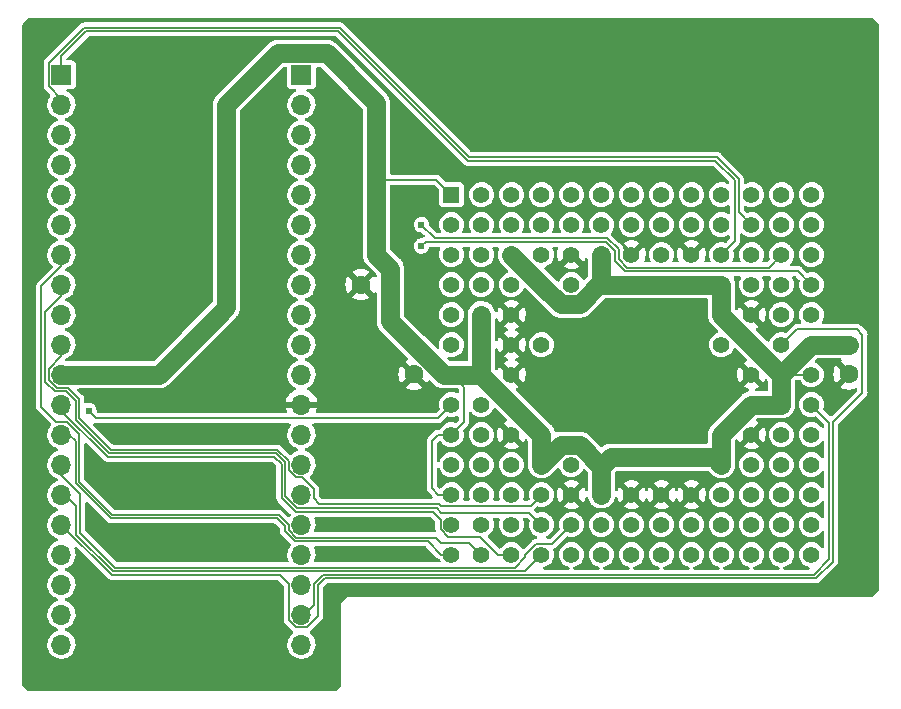
<source format=gtl>
G04 #@! TF.GenerationSoftware,KiCad,Pcbnew,(6.0.10-0)*
G04 #@! TF.CreationDate,2022-12-27T17:00:43+09:00*
G04 #@! TF.ProjectId,MEZ68030,4d455a36-3830-4333-902e-6b696361645f,A*
G04 #@! TF.SameCoordinates,PX5f5e100PY8f0d180*
G04 #@! TF.FileFunction,Copper,L1,Top*
G04 #@! TF.FilePolarity,Positive*
%FSLAX46Y46*%
G04 Gerber Fmt 4.6, Leading zero omitted, Abs format (unit mm)*
G04 Created by KiCad (PCBNEW (6.0.10-0)) date 2022-12-27 17:00:43*
%MOMM*%
%LPD*%
G01*
G04 APERTURE LIST*
G04 #@! TA.AperFunction,ComponentPad*
%ADD10R,1.397000X1.397000*%
G04 #@! TD*
G04 #@! TA.AperFunction,ComponentPad*
%ADD11C,1.397000*%
G04 #@! TD*
G04 #@! TA.AperFunction,ComponentPad*
%ADD12R,1.600000X1.600000*%
G04 #@! TD*
G04 #@! TA.AperFunction,ComponentPad*
%ADD13C,1.600000*%
G04 #@! TD*
G04 #@! TA.AperFunction,ComponentPad*
%ADD14R,1.700000X1.700000*%
G04 #@! TD*
G04 #@! TA.AperFunction,ComponentPad*
%ADD15O,1.700000X1.700000*%
G04 #@! TD*
G04 #@! TA.AperFunction,ViaPad*
%ADD16C,0.605000*%
G04 #@! TD*
G04 #@! TA.AperFunction,Conductor*
%ADD17C,0.152400*%
G04 #@! TD*
G04 #@! TA.AperFunction,Conductor*
%ADD18C,1.600000*%
G04 #@! TD*
G04 APERTURE END LIST*
D10*
X36830000Y42545000D03*
D11*
X39370000Y42545000D03*
X41910000Y42545000D03*
X44450000Y42545000D03*
X46990000Y42545000D03*
X49530000Y42545000D03*
X52070000Y42545000D03*
X54610000Y42545000D03*
X57150000Y42545000D03*
X59690000Y42545000D03*
X62230000Y42545000D03*
X64770000Y42545000D03*
X67310000Y42545000D03*
X36830000Y40005000D03*
X39370000Y40005000D03*
X41910000Y40005000D03*
X44450000Y40005000D03*
X46990000Y40005000D03*
X49530000Y40005000D03*
X52070000Y40005000D03*
X54610000Y40005000D03*
X57150000Y40005000D03*
X59690000Y40005000D03*
X62230000Y40005000D03*
X64770000Y40005000D03*
X67310000Y40005000D03*
X36830000Y37465000D03*
X39370000Y37465000D03*
X41910000Y37465000D03*
X44450000Y37465000D03*
X46990000Y37465000D03*
X49530000Y37465000D03*
X52070000Y37465000D03*
X54610000Y37465000D03*
X57150000Y37465000D03*
X59690000Y37465000D03*
X62230000Y37465000D03*
X64770000Y37465000D03*
X67310000Y37465000D03*
X36830000Y34925000D03*
X39370000Y34925000D03*
X41910000Y34925000D03*
X44450000Y34925000D03*
X46990000Y34925000D03*
X59690000Y34925000D03*
X62230000Y34925000D03*
X64770000Y34925000D03*
X67310000Y34925000D03*
X36830000Y32385000D03*
X39370000Y32385000D03*
X41910000Y32385000D03*
X62230000Y32385000D03*
X64770000Y32385000D03*
X67310000Y32385000D03*
X36830000Y29845000D03*
X39370000Y29845000D03*
X41910000Y29845000D03*
X44450000Y29845000D03*
X59690000Y29845000D03*
X62230000Y29845000D03*
X64770000Y29845000D03*
X67310000Y29845000D03*
X36830000Y27305000D03*
X39370000Y27305000D03*
X41910000Y27305000D03*
X62230000Y27305000D03*
X64770000Y27305000D03*
X67310000Y27305000D03*
X36830000Y24765000D03*
X39370000Y24765000D03*
X41910000Y24765000D03*
X62230000Y24765000D03*
X64770000Y24765000D03*
X67310000Y24765000D03*
X36830000Y22225000D03*
X39370000Y22225000D03*
X41910000Y22225000D03*
X62230000Y22225000D03*
X64770000Y22225000D03*
X67310000Y22225000D03*
X36830000Y19685000D03*
X39370000Y19685000D03*
X41910000Y19685000D03*
X44450000Y19685000D03*
X46990000Y19685000D03*
X59690000Y19685000D03*
X62230000Y19685000D03*
X64770000Y19685000D03*
X67310000Y19685000D03*
X36830000Y17145000D03*
X39370000Y17145000D03*
X41910000Y17145000D03*
X44450000Y17145000D03*
X46990000Y17145000D03*
X49530000Y17145000D03*
X52070000Y17145000D03*
X54610000Y17145000D03*
X57150000Y17145000D03*
X59690000Y17145000D03*
X62230000Y17145000D03*
X64770000Y17145000D03*
X67310000Y17145000D03*
X36830000Y14605000D03*
X39370000Y14605000D03*
X41910000Y14605000D03*
X44450000Y14605000D03*
X46990000Y14605000D03*
X49530000Y14605000D03*
X52070000Y14605000D03*
X54610000Y14605000D03*
X57150000Y14605000D03*
X59690000Y14605000D03*
X62230000Y14605000D03*
X64770000Y14605000D03*
X67310000Y14605000D03*
X36830000Y12065000D03*
X39370000Y12065000D03*
X41910000Y12065000D03*
X44450000Y12065000D03*
X46990000Y12065000D03*
X49530000Y12065000D03*
X52070000Y12065000D03*
X54610000Y12065000D03*
X57150000Y12065000D03*
X59690000Y12065000D03*
X62230000Y12065000D03*
X64770000Y12065000D03*
X67310000Y12065000D03*
D12*
X31662380Y34925000D03*
D13*
X29162380Y34925000D03*
X70485000Y29845000D03*
X70485000Y27345000D03*
X33655000Y29825000D03*
X33655000Y27325000D03*
D14*
X24130000Y52705000D03*
D15*
X24130000Y50165000D03*
X24130000Y47625000D03*
X24130000Y45085000D03*
X24130000Y42545000D03*
X24130000Y40005000D03*
X24130000Y37465000D03*
X24130000Y34925000D03*
X24130000Y32385000D03*
X24130000Y29845000D03*
X24130000Y27305000D03*
X24130000Y24765000D03*
X24130000Y22225000D03*
X24130000Y19685000D03*
X24130000Y17145000D03*
X24130000Y14605000D03*
X24130000Y12065000D03*
X24130000Y9525000D03*
X24130000Y6985000D03*
X24130000Y4445000D03*
D14*
X3810000Y52705000D03*
D15*
X3810000Y50165000D03*
X3810000Y47625000D03*
X3810000Y45085000D03*
X3810000Y42545000D03*
X3810000Y40005000D03*
X3810000Y37465000D03*
X3810000Y34925000D03*
X3810000Y32385000D03*
X3810000Y29845000D03*
X3810000Y27305000D03*
X3810000Y24765000D03*
X3810000Y22225000D03*
X3810000Y19685000D03*
X3810000Y17145000D03*
X3810000Y14605000D03*
X3810000Y12065000D03*
X3810000Y9525000D03*
X3810000Y6985000D03*
X3810000Y4445000D03*
D16*
X20320000Y12065000D03*
X7620000Y5715000D03*
X43180000Y13335000D03*
X34290000Y42545000D03*
X57150000Y44450000D03*
X26670000Y1270000D03*
X1270000Y38735000D03*
X27940000Y22225000D03*
X6985000Y53975000D03*
X6985000Y29845000D03*
X49530000Y23495000D03*
X33655000Y22225000D03*
X71755000Y56515000D03*
X20320000Y46355000D03*
X49530000Y32385000D03*
X57150000Y23495000D03*
X40640000Y56515000D03*
X31115000Y12065000D03*
X40640000Y44450000D03*
X31115000Y14605000D03*
X71755000Y9525000D03*
X20320000Y17780000D03*
X26035000Y39370000D03*
X20320000Y29845000D03*
X1270000Y1270000D03*
X27940000Y17780000D03*
X27305000Y46355000D03*
X1270000Y56515000D03*
X20320000Y5715000D03*
X57150000Y32385000D03*
X20320000Y9525000D03*
X6985000Y46355000D03*
X20320000Y38735000D03*
X7620000Y9525000D03*
X20320000Y22225000D03*
X6985000Y38735000D03*
X17145000Y53975000D03*
X57150000Y56515000D03*
X45720000Y23495000D03*
X27305000Y42545000D03*
X1270000Y21590000D03*
X33655000Y17780000D03*
X71755000Y42545000D03*
X34290000Y40005000D03*
X34290000Y38188600D03*
X6127543Y24257000D03*
D17*
X36830000Y22225000D02*
X37880900Y23275900D01*
D18*
X49530000Y35130274D02*
X49530000Y37465000D01*
X64770000Y27305000D02*
X62230000Y29845000D01*
X17780000Y50165000D02*
X22122400Y54507400D01*
X64770000Y27305000D02*
X67310000Y29845000D01*
X59055000Y20320000D02*
X59690000Y19685000D01*
X59690000Y32385000D02*
X62230000Y29845000D01*
D17*
X35153600Y17678400D02*
X35687000Y17145000D01*
D18*
X59690000Y34925000D02*
X59690000Y32385000D01*
X46101000Y33274000D02*
X44450000Y34925000D01*
X12065000Y27305000D02*
X3810000Y27305000D01*
X30480000Y37465000D02*
X31662380Y36282620D01*
X39370000Y27305000D02*
X41910000Y24765000D01*
X46101000Y33274000D02*
X47673726Y33274000D01*
X49735274Y34925000D02*
X59690000Y34925000D01*
X47714100Y21335900D02*
X49530000Y19520000D01*
X22122400Y54507400D02*
X26264600Y54507400D01*
D17*
X36830000Y22225000D02*
X35687000Y22225000D01*
D18*
X39370000Y29845000D02*
X39370000Y32385000D01*
X46100900Y21335900D02*
X44450000Y19685000D01*
D17*
X37880900Y23275900D02*
X37880900Y26254100D01*
X35687000Y22225000D02*
X35153600Y21691600D01*
D18*
X17145000Y32385000D02*
X17780000Y33020000D01*
X31662380Y36282620D02*
X31662380Y34925000D01*
X49530000Y19520000D02*
X49530000Y17145000D01*
X62230000Y24765000D02*
X64770000Y24765000D01*
D17*
X67310000Y27305000D02*
X64770000Y27305000D01*
D18*
X64770000Y24765000D02*
X64770000Y27305000D01*
X30480000Y50292000D02*
X30480000Y37465000D01*
X49530000Y19520000D02*
X50330000Y20320000D01*
X59690000Y19685000D02*
X59690000Y22225000D01*
X44450000Y19685000D02*
X44450000Y22225000D01*
X26264600Y54507400D02*
X30480000Y50292000D01*
D17*
X35687000Y17145000D02*
X36830000Y17145000D01*
X37880900Y26254100D02*
X36830000Y27305000D01*
D18*
X50330000Y20320000D02*
X59055000Y20320000D01*
X31662380Y34925000D02*
X31662380Y31817620D01*
X36830000Y27305000D02*
X39370000Y27305000D01*
X33655000Y29825000D02*
X36175000Y27305000D01*
X47714100Y21335900D02*
X46100900Y21335900D01*
X17780000Y33020000D02*
X17780000Y50165000D01*
X39370000Y27305000D02*
X39370000Y29845000D01*
D17*
X36830000Y42545000D02*
X35560000Y43815000D01*
D18*
X67310000Y29845000D02*
X70485000Y29845000D01*
D17*
X35153600Y21691600D02*
X35153600Y17678400D01*
D18*
X44450000Y22225000D02*
X41910000Y24765000D01*
X59690000Y22225000D02*
X62230000Y24765000D01*
D17*
X35560000Y43815000D02*
X30480000Y43815000D01*
D18*
X47673726Y33274000D02*
X49530000Y35130274D01*
X31662380Y31817620D02*
X33655000Y29825000D01*
X17145000Y32385000D02*
X12065000Y27305000D01*
X49530000Y35130274D02*
X49735274Y34925000D01*
X44450000Y34925000D02*
X41910000Y37465000D01*
X36175000Y27305000D02*
X36830000Y27305000D01*
D17*
X3810000Y52705000D02*
X3810000Y54292500D01*
X5905500Y56388000D02*
X27254948Y56388000D01*
X3810000Y54292500D02*
X5905500Y56388000D01*
X59182748Y45415200D02*
X60833000Y43764948D01*
X38227748Y45415200D02*
X59182748Y45415200D01*
X60833000Y38608000D02*
X59690000Y37465000D01*
X60833000Y43764948D02*
X60833000Y38608000D01*
X27254948Y56388000D02*
X38227748Y45415200D01*
X38354000Y45720000D02*
X59309000Y45720000D01*
X3810000Y50165000D02*
X3810000Y50653900D01*
X61137800Y43891200D02*
X61137800Y41097200D01*
X3810000Y50653900D02*
X2731000Y51732900D01*
X5719700Y56692800D02*
X27381200Y56692800D01*
X27381200Y56692800D02*
X38354000Y45720000D01*
X2731000Y51732900D02*
X2731000Y53704100D01*
X2731000Y53704100D02*
X5719700Y56692800D01*
X61137800Y41097200D02*
X62230000Y40005000D01*
X59309000Y45720000D02*
X61137800Y43891200D01*
X38354000Y13081000D02*
X39370000Y12065000D01*
X35509200Y13512800D02*
X35941000Y13081000D01*
X4256771Y23303600D02*
X5319952Y22240419D01*
X2105600Y34816600D02*
X2105600Y24564400D01*
X3810000Y36521000D02*
X2105600Y34816600D01*
X23051400Y14158229D02*
X23696829Y13512800D01*
X3366400Y23303600D02*
X4256771Y23303600D01*
X8101852Y15443200D02*
X22198852Y15443200D01*
X2105600Y24564400D02*
X3366400Y23303600D01*
X23051400Y14590652D02*
X23051400Y14158229D01*
X5319952Y18225100D02*
X8101852Y15443200D01*
X3810000Y37465000D02*
X3810000Y36521000D01*
X5319952Y22240419D02*
X5319952Y18225100D01*
X23696829Y13512800D02*
X35509200Y13512800D01*
X35941000Y13081000D02*
X38354000Y13081000D01*
X22198852Y15443200D02*
X23051400Y14590652D01*
X3810000Y34925000D02*
X3810000Y33981000D01*
X21971748Y20650200D02*
X22746600Y19875348D01*
X22746600Y17003029D02*
X23761229Y15988400D01*
X22746600Y19875348D02*
X22746600Y17003029D01*
X5015152Y25085219D02*
X5015152Y23482900D01*
X35573600Y15988400D02*
X35941000Y15621000D01*
X3249000Y25882300D02*
X4218071Y25882300D01*
X35941000Y15621000D02*
X43434000Y15621000D01*
X7847852Y20650200D02*
X21971748Y20650200D01*
X4218071Y25882300D02*
X5015152Y25085219D01*
X43434000Y15621000D02*
X44450000Y14605000D01*
X2414500Y26716800D02*
X3249000Y25882300D01*
X5015152Y23482900D02*
X7847852Y20650200D01*
X2414500Y32585500D02*
X2414500Y26716800D01*
X3810000Y33981000D02*
X2414500Y32585500D01*
X23761229Y15988400D02*
X35573600Y15988400D01*
X25654000Y16383000D02*
X35814000Y16383000D01*
X2723700Y26859300D02*
X3395500Y26187500D01*
X3395500Y26187500D02*
X4343923Y26187500D01*
X3810000Y29845000D02*
X3810000Y28901000D01*
X2723700Y27814700D02*
X2723700Y26859300D01*
X35979100Y16217900D02*
X43522900Y16217900D01*
X23051400Y19238229D02*
X23683229Y18606400D01*
X24193971Y18606400D02*
X25208600Y17591771D01*
X25208600Y17591771D02*
X25208600Y16828400D01*
X35814000Y16383000D02*
X35979100Y16217900D01*
X23683229Y18606400D02*
X24193971Y18606400D01*
X4343923Y26187500D02*
X5319952Y25211471D01*
X25208600Y16828400D02*
X25654000Y16383000D01*
X23051400Y20001600D02*
X23051400Y19238229D01*
X5319952Y23609152D02*
X7974104Y20955000D01*
X22098000Y20955000D02*
X23051400Y20001600D01*
X3810000Y28901000D02*
X2723700Y27814700D01*
X5319952Y25211471D02*
X5319952Y23609152D01*
X43522900Y16217900D02*
X44450000Y17145000D01*
X7974104Y20955000D02*
X22098000Y20955000D01*
X23634977Y15683600D02*
X22441800Y16876777D01*
X36528682Y13595200D02*
X35902900Y14220982D01*
X35902900Y14220982D02*
X35902900Y15024100D01*
X40767000Y12065000D02*
X39236800Y13595200D01*
X21845496Y20345400D02*
X7721600Y20345400D01*
X39236800Y13595200D02*
X36528682Y13595200D01*
X22441800Y19749096D02*
X21845496Y20345400D01*
X35902900Y15024100D02*
X35243400Y15683600D01*
X3810000Y24257000D02*
X3810000Y24765000D01*
X35243400Y15683600D02*
X23634977Y15683600D01*
X7721600Y20345400D02*
X3810000Y24257000D01*
X22441800Y16876777D02*
X22441800Y19749096D01*
X41910000Y12065000D02*
X40767000Y12065000D01*
X35949934Y12065000D02*
X36830000Y12065000D01*
X7975600Y15138400D02*
X22072600Y15138400D01*
X22072600Y15138400D02*
X22746600Y14464400D01*
X5015152Y18098848D02*
X7975600Y15138400D01*
X5015152Y21654848D02*
X5015152Y18098848D01*
X3810000Y22225000D02*
X4445000Y22225000D01*
X23570577Y13208000D02*
X34806934Y13208000D01*
X34806934Y13208000D02*
X35949934Y12065000D01*
X4445000Y22225000D02*
X5015152Y21654848D01*
X22746600Y14031977D02*
X23570577Y13208000D01*
X22746600Y14464400D02*
X22746600Y14031977D01*
X8304304Y10972800D02*
X42175000Y10972800D01*
X43072000Y12044000D02*
X44020500Y12992500D01*
X3810000Y19685000D02*
X3810000Y18796000D01*
X3810000Y18796000D02*
X5384800Y17221200D01*
X44020500Y12992500D02*
X45377500Y12992500D01*
X5384800Y17221200D02*
X5384800Y13892304D01*
X45377500Y12992500D02*
X46990000Y14605000D01*
X5384800Y13892304D02*
X8304304Y10972800D01*
X42175000Y10972800D02*
X43072000Y11869800D01*
X43072000Y11869800D02*
X43072000Y12044000D01*
X5080000Y16192500D02*
X5080000Y13766052D01*
X43053000Y10668000D02*
X44450000Y12065000D01*
X5080000Y13766052D02*
X8178052Y10668000D01*
X8178052Y10668000D02*
X43053000Y10668000D01*
X4127500Y17145000D02*
X5080000Y16192500D01*
X3810000Y17145000D02*
X4127500Y17145000D01*
X63677800Y36372800D02*
X64770000Y37465000D01*
X34290000Y40005000D02*
X35451900Y38843100D01*
X50037612Y38843100D02*
X50977800Y37902912D01*
X35451900Y38843100D02*
X50037612Y38843100D01*
X50977800Y37083252D02*
X51688252Y36372800D01*
X51688252Y36372800D02*
X63677800Y36372800D01*
X50977800Y37902912D02*
X50977800Y37083252D01*
X50673000Y36957000D02*
X51562000Y36068000D01*
X51562000Y36068000D02*
X66167000Y36068000D01*
X34639300Y38537900D02*
X49911760Y38537900D01*
X50673000Y37776660D02*
X50673000Y36957000D01*
X49911760Y38537900D02*
X50673000Y37776660D01*
X66167000Y36068000D02*
X67310000Y34925000D01*
X34290000Y38188600D02*
X34639300Y38537900D01*
X69138800Y23291800D02*
X71628000Y25781000D01*
X66097000Y31172000D02*
X64770000Y29845000D01*
X8051800Y10363200D02*
X22275800Y10363200D01*
X71628000Y30699330D02*
X71155330Y31172000D01*
X24576771Y5906400D02*
X25513400Y6843029D01*
X22275800Y10363200D02*
X23051400Y9587600D01*
X23051400Y6538229D02*
X23683229Y5906400D01*
X25513400Y9461348D02*
X26110452Y10058400D01*
X26110452Y10058400D02*
X67716400Y10058400D01*
X71628000Y25781000D02*
X71628000Y30699330D01*
X23683229Y5906400D02*
X24576771Y5906400D01*
X67716400Y10058400D02*
X69138800Y11480800D01*
X23051400Y9587600D02*
X23051400Y6538229D01*
X25513400Y6843029D02*
X25513400Y9461348D01*
X69138800Y11480800D02*
X69138800Y23291800D01*
X3810000Y14605000D02*
X8051800Y10363200D01*
X71155330Y31172000D02*
X66097000Y31172000D01*
X6127543Y24257000D02*
X6762543Y23622000D01*
X35673400Y23608400D02*
X36830000Y24765000D01*
X6762543Y23622000D02*
X23012400Y23622000D01*
X23012400Y23622000D02*
X23026000Y23608400D01*
X23026000Y23608400D02*
X35673400Y23608400D01*
X24384000Y6985000D02*
X25208600Y7809600D01*
X25984200Y10363200D02*
X67513200Y10363200D01*
X24130000Y6985000D02*
X24384000Y6985000D01*
X68834000Y23241000D02*
X67310000Y24765000D01*
X68834000Y11684000D02*
X68834000Y23241000D01*
X25208600Y9587600D02*
X25984200Y10363200D01*
X67513200Y10363200D02*
X68834000Y11684000D01*
X25208600Y7809600D02*
X25208600Y9587600D01*
G04 #@! TA.AperFunction,Conductor*
G36*
X72515931Y57479998D02*
G01*
X72536905Y57463095D01*
X72963095Y57036905D01*
X72997121Y56974593D01*
X73000000Y56947810D01*
X73000000Y9052190D01*
X72979998Y8984069D01*
X72963095Y8963095D01*
X72536905Y8536905D01*
X72474593Y8502879D01*
X72447810Y8500000D01*
X28000000Y8500000D01*
X27500000Y8000000D01*
X27500000Y1052190D01*
X27479998Y984069D01*
X27463095Y963095D01*
X27036905Y536905D01*
X26974593Y502879D01*
X26947810Y500000D01*
X1052190Y500000D01*
X984069Y520002D01*
X963095Y536905D01*
X536905Y963095D01*
X502879Y1025407D01*
X500000Y1052190D01*
X500000Y24550845D01*
X1674292Y24550845D01*
X1675984Y24541583D01*
X1675984Y24541574D01*
X1684263Y24496248D01*
X1684914Y24492340D01*
X1693156Y24437516D01*
X1696116Y24431352D01*
X1697345Y24424623D01*
X1722922Y24375385D01*
X1724679Y24371869D01*
X1744620Y24330341D01*
X1744622Y24330337D01*
X1748698Y24321850D01*
X1753341Y24316828D01*
X1756493Y24310759D01*
X1760574Y24305981D01*
X1795756Y24270799D01*
X1799185Y24267233D01*
X1835795Y24227629D01*
X1841889Y24224089D01*
X1847423Y24219132D01*
X2889871Y23176684D01*
X2923897Y23114372D01*
X2918832Y23043557D01*
X2899730Y23009590D01*
X2798863Y22881640D01*
X2696131Y22686380D01*
X2660003Y22570027D01*
X2634120Y22486670D01*
X2630703Y22475667D01*
X2604770Y22256560D01*
X2619200Y22036396D01*
X2620621Y22030800D01*
X2620622Y22030795D01*
X2659600Y21877322D01*
X2673511Y21822548D01*
X2675928Y21817306D01*
X2675928Y21817305D01*
X2753440Y21649170D01*
X2765883Y21622179D01*
X2893222Y21441998D01*
X3051264Y21288039D01*
X3056060Y21284834D01*
X3056063Y21284832D01*
X3182729Y21200197D01*
X3234717Y21165460D01*
X3240020Y21163182D01*
X3240023Y21163180D01*
X3432129Y21080645D01*
X3437436Y21078365D01*
X3443071Y21077090D01*
X3443074Y21077089D01*
X3444484Y21076770D01*
X3445083Y21076436D01*
X3448562Y21075306D01*
X3448340Y21074623D01*
X3506511Y21042228D01*
X3540016Y20979634D01*
X3534362Y20908863D01*
X3491344Y20852384D01*
X3460287Y20835665D01*
X3296376Y20775196D01*
X3296368Y20775192D01*
X3290957Y20773196D01*
X3285996Y20770244D01*
X3285995Y20770244D01*
X3199301Y20718666D01*
X3101341Y20660386D01*
X2935457Y20514910D01*
X2798863Y20341640D01*
X2696131Y20146380D01*
X2630703Y19935667D01*
X2604770Y19716560D01*
X2619200Y19496396D01*
X2620621Y19490800D01*
X2620622Y19490795D01*
X2661979Y19327953D01*
X2673511Y19282548D01*
X2675928Y19277306D01*
X2675928Y19277305D01*
X2714046Y19194621D01*
X2765883Y19082179D01*
X2893222Y18901998D01*
X3051264Y18748039D01*
X3056060Y18744834D01*
X3056063Y18744832D01*
X3186890Y18657417D01*
X3234717Y18625460D01*
X3240020Y18623182D01*
X3240023Y18623180D01*
X3349778Y18576026D01*
X3437436Y18538365D01*
X3443070Y18537090D01*
X3447472Y18535660D01*
X3497634Y18504921D01*
X3500149Y18502406D01*
X3503576Y18498843D01*
X3504616Y18497718D01*
X3536170Y18434118D01*
X3528331Y18363556D01*
X3483588Y18308433D01*
X3455705Y18293974D01*
X3290957Y18233196D01*
X3285996Y18230244D01*
X3285995Y18230244D01*
X3144245Y18145911D01*
X3101341Y18120386D01*
X2935457Y17974910D01*
X2798863Y17801640D01*
X2696131Y17606380D01*
X2630703Y17395667D01*
X2604770Y17176560D01*
X2619200Y16956396D01*
X2620621Y16950800D01*
X2620622Y16950795D01*
X2651190Y16830435D01*
X2673511Y16742548D01*
X2675928Y16737306D01*
X2675928Y16737305D01*
X2688097Y16710908D01*
X2765883Y16542179D01*
X2893222Y16361998D01*
X3051264Y16208039D01*
X3056060Y16204834D01*
X3056063Y16204832D01*
X3182729Y16120197D01*
X3234717Y16085460D01*
X3240020Y16083182D01*
X3240023Y16083180D01*
X3432129Y16000645D01*
X3437436Y15998365D01*
X3443071Y15997090D01*
X3443074Y15997089D01*
X3444484Y15996770D01*
X3445083Y15996436D01*
X3448562Y15995306D01*
X3448340Y15994623D01*
X3506511Y15962228D01*
X3540016Y15899634D01*
X3534362Y15828863D01*
X3491344Y15772384D01*
X3460287Y15755665D01*
X3296376Y15695196D01*
X3296368Y15695192D01*
X3290957Y15693196D01*
X3285996Y15690244D01*
X3285995Y15690244D01*
X3148047Y15608173D01*
X3101341Y15580386D01*
X2935457Y15434910D01*
X2798863Y15261640D01*
X2696131Y15066380D01*
X2630703Y14855667D01*
X2604770Y14636560D01*
X2619200Y14416396D01*
X2620621Y14410800D01*
X2620622Y14410795D01*
X2672090Y14208143D01*
X2673511Y14202548D01*
X2675928Y14197306D01*
X2675928Y14197305D01*
X2713065Y14116750D01*
X2765883Y14002179D01*
X2893222Y13821998D01*
X3051264Y13668039D01*
X3056060Y13664834D01*
X3056063Y13664832D01*
X3147234Y13603914D01*
X3234717Y13545460D01*
X3240020Y13543182D01*
X3240023Y13543180D01*
X3386318Y13480327D01*
X3437436Y13458365D01*
X3443071Y13457090D01*
X3443074Y13457089D01*
X3444484Y13456770D01*
X3445083Y13456436D01*
X3448562Y13455306D01*
X3448340Y13454623D01*
X3506511Y13422228D01*
X3540016Y13359634D01*
X3534362Y13288863D01*
X3491344Y13232384D01*
X3460287Y13215665D01*
X3296376Y13155196D01*
X3296368Y13155192D01*
X3290957Y13153196D01*
X3285996Y13150244D01*
X3285995Y13150244D01*
X3199301Y13098666D01*
X3101341Y13040386D01*
X2935457Y12894910D01*
X2798863Y12721640D01*
X2696131Y12526380D01*
X2630703Y12315667D01*
X2604770Y12096560D01*
X2619200Y11876396D01*
X2620621Y11870800D01*
X2620622Y11870795D01*
X2668881Y11680779D01*
X2673511Y11662548D01*
X2675926Y11657310D01*
X2675928Y11657305D01*
X2712372Y11578252D01*
X2765883Y11462179D01*
X2893222Y11281998D01*
X3051264Y11128039D01*
X3056060Y11124834D01*
X3056063Y11124832D01*
X3140261Y11068573D01*
X3234717Y11005460D01*
X3240020Y11003182D01*
X3240023Y11003180D01*
X3432129Y10920645D01*
X3437436Y10918365D01*
X3443071Y10917090D01*
X3443074Y10917089D01*
X3444484Y10916770D01*
X3445083Y10916436D01*
X3448562Y10915306D01*
X3448340Y10914623D01*
X3506511Y10882228D01*
X3540016Y10819634D01*
X3534362Y10748863D01*
X3491344Y10692384D01*
X3460287Y10675665D01*
X3296376Y10615196D01*
X3296368Y10615192D01*
X3290957Y10613196D01*
X3101341Y10500386D01*
X2935457Y10354910D01*
X2798863Y10181640D01*
X2696131Y9986380D01*
X2630703Y9775667D01*
X2604770Y9556560D01*
X2619200Y9336396D01*
X2620621Y9330800D01*
X2620622Y9330795D01*
X2672090Y9128143D01*
X2673511Y9122548D01*
X2675928Y9117306D01*
X2675928Y9117305D01*
X2714046Y9034621D01*
X2765883Y8922179D01*
X2893222Y8741998D01*
X3051264Y8588039D01*
X3056060Y8584834D01*
X3056063Y8584832D01*
X3162003Y8514046D01*
X3234717Y8465460D01*
X3240020Y8463182D01*
X3240023Y8463180D01*
X3432129Y8380645D01*
X3437436Y8378365D01*
X3443071Y8377090D01*
X3443074Y8377089D01*
X3444484Y8376770D01*
X3445083Y8376436D01*
X3448562Y8375306D01*
X3448340Y8374623D01*
X3506511Y8342228D01*
X3540016Y8279634D01*
X3534362Y8208863D01*
X3491344Y8152384D01*
X3460287Y8135665D01*
X3296376Y8075196D01*
X3296368Y8075192D01*
X3290957Y8073196D01*
X3101341Y7960386D01*
X2935457Y7814910D01*
X2798863Y7641640D01*
X2696131Y7446380D01*
X2630703Y7235667D01*
X2604770Y7016560D01*
X2619200Y6796396D01*
X2620621Y6790800D01*
X2620622Y6790795D01*
X2653291Y6662164D01*
X2673511Y6582548D01*
X2675928Y6577306D01*
X2675928Y6577305D01*
X2714046Y6494621D01*
X2765883Y6382179D01*
X2893222Y6201998D01*
X3051264Y6048039D01*
X3056060Y6044834D01*
X3056063Y6044832D01*
X3140261Y5988573D01*
X3234717Y5925460D01*
X3240020Y5923182D01*
X3240023Y5923180D01*
X3432129Y5840645D01*
X3437436Y5838365D01*
X3443071Y5837090D01*
X3443074Y5837089D01*
X3444484Y5836770D01*
X3445083Y5836436D01*
X3448562Y5835306D01*
X3448340Y5834623D01*
X3506511Y5802228D01*
X3540016Y5739634D01*
X3534362Y5668863D01*
X3491344Y5612384D01*
X3460287Y5595665D01*
X3296376Y5535196D01*
X3296368Y5535192D01*
X3290957Y5533196D01*
X3285996Y5530244D01*
X3285995Y5530244D01*
X3275092Y5523757D01*
X3101341Y5420386D01*
X2935457Y5274910D01*
X2798863Y5101640D01*
X2696131Y4906380D01*
X2630703Y4695667D01*
X2604770Y4476560D01*
X2619200Y4256396D01*
X2620621Y4250800D01*
X2620622Y4250795D01*
X2672090Y4048143D01*
X2673511Y4042548D01*
X2675928Y4037306D01*
X2675928Y4037305D01*
X2714046Y3954621D01*
X2765883Y3842179D01*
X2893222Y3661998D01*
X3051264Y3508039D01*
X3056060Y3504834D01*
X3056063Y3504832D01*
X3140261Y3448573D01*
X3234717Y3385460D01*
X3240020Y3383182D01*
X3240023Y3383180D01*
X3432129Y3300645D01*
X3437436Y3298365D01*
X3517088Y3280342D01*
X3646995Y3250946D01*
X3647001Y3250945D01*
X3652632Y3249671D01*
X3658403Y3249444D01*
X3658405Y3249444D01*
X3726211Y3246780D01*
X3873098Y3241009D01*
X3982275Y3256839D01*
X4085738Y3271840D01*
X4085743Y3271841D01*
X4091452Y3272669D01*
X4096916Y3274524D01*
X4096921Y3274525D01*
X4294907Y3341732D01*
X4294912Y3341734D01*
X4300379Y3343590D01*
X4492884Y3451398D01*
X4662518Y3592482D01*
X4803602Y3762116D01*
X4911410Y3954621D01*
X4913266Y3960088D01*
X4913268Y3960093D01*
X4980475Y4158079D01*
X4980476Y4158084D01*
X4982331Y4163548D01*
X4983159Y4169257D01*
X4983160Y4169262D01*
X5013458Y4378228D01*
X5013991Y4381902D01*
X5015643Y4445000D01*
X4995454Y4664711D01*
X4935565Y4877064D01*
X4837980Y5074947D01*
X4705967Y5251733D01*
X4543949Y5401501D01*
X4357350Y5519236D01*
X4154955Y5599983D01*
X4099096Y5643804D01*
X4075795Y5710868D01*
X4092451Y5779883D01*
X4143775Y5828937D01*
X4161144Y5836326D01*
X4294907Y5881732D01*
X4294912Y5881734D01*
X4300379Y5883590D01*
X4492884Y5991398D01*
X4662518Y6132482D01*
X4725636Y6208373D01*
X4799908Y6297674D01*
X4799910Y6297677D01*
X4803602Y6302116D01*
X4911410Y6494621D01*
X4913266Y6500088D01*
X4913268Y6500093D01*
X4980475Y6698079D01*
X4980476Y6698084D01*
X4982331Y6703548D01*
X4983159Y6709257D01*
X4983160Y6709262D01*
X5008056Y6880968D01*
X5013991Y6921902D01*
X5015643Y6985000D01*
X4995454Y7204711D01*
X4935565Y7417064D01*
X4837980Y7614947D01*
X4749763Y7733084D01*
X4709420Y7787109D01*
X4709420Y7787110D01*
X4705967Y7791733D01*
X4543949Y7941501D01*
X4357350Y8059236D01*
X4154955Y8139983D01*
X4099096Y8183804D01*
X4075795Y8250868D01*
X4092451Y8319883D01*
X4143775Y8368937D01*
X4161144Y8376326D01*
X4294907Y8421732D01*
X4294912Y8421734D01*
X4300379Y8423590D01*
X4345090Y8448629D01*
X4436819Y8500000D01*
X4492884Y8531398D01*
X4499506Y8536905D01*
X4658086Y8668796D01*
X4662518Y8672482D01*
X4803602Y8842116D01*
X4911410Y9034621D01*
X4913266Y9040088D01*
X4913268Y9040093D01*
X4980475Y9238079D01*
X4980476Y9238084D01*
X4982331Y9243548D01*
X4983159Y9249257D01*
X4983160Y9249262D01*
X5013458Y9458228D01*
X5013991Y9461902D01*
X5015643Y9525000D01*
X4995454Y9744711D01*
X4935565Y9957064D01*
X4837980Y10154947D01*
X4705967Y10331733D01*
X4543949Y10481501D01*
X4357350Y10599236D01*
X4154955Y10679983D01*
X4099096Y10723804D01*
X4075795Y10790868D01*
X4092451Y10859883D01*
X4143775Y10908937D01*
X4161144Y10916326D01*
X4294907Y10961732D01*
X4294912Y10961734D01*
X4300379Y10963590D01*
X4492884Y11071398D01*
X4509285Y11085038D01*
X4639278Y11193153D01*
X4662518Y11212482D01*
X4724712Y11287262D01*
X4799908Y11377674D01*
X4799910Y11377677D01*
X4803602Y11382116D01*
X4890290Y11536909D01*
X4908586Y11569578D01*
X4908587Y11569580D01*
X4911410Y11574621D01*
X4913266Y11580088D01*
X4913268Y11580093D01*
X4980475Y11778079D01*
X4980476Y11778084D01*
X4982331Y11783548D01*
X4983159Y11789257D01*
X4983160Y11789262D01*
X5013458Y11998228D01*
X5013991Y12001902D01*
X5015643Y12065000D01*
X4995454Y12284711D01*
X4935565Y12497064D01*
X4915044Y12538676D01*
X4904429Y12560202D01*
X4892239Y12630144D01*
X4919799Y12695574D01*
X4978357Y12735717D01*
X5049322Y12737828D01*
X5106530Y12705025D01*
X7726877Y10084678D01*
X7736732Y10073588D01*
X7750570Y10056034D01*
X7750574Y10056030D01*
X7756404Y10048635D01*
X7802115Y10017043D01*
X7805238Y10014810D01*
X7849879Y9981838D01*
X7856329Y9979573D01*
X7861957Y9975683D01*
X7870932Y9972845D01*
X7870937Y9972842D01*
X7914846Y9958956D01*
X7918587Y9957708D01*
X7934021Y9952288D01*
X7962055Y9942443D01*
X7962058Y9942442D01*
X7970941Y9939323D01*
X7977777Y9939054D01*
X7984295Y9936993D01*
X7990559Y9936500D01*
X8040320Y9936500D01*
X8045266Y9936403D01*
X8099152Y9934286D01*
X8105963Y9936092D01*
X8113378Y9936500D01*
X22046865Y9936500D01*
X22114986Y9916498D01*
X22135960Y9899595D01*
X22587795Y9447760D01*
X22621821Y9385448D01*
X22624700Y9358665D01*
X22624700Y6571039D01*
X22623827Y6556231D01*
X22620092Y6524674D01*
X22621784Y6515412D01*
X22621784Y6515403D01*
X22630063Y6470077D01*
X22630714Y6466169D01*
X22638956Y6411345D01*
X22641916Y6405181D01*
X22643145Y6398452D01*
X22668722Y6349214D01*
X22670479Y6345698D01*
X22690420Y6304170D01*
X22690422Y6304166D01*
X22694498Y6295679D01*
X22699141Y6290657D01*
X22702293Y6284588D01*
X22706374Y6279810D01*
X22741549Y6244635D01*
X22744978Y6241070D01*
X22781595Y6201458D01*
X22787687Y6197919D01*
X22793224Y6192960D01*
X23358306Y5627878D01*
X23368161Y5616788D01*
X23381998Y5599235D01*
X23382003Y5599230D01*
X23387833Y5591835D01*
X23395584Y5586478D01*
X23398271Y5583955D01*
X23434238Y5522743D01*
X23431402Y5451803D01*
X23395099Y5397372D01*
X23255457Y5274910D01*
X23118863Y5101640D01*
X23016131Y4906380D01*
X22950703Y4695667D01*
X22924770Y4476560D01*
X22939200Y4256396D01*
X22940621Y4250800D01*
X22940622Y4250795D01*
X22992090Y4048143D01*
X22993511Y4042548D01*
X22995928Y4037306D01*
X22995928Y4037305D01*
X23034046Y3954621D01*
X23085883Y3842179D01*
X23213222Y3661998D01*
X23371264Y3508039D01*
X23376060Y3504834D01*
X23376063Y3504832D01*
X23460261Y3448573D01*
X23554717Y3385460D01*
X23560020Y3383182D01*
X23560023Y3383180D01*
X23752129Y3300645D01*
X23757436Y3298365D01*
X23837088Y3280342D01*
X23966995Y3250946D01*
X23967001Y3250945D01*
X23972632Y3249671D01*
X23978403Y3249444D01*
X23978405Y3249444D01*
X24046211Y3246780D01*
X24193098Y3241009D01*
X24302275Y3256839D01*
X24405738Y3271840D01*
X24405743Y3271841D01*
X24411452Y3272669D01*
X24416916Y3274524D01*
X24416921Y3274525D01*
X24614907Y3341732D01*
X24614912Y3341734D01*
X24620379Y3343590D01*
X24812884Y3451398D01*
X24982518Y3592482D01*
X25123602Y3762116D01*
X25231410Y3954621D01*
X25233266Y3960088D01*
X25233268Y3960093D01*
X25300475Y4158079D01*
X25300476Y4158084D01*
X25302331Y4163548D01*
X25303159Y4169257D01*
X25303160Y4169262D01*
X25333458Y4378228D01*
X25333991Y4381902D01*
X25335643Y4445000D01*
X25315454Y4664711D01*
X25255565Y4877064D01*
X25157980Y5074947D01*
X25025967Y5251733D01*
X24863949Y5401501D01*
X24865368Y5403036D01*
X24828961Y5452886D01*
X24824732Y5523757D01*
X24858433Y5584617D01*
X24870365Y5596549D01*
X24873931Y5599979D01*
X24906627Y5630203D01*
X24913542Y5636595D01*
X24917081Y5642687D01*
X24922040Y5648224D01*
X25791922Y6518106D01*
X25803012Y6527961D01*
X25820566Y6541799D01*
X25820570Y6541803D01*
X25827965Y6547633D01*
X25833906Y6556228D01*
X25859504Y6593267D01*
X25861806Y6596489D01*
X25889165Y6633530D01*
X25894762Y6641107D01*
X25897028Y6647558D01*
X25900917Y6653186D01*
X25917664Y6706142D01*
X25918900Y6709844D01*
X25934154Y6753280D01*
X25937276Y6762170D01*
X25937544Y6769002D01*
X25939607Y6775524D01*
X25940100Y6781788D01*
X25940100Y6831559D01*
X25940197Y6836506D01*
X25941944Y6880968D01*
X25942314Y6890381D01*
X25940508Y6897192D01*
X25940100Y6904606D01*
X25940100Y9232413D01*
X25960102Y9300534D01*
X25977005Y9321508D01*
X26250292Y9594795D01*
X26312604Y9628821D01*
X26339387Y9631700D01*
X67683590Y9631700D01*
X67698398Y9630827D01*
X67729955Y9627092D01*
X67739217Y9628784D01*
X67739226Y9628784D01*
X67784552Y9637063D01*
X67788460Y9637714D01*
X67790489Y9638019D01*
X67843284Y9645956D01*
X67849448Y9648916D01*
X67856177Y9650145D01*
X67905415Y9675722D01*
X67908931Y9677479D01*
X67950459Y9697420D01*
X67950463Y9697422D01*
X67958950Y9701498D01*
X67963972Y9706141D01*
X67970041Y9709293D01*
X67974819Y9713374D01*
X68009994Y9748549D01*
X68013560Y9751979D01*
X68032979Y9769930D01*
X68053171Y9788595D01*
X68056710Y9794687D01*
X68061669Y9800224D01*
X69417322Y11155877D01*
X69428412Y11165732D01*
X69445966Y11179570D01*
X69445970Y11179574D01*
X69453365Y11185404D01*
X69465831Y11203440D01*
X69484904Y11231038D01*
X69487206Y11234260D01*
X69514565Y11271301D01*
X69520162Y11278878D01*
X69522428Y11285329D01*
X69526317Y11290957D01*
X69543064Y11343913D01*
X69544300Y11347615D01*
X69559554Y11391051D01*
X69562676Y11399941D01*
X69562944Y11406773D01*
X69565007Y11413295D01*
X69565500Y11419559D01*
X69565500Y11469330D01*
X69565597Y11474277D01*
X69567344Y11518739D01*
X69567714Y11528152D01*
X69565908Y11534963D01*
X69565500Y11542377D01*
X69565500Y23062865D01*
X69585502Y23130986D01*
X69602405Y23151960D01*
X71906522Y25456077D01*
X71917612Y25465932D01*
X71935166Y25479770D01*
X71935170Y25479774D01*
X71942565Y25485604D01*
X71954563Y25502963D01*
X71973285Y25530053D01*
X71974111Y25531248D01*
X71976406Y25534460D01*
X71986586Y25548242D01*
X72009362Y25579078D01*
X72011628Y25585529D01*
X72015517Y25591157D01*
X72032264Y25644113D01*
X72033500Y25647815D01*
X72048754Y25691251D01*
X72051876Y25700141D01*
X72052144Y25706973D01*
X72054207Y25713495D01*
X72054700Y25719759D01*
X72054700Y25769530D01*
X72054797Y25774477D01*
X72055389Y25789539D01*
X72056914Y25828352D01*
X72055108Y25835163D01*
X72054700Y25842577D01*
X72054700Y30666528D01*
X72055573Y30681338D01*
X72058200Y30703533D01*
X72059307Y30712885D01*
X72056206Y30729867D01*
X72049342Y30767452D01*
X72048692Y30771355D01*
X72041844Y30816905D01*
X72041843Y30816908D01*
X72040444Y30826214D01*
X72037484Y30832379D01*
X72036255Y30839107D01*
X72010678Y30888345D01*
X72008921Y30891861D01*
X71988980Y30933389D01*
X71988978Y30933393D01*
X71984902Y30941880D01*
X71980259Y30946902D01*
X71977107Y30952971D01*
X71973026Y30957749D01*
X71937851Y30992924D01*
X71934421Y30996490D01*
X71904197Y31029186D01*
X71904198Y31029186D01*
X71897805Y31036101D01*
X71891713Y31039640D01*
X71886176Y31044599D01*
X71480253Y31450522D01*
X71470398Y31461612D01*
X71456560Y31479166D01*
X71456556Y31479170D01*
X71450726Y31486565D01*
X71405015Y31518157D01*
X71401892Y31520390D01*
X71357251Y31553362D01*
X71350801Y31555627D01*
X71345173Y31559517D01*
X71336198Y31562355D01*
X71336193Y31562358D01*
X71292284Y31576244D01*
X71288543Y31577492D01*
X71263919Y31586139D01*
X71245075Y31592757D01*
X71245072Y31592758D01*
X71236189Y31595877D01*
X71229353Y31596146D01*
X71222835Y31598207D01*
X71216571Y31598700D01*
X71166810Y31598700D01*
X71161864Y31598797D01*
X71161586Y31598808D01*
X71107978Y31600914D01*
X71101167Y31599108D01*
X71093752Y31598700D01*
X68286308Y31598700D01*
X68218187Y31618702D01*
X68171694Y31672358D01*
X68161590Y31742632D01*
X68176750Y31786932D01*
X68272946Y31956269D01*
X68277824Y31970931D01*
X68311446Y32072003D01*
X68337882Y32151471D01*
X68363665Y32355568D01*
X68364076Y32385000D01*
X68344001Y32589738D01*
X68342220Y32595637D01*
X68342219Y32595642D01*
X68295794Y32749408D01*
X68284542Y32786677D01*
X68280912Y32793504D01*
X68190858Y32962871D01*
X68190856Y32962873D01*
X68187962Y32968317D01*
X68123657Y33047163D01*
X68061836Y33122963D01*
X68061833Y33122966D01*
X68057941Y33127738D01*
X68026790Y33153509D01*
X67904181Y33254940D01*
X67899432Y33258869D01*
X67718471Y33356714D01*
X67521951Y33417547D01*
X67515826Y33418191D01*
X67515825Y33418191D01*
X67323488Y33438406D01*
X67323486Y33438406D01*
X67317359Y33439050D01*
X67231851Y33431268D01*
X67118625Y33420964D01*
X67118622Y33420963D01*
X67112486Y33420405D01*
X67106580Y33418667D01*
X67106576Y33418666D01*
X67037012Y33398192D01*
X66915136Y33362322D01*
X66732827Y33267013D01*
X66728027Y33263153D01*
X66728026Y33263153D01*
X66707917Y33246985D01*
X66572502Y33138109D01*
X66440268Y32980518D01*
X66437299Y32975117D01*
X66437298Y32975116D01*
X66425588Y32953816D01*
X66341161Y32800245D01*
X66278958Y32604155D01*
X66278272Y32598038D01*
X66278271Y32598034D01*
X66258741Y32423916D01*
X66256027Y32399717D01*
X66257014Y32387966D01*
X66272628Y32202025D01*
X66273241Y32194719D01*
X66294557Y32120381D01*
X66324428Y32016210D01*
X66329945Y31996969D01*
X66332760Y31991492D01*
X66332761Y31991489D01*
X66404235Y31852416D01*
X66423979Y31813998D01*
X66432724Y31802965D01*
X66459362Y31737157D01*
X66446192Y31667393D01*
X66397396Y31615823D01*
X66333979Y31598700D01*
X66129802Y31598700D01*
X66114992Y31599573D01*
X66083445Y31603307D01*
X66074181Y31601615D01*
X66074178Y31601615D01*
X66028878Y31593342D01*
X66024975Y31592692D01*
X65979425Y31585844D01*
X65979422Y31585843D01*
X65970116Y31584444D01*
X65963951Y31581484D01*
X65957223Y31580255D01*
X65907985Y31554678D01*
X65904469Y31552921D01*
X65862941Y31532980D01*
X65862937Y31532978D01*
X65854450Y31528902D01*
X65849428Y31524259D01*
X65843359Y31521107D01*
X65838581Y31517026D01*
X65803406Y31481851D01*
X65799841Y31478422D01*
X65760229Y31441805D01*
X65756690Y31435713D01*
X65751731Y31430176D01*
X65201518Y30879963D01*
X65139206Y30845937D01*
X65075164Y30848693D01*
X65044173Y30858286D01*
X64981951Y30877547D01*
X64975826Y30878191D01*
X64975825Y30878191D01*
X64783488Y30898406D01*
X64783486Y30898406D01*
X64777359Y30899050D01*
X64698366Y30891861D01*
X64578625Y30880964D01*
X64578622Y30880963D01*
X64572486Y30880405D01*
X64566580Y30878667D01*
X64566576Y30878666D01*
X64468512Y30849804D01*
X64375136Y30822322D01*
X64192827Y30727013D01*
X64032502Y30598109D01*
X63900268Y30440518D01*
X63897299Y30435117D01*
X63897298Y30435116D01*
X63893560Y30428317D01*
X63801161Y30260245D01*
X63799299Y30254375D01*
X63777281Y30184965D01*
X63737617Y30126081D01*
X63672415Y30097989D01*
X63602376Y30109607D01*
X63568084Y30133969D01*
X62642984Y31059069D01*
X62608958Y31121381D01*
X62614023Y31192196D01*
X62656570Y31249032D01*
X62691580Y31267478D01*
X62717366Y31276231D01*
X62727865Y31280905D01*
X62870404Y31360730D01*
X62880266Y31370806D01*
X62877311Y31378478D01*
X61871922Y32383868D01*
X62594408Y32383868D01*
X62594539Y32382034D01*
X62598790Y32375420D01*
X63232611Y31741600D01*
X63244986Y31734843D01*
X63251566Y31739769D01*
X63334095Y31887135D01*
X63338771Y31897638D01*
X63406334Y32096672D01*
X63409019Y32107855D01*
X63439475Y32317912D01*
X63440105Y32325295D01*
X63441572Y32381296D01*
X63441329Y32388695D01*
X63440316Y32399717D01*
X63716027Y32399717D01*
X63717014Y32387966D01*
X63732628Y32202025D01*
X63733241Y32194719D01*
X63754557Y32120381D01*
X63784428Y32016210D01*
X63789945Y31996969D01*
X63792760Y31991492D01*
X63792761Y31991489D01*
X63864235Y31852416D01*
X63883979Y31813998D01*
X64011761Y31652777D01*
X64168425Y31519446D01*
X64173803Y31516440D01*
X64173805Y31516439D01*
X64222444Y31489256D01*
X64348002Y31419084D01*
X64543653Y31355513D01*
X64747925Y31331155D01*
X64754060Y31331627D01*
X64754062Y31331627D01*
X64946897Y31346465D01*
X64946902Y31346466D01*
X64953038Y31346938D01*
X64958968Y31348594D01*
X64958970Y31348594D01*
X65102158Y31388573D01*
X65151180Y31402260D01*
X65191807Y31422782D01*
X65329301Y31492235D01*
X65329303Y31492236D01*
X65334802Y31495014D01*
X65496911Y31621668D01*
X65500937Y31626332D01*
X65500940Y31626335D01*
X65600434Y31741600D01*
X65631333Y31777397D01*
X65634376Y31782754D01*
X65634379Y31782758D01*
X65682139Y31866833D01*
X65732946Y31956269D01*
X65737824Y31970931D01*
X65771446Y32072003D01*
X65797882Y32151471D01*
X65823665Y32355568D01*
X65824076Y32385000D01*
X65804001Y32589738D01*
X65802220Y32595637D01*
X65802219Y32595642D01*
X65755794Y32749408D01*
X65744542Y32786677D01*
X65740912Y32793504D01*
X65650858Y32962871D01*
X65650856Y32962873D01*
X65647962Y32968317D01*
X65583657Y33047163D01*
X65521836Y33122963D01*
X65521833Y33122966D01*
X65517941Y33127738D01*
X65486790Y33153509D01*
X65364181Y33254940D01*
X65359432Y33258869D01*
X65178471Y33356714D01*
X64981951Y33417547D01*
X64975826Y33418191D01*
X64975825Y33418191D01*
X64783488Y33438406D01*
X64783486Y33438406D01*
X64777359Y33439050D01*
X64691851Y33431268D01*
X64578625Y33420964D01*
X64578622Y33420963D01*
X64572486Y33420405D01*
X64566580Y33418667D01*
X64566576Y33418666D01*
X64497012Y33398192D01*
X64375136Y33362322D01*
X64192827Y33267013D01*
X64188027Y33263153D01*
X64188026Y33263153D01*
X64167917Y33246985D01*
X64032502Y33138109D01*
X63900268Y32980518D01*
X63897299Y32975117D01*
X63897298Y32975116D01*
X63885588Y32953816D01*
X63801161Y32800245D01*
X63738958Y32604155D01*
X63738272Y32598038D01*
X63738271Y32598034D01*
X63718741Y32423916D01*
X63716027Y32399717D01*
X63440316Y32399717D01*
X63421908Y32600055D01*
X63419811Y32611370D01*
X63362758Y32813664D01*
X63358636Y32824403D01*
X63265671Y33012917D01*
X63259665Y33022719D01*
X63256510Y33026944D01*
X63245251Y33035394D01*
X63232834Y33028623D01*
X62602021Y32397811D01*
X62594408Y32383868D01*
X61871922Y32383868D01*
X61870790Y32385000D01*
X61225605Y33030184D01*
X61213228Y33036943D01*
X61207261Y33032476D01*
X61113255Y32853801D01*
X61107802Y32840635D01*
X61063256Y32785353D01*
X60995893Y32762930D01*
X60927101Y32780486D01*
X60902297Y32799755D01*
X60877405Y32824647D01*
X60843379Y32886959D01*
X60840500Y32913742D01*
X60840500Y33398192D01*
X61580921Y33398192D01*
X61584407Y33389804D01*
X62217189Y32757021D01*
X62231132Y32749408D01*
X62232966Y32749539D01*
X62239580Y32753790D01*
X62871700Y33385911D01*
X62878457Y33398286D01*
X62872427Y33406342D01*
X62784972Y33461522D01*
X62774721Y33466746D01*
X62579497Y33544632D01*
X62568469Y33547899D01*
X62362322Y33588904D01*
X62350875Y33590107D01*
X62140716Y33592858D01*
X62129236Y33591955D01*
X61922087Y33556360D01*
X61910979Y33553383D01*
X61713782Y33480634D01*
X61703400Y33475682D01*
X61590519Y33408525D01*
X61580921Y33398192D01*
X60840500Y33398192D01*
X60840500Y34910429D01*
X60840511Y34912078D01*
X60840726Y34928505D01*
X60841867Y35015654D01*
X60840888Y35021354D01*
X60832456Y35070426D01*
X60831165Y35080233D01*
X60826610Y35129804D01*
X60826610Y35129805D01*
X60826081Y35135560D01*
X60815542Y35172928D01*
X60812634Y35185781D01*
X60807038Y35218352D01*
X60807037Y35218356D01*
X60806059Y35224047D01*
X60804059Y35229469D01*
X60786827Y35276178D01*
X60783770Y35285588D01*
X60770257Y35333502D01*
X60770253Y35333512D01*
X60768686Y35339069D01*
X60751512Y35373894D01*
X60746306Y35386013D01*
X60734872Y35417006D01*
X60732873Y35422425D01*
X60729921Y35427387D01*
X60729918Y35427393D01*
X60715947Y35450876D01*
X60698306Y35519646D01*
X60720646Y35587036D01*
X60775873Y35631651D01*
X60824231Y35641300D01*
X61213614Y35641300D01*
X61281735Y35621298D01*
X61328228Y35567642D01*
X61338332Y35497368D01*
X61324028Y35454599D01*
X61306340Y35422425D01*
X61261161Y35340245D01*
X61198958Y35144155D01*
X61198272Y35138038D01*
X61198271Y35138034D01*
X61184319Y35013642D01*
X61176027Y34939717D01*
X61177014Y34927965D01*
X61191043Y34760898D01*
X61193241Y34734719D01*
X61219384Y34643548D01*
X61244428Y34556210D01*
X61249945Y34536969D01*
X61252760Y34531492D01*
X61252761Y34531489D01*
X61305136Y34429578D01*
X61343979Y34353998D01*
X61471761Y34192777D01*
X61628425Y34059446D01*
X61808002Y33959084D01*
X62003653Y33895513D01*
X62207925Y33871155D01*
X62214060Y33871627D01*
X62214062Y33871627D01*
X62406897Y33886465D01*
X62406902Y33886466D01*
X62413038Y33886938D01*
X62418968Y33888594D01*
X62418970Y33888594D01*
X62562158Y33928573D01*
X62611180Y33942260D01*
X62650439Y33962091D01*
X62789301Y34032235D01*
X62789303Y34032236D01*
X62794802Y34035014D01*
X62956911Y34161668D01*
X62960937Y34166332D01*
X62960940Y34166335D01*
X63045340Y34264114D01*
X63091333Y34317397D01*
X63094376Y34322754D01*
X63094379Y34322758D01*
X63178561Y34470947D01*
X63192946Y34496269D01*
X63257882Y34691471D01*
X63283665Y34895568D01*
X63284076Y34925000D01*
X63264001Y35129738D01*
X63262220Y35135637D01*
X63262219Y35135642D01*
X63215794Y35289408D01*
X63204542Y35326677D01*
X63201649Y35332118D01*
X63201647Y35332123D01*
X63135702Y35456147D01*
X63121382Y35525684D01*
X63146930Y35591925D01*
X63204234Y35633837D01*
X63246953Y35641300D01*
X63753614Y35641300D01*
X63821735Y35621298D01*
X63868228Y35567642D01*
X63878332Y35497368D01*
X63864028Y35454599D01*
X63846340Y35422425D01*
X63801161Y35340245D01*
X63738958Y35144155D01*
X63738272Y35138038D01*
X63738271Y35138034D01*
X63724319Y35013642D01*
X63716027Y34939717D01*
X63717014Y34927965D01*
X63731043Y34760898D01*
X63733241Y34734719D01*
X63759384Y34643548D01*
X63784428Y34556210D01*
X63789945Y34536969D01*
X63792760Y34531492D01*
X63792761Y34531489D01*
X63845136Y34429578D01*
X63883979Y34353998D01*
X64011761Y34192777D01*
X64168425Y34059446D01*
X64348002Y33959084D01*
X64543653Y33895513D01*
X64747925Y33871155D01*
X64754060Y33871627D01*
X64754062Y33871627D01*
X64946897Y33886465D01*
X64946902Y33886466D01*
X64953038Y33886938D01*
X64958968Y33888594D01*
X64958970Y33888594D01*
X65102158Y33928573D01*
X65151180Y33942260D01*
X65190439Y33962091D01*
X65329301Y34032235D01*
X65329303Y34032236D01*
X65334802Y34035014D01*
X65496911Y34161668D01*
X65500937Y34166332D01*
X65500940Y34166335D01*
X65585340Y34264114D01*
X65631333Y34317397D01*
X65634376Y34322754D01*
X65634379Y34322758D01*
X65718561Y34470947D01*
X65732946Y34496269D01*
X65797882Y34691471D01*
X65823665Y34895568D01*
X65824076Y34925000D01*
X65804001Y35129738D01*
X65802220Y35135637D01*
X65802219Y35135642D01*
X65755794Y35289408D01*
X65744542Y35326677D01*
X65741649Y35332118D01*
X65741647Y35332123D01*
X65675702Y35456147D01*
X65661382Y35525684D01*
X65686930Y35591925D01*
X65744234Y35633837D01*
X65786953Y35641300D01*
X65938065Y35641300D01*
X66006186Y35621298D01*
X66027160Y35604395D01*
X66274985Y35356570D01*
X66309011Y35294258D01*
X66305992Y35229377D01*
X66278958Y35144155D01*
X66256027Y34939717D01*
X66257014Y34927965D01*
X66271043Y34760898D01*
X66273241Y34734719D01*
X66299384Y34643548D01*
X66324428Y34556210D01*
X66329945Y34536969D01*
X66332760Y34531492D01*
X66332761Y34531489D01*
X66385136Y34429578D01*
X66423979Y34353998D01*
X66551761Y34192777D01*
X66708425Y34059446D01*
X66888002Y33959084D01*
X67083653Y33895513D01*
X67287925Y33871155D01*
X67294060Y33871627D01*
X67294062Y33871627D01*
X67486897Y33886465D01*
X67486902Y33886466D01*
X67493038Y33886938D01*
X67498968Y33888594D01*
X67498970Y33888594D01*
X67642158Y33928573D01*
X67691180Y33942260D01*
X67730439Y33962091D01*
X67869301Y34032235D01*
X67869303Y34032236D01*
X67874802Y34035014D01*
X68036911Y34161668D01*
X68040937Y34166332D01*
X68040940Y34166335D01*
X68125340Y34264114D01*
X68171333Y34317397D01*
X68174376Y34322754D01*
X68174379Y34322758D01*
X68258561Y34470947D01*
X68272946Y34496269D01*
X68337882Y34691471D01*
X68363665Y34895568D01*
X68364076Y34925000D01*
X68344001Y35129738D01*
X68342220Y35135637D01*
X68342219Y35135642D01*
X68295794Y35289408D01*
X68284542Y35326677D01*
X68280913Y35333502D01*
X68190858Y35502871D01*
X68190856Y35502873D01*
X68187962Y35508317D01*
X68109807Y35604144D01*
X68061836Y35662963D01*
X68061833Y35662966D01*
X68057941Y35667738D01*
X67899432Y35798869D01*
X67718471Y35896714D01*
X67521951Y35957547D01*
X67515826Y35958191D01*
X67515825Y35958191D01*
X67323488Y35978406D01*
X67323486Y35978406D01*
X67317359Y35979050D01*
X67231851Y35971268D01*
X67118625Y35960964D01*
X67118622Y35960963D01*
X67112486Y35960405D01*
X67106580Y35958667D01*
X67106576Y35958666D01*
X67003119Y35928217D01*
X66932122Y35928173D01*
X66878449Y35959996D01*
X66491923Y36346522D01*
X66482068Y36357612D01*
X66468230Y36375166D01*
X66468226Y36375170D01*
X66462396Y36382565D01*
X66416685Y36414157D01*
X66413562Y36416390D01*
X66368921Y36449362D01*
X66362471Y36451627D01*
X66356843Y36455517D01*
X66347868Y36458355D01*
X66347863Y36458358D01*
X66303954Y36472244D01*
X66300213Y36473492D01*
X66279960Y36480604D01*
X66256745Y36488757D01*
X66256742Y36488758D01*
X66247859Y36491877D01*
X66241023Y36492146D01*
X66234505Y36494207D01*
X66228241Y36494700D01*
X66178480Y36494700D01*
X66173534Y36494797D01*
X66173256Y36494808D01*
X66119648Y36496914D01*
X66112837Y36495108D01*
X66105422Y36494700D01*
X65593469Y36494700D01*
X65525348Y36514702D01*
X65478855Y36568358D01*
X65468751Y36638632D01*
X65498088Y36703031D01*
X65570707Y36787161D01*
X65631333Y36857397D01*
X65634376Y36862754D01*
X65634379Y36862758D01*
X65682139Y36946833D01*
X65732946Y37036269D01*
X65737824Y37050931D01*
X65776377Y37166826D01*
X65797882Y37231471D01*
X65823665Y37435568D01*
X65824076Y37465000D01*
X65822633Y37479717D01*
X66256027Y37479717D01*
X66273241Y37274719D01*
X66279056Y37254440D01*
X66324428Y37096210D01*
X66329945Y37076969D01*
X66332760Y37071492D01*
X66332761Y37071489D01*
X66421164Y36899475D01*
X66423979Y36893998D01*
X66551761Y36732777D01*
X66556454Y36728783D01*
X66556455Y36728782D01*
X66573816Y36714007D01*
X66708425Y36599446D01*
X66713803Y36596440D01*
X66713805Y36596439D01*
X66798214Y36549265D01*
X66888002Y36499084D01*
X67083653Y36435513D01*
X67287925Y36411155D01*
X67294060Y36411627D01*
X67294062Y36411627D01*
X67486897Y36426465D01*
X67486902Y36426466D01*
X67493038Y36426938D01*
X67498968Y36428594D01*
X67498970Y36428594D01*
X67642158Y36468573D01*
X67691180Y36482260D01*
X67696680Y36485038D01*
X67869301Y36572235D01*
X67869303Y36572236D01*
X67874802Y36575014D01*
X68036911Y36701668D01*
X68040937Y36706332D01*
X68040940Y36706335D01*
X68113217Y36790069D01*
X68171333Y36857397D01*
X68174376Y36862754D01*
X68174379Y36862758D01*
X68222139Y36946833D01*
X68272946Y37036269D01*
X68277824Y37050931D01*
X68316377Y37166826D01*
X68337882Y37231471D01*
X68363665Y37435568D01*
X68364076Y37465000D01*
X68344001Y37669738D01*
X68342220Y37675637D01*
X68342219Y37675642D01*
X68295794Y37829408D01*
X68284542Y37866677D01*
X68281646Y37872123D01*
X68190858Y38042871D01*
X68190856Y38042873D01*
X68187962Y38048317D01*
X68104635Y38150486D01*
X68061836Y38202963D01*
X68061833Y38202966D01*
X68057941Y38207738D01*
X68019327Y38239683D01*
X67931181Y38312604D01*
X67899432Y38338869D01*
X67718471Y38436714D01*
X67521951Y38497547D01*
X67515826Y38498191D01*
X67515825Y38498191D01*
X67323488Y38518406D01*
X67323486Y38518406D01*
X67317359Y38519050D01*
X67231851Y38511268D01*
X67118625Y38500964D01*
X67118622Y38500963D01*
X67112486Y38500405D01*
X67106580Y38498667D01*
X67106576Y38498666D01*
X67037012Y38478192D01*
X66915136Y38442322D01*
X66732827Y38347013D01*
X66728027Y38343153D01*
X66728026Y38343153D01*
X66693053Y38315034D01*
X66572502Y38218109D01*
X66440268Y38060518D01*
X66437299Y38055117D01*
X66437298Y38055116D01*
X66423378Y38029796D01*
X66341161Y37880245D01*
X66278958Y37684155D01*
X66278272Y37678038D01*
X66278271Y37678034D01*
X66258741Y37503916D01*
X66256027Y37479717D01*
X65822633Y37479717D01*
X65804001Y37669738D01*
X65802220Y37675637D01*
X65802219Y37675642D01*
X65755794Y37829408D01*
X65744542Y37866677D01*
X65741646Y37872123D01*
X65650858Y38042871D01*
X65650856Y38042873D01*
X65647962Y38048317D01*
X65564635Y38150486D01*
X65521836Y38202963D01*
X65521833Y38202966D01*
X65517941Y38207738D01*
X65479327Y38239683D01*
X65391181Y38312604D01*
X65359432Y38338869D01*
X65178471Y38436714D01*
X64981951Y38497547D01*
X64975826Y38498191D01*
X64975825Y38498191D01*
X64783488Y38518406D01*
X64783486Y38518406D01*
X64777359Y38519050D01*
X64691851Y38511268D01*
X64578625Y38500964D01*
X64578622Y38500963D01*
X64572486Y38500405D01*
X64566580Y38498667D01*
X64566576Y38498666D01*
X64497012Y38478192D01*
X64375136Y38442322D01*
X64192827Y38347013D01*
X64188027Y38343153D01*
X64188026Y38343153D01*
X64153053Y38315034D01*
X64032502Y38218109D01*
X63900268Y38060518D01*
X63897299Y38055117D01*
X63897298Y38055116D01*
X63883378Y38029796D01*
X63801161Y37880245D01*
X63738958Y37684155D01*
X63738272Y37678038D01*
X63738271Y37678034D01*
X63718741Y37503916D01*
X63716027Y37479717D01*
X63733241Y37274719D01*
X63739056Y37254440D01*
X63766942Y37157188D01*
X63766491Y37086193D01*
X63734918Y37033363D01*
X63537960Y36836405D01*
X63475648Y36802379D01*
X63448865Y36799500D01*
X63274932Y36799500D01*
X63206811Y36819502D01*
X63160318Y36873158D01*
X63150214Y36943432D01*
X63165374Y36987734D01*
X63192946Y37036269D01*
X63197824Y37050931D01*
X63236377Y37166826D01*
X63257882Y37231471D01*
X63283665Y37435568D01*
X63284076Y37465000D01*
X63264001Y37669738D01*
X63262220Y37675637D01*
X63262219Y37675642D01*
X63215794Y37829408D01*
X63204542Y37866677D01*
X63201646Y37872123D01*
X63110858Y38042871D01*
X63110856Y38042873D01*
X63107962Y38048317D01*
X63024635Y38150486D01*
X62981836Y38202963D01*
X62981833Y38202966D01*
X62977941Y38207738D01*
X62939327Y38239683D01*
X62851181Y38312604D01*
X62819432Y38338869D01*
X62638471Y38436714D01*
X62441951Y38497547D01*
X62435826Y38498191D01*
X62435825Y38498191D01*
X62243488Y38518406D01*
X62243486Y38518406D01*
X62237359Y38519050D01*
X62151851Y38511268D01*
X62038625Y38500964D01*
X62038622Y38500963D01*
X62032486Y38500405D01*
X62026580Y38498667D01*
X62026576Y38498666D01*
X61957012Y38478192D01*
X61835136Y38442322D01*
X61652827Y38347013D01*
X61648027Y38343153D01*
X61648026Y38343153D01*
X61613053Y38315034D01*
X61492502Y38218109D01*
X61360268Y38060518D01*
X61357299Y38055117D01*
X61357298Y38055116D01*
X61343378Y38029796D01*
X61261161Y37880245D01*
X61198958Y37684155D01*
X61198272Y37678038D01*
X61198271Y37678034D01*
X61178741Y37503916D01*
X61176027Y37479717D01*
X61193241Y37274719D01*
X61199056Y37254440D01*
X61244428Y37096210D01*
X61249945Y37076969D01*
X61252760Y37071492D01*
X61252761Y37071489D01*
X61298190Y36983094D01*
X61311537Y36913364D01*
X61285067Y36847486D01*
X61227182Y36806378D01*
X61186123Y36799500D01*
X60734932Y36799500D01*
X60666811Y36819502D01*
X60620318Y36873158D01*
X60610214Y36943432D01*
X60625374Y36987734D01*
X60652946Y37036269D01*
X60657824Y37050931D01*
X60696377Y37166826D01*
X60717882Y37231471D01*
X60743665Y37435568D01*
X60744076Y37465000D01*
X60726919Y37639982D01*
X60724602Y37663612D01*
X60724601Y37663615D01*
X60724001Y37669738D01*
X60693429Y37770999D01*
X60692888Y37841993D01*
X60724956Y37896511D01*
X61111522Y38283077D01*
X61122612Y38292932D01*
X61140166Y38306770D01*
X61140170Y38306774D01*
X61147565Y38312604D01*
X61179157Y38358315D01*
X61181390Y38361438D01*
X61214362Y38406079D01*
X61216627Y38412529D01*
X61220517Y38418157D01*
X61223355Y38427132D01*
X61223358Y38427137D01*
X61237244Y38471046D01*
X61238497Y38474803D01*
X61253757Y38518255D01*
X61253758Y38518258D01*
X61256877Y38527141D01*
X61257146Y38533977D01*
X61259207Y38540495D01*
X61259700Y38546759D01*
X61259700Y38596520D01*
X61259797Y38601466D01*
X61261544Y38645939D01*
X61261914Y38655352D01*
X61260108Y38662163D01*
X61259700Y38669578D01*
X61259700Y39181377D01*
X61279702Y39249498D01*
X61333358Y39295991D01*
X61403632Y39306095D01*
X61468212Y39276601D01*
X61470291Y39274631D01*
X61471761Y39272777D01*
X61628425Y39139446D01*
X61808002Y39039084D01*
X62003653Y38975513D01*
X62207925Y38951155D01*
X62214060Y38951627D01*
X62214062Y38951627D01*
X62406897Y38966465D01*
X62406902Y38966466D01*
X62413038Y38966938D01*
X62418968Y38968594D01*
X62418970Y38968594D01*
X62562158Y39008573D01*
X62611180Y39022260D01*
X62616680Y39025038D01*
X62789301Y39112235D01*
X62789303Y39112236D01*
X62794802Y39115014D01*
X62956911Y39241668D01*
X62960937Y39246332D01*
X62960940Y39246335D01*
X63079479Y39383664D01*
X63091333Y39397397D01*
X63094376Y39402754D01*
X63094379Y39402758D01*
X63189425Y39570071D01*
X63192946Y39576269D01*
X63257882Y39771471D01*
X63283665Y39975568D01*
X63284076Y40005000D01*
X63282633Y40019717D01*
X63716027Y40019717D01*
X63733241Y39814719D01*
X63789945Y39616969D01*
X63792760Y39611492D01*
X63792761Y39611489D01*
X63871625Y39458036D01*
X63883979Y39433998D01*
X64011761Y39272777D01*
X64168425Y39139446D01*
X64348002Y39039084D01*
X64543653Y38975513D01*
X64747925Y38951155D01*
X64754060Y38951627D01*
X64754062Y38951627D01*
X64946897Y38966465D01*
X64946902Y38966466D01*
X64953038Y38966938D01*
X64958968Y38968594D01*
X64958970Y38968594D01*
X65102158Y39008573D01*
X65151180Y39022260D01*
X65156680Y39025038D01*
X65329301Y39112235D01*
X65329303Y39112236D01*
X65334802Y39115014D01*
X65496911Y39241668D01*
X65500937Y39246332D01*
X65500940Y39246335D01*
X65619479Y39383664D01*
X65631333Y39397397D01*
X65634376Y39402754D01*
X65634379Y39402758D01*
X65729425Y39570071D01*
X65732946Y39576269D01*
X65797882Y39771471D01*
X65823665Y39975568D01*
X65824076Y40005000D01*
X65822633Y40019717D01*
X66256027Y40019717D01*
X66273241Y39814719D01*
X66329945Y39616969D01*
X66332760Y39611492D01*
X66332761Y39611489D01*
X66411625Y39458036D01*
X66423979Y39433998D01*
X66551761Y39272777D01*
X66708425Y39139446D01*
X66888002Y39039084D01*
X67083653Y38975513D01*
X67287925Y38951155D01*
X67294060Y38951627D01*
X67294062Y38951627D01*
X67486897Y38966465D01*
X67486902Y38966466D01*
X67493038Y38966938D01*
X67498968Y38968594D01*
X67498970Y38968594D01*
X67642158Y39008573D01*
X67691180Y39022260D01*
X67696680Y39025038D01*
X67869301Y39112235D01*
X67869303Y39112236D01*
X67874802Y39115014D01*
X68036911Y39241668D01*
X68040937Y39246332D01*
X68040940Y39246335D01*
X68159479Y39383664D01*
X68171333Y39397397D01*
X68174376Y39402754D01*
X68174379Y39402758D01*
X68269425Y39570071D01*
X68272946Y39576269D01*
X68337882Y39771471D01*
X68363665Y39975568D01*
X68364076Y40005000D01*
X68344001Y40209738D01*
X68342220Y40215637D01*
X68342219Y40215642D01*
X68286323Y40400777D01*
X68284542Y40406677D01*
X68281649Y40412118D01*
X68190858Y40582871D01*
X68190856Y40582873D01*
X68187962Y40588317D01*
X68124462Y40666176D01*
X68061836Y40742963D01*
X68061833Y40742966D01*
X68057941Y40747738D01*
X67899432Y40878869D01*
X67718471Y40976714D01*
X67521951Y41037547D01*
X67515826Y41038191D01*
X67515825Y41038191D01*
X67323488Y41058406D01*
X67323486Y41058406D01*
X67317359Y41059050D01*
X67231851Y41051268D01*
X67118625Y41040964D01*
X67118622Y41040963D01*
X67112486Y41040405D01*
X67106580Y41038667D01*
X67106576Y41038666D01*
X66959755Y40995454D01*
X66915136Y40982322D01*
X66732827Y40887013D01*
X66572502Y40758109D01*
X66440268Y40600518D01*
X66437299Y40595117D01*
X66437298Y40595116D01*
X66433560Y40588317D01*
X66341161Y40420245D01*
X66278958Y40224155D01*
X66278272Y40218038D01*
X66278271Y40218034D01*
X66271130Y40154366D01*
X66256027Y40019717D01*
X65822633Y40019717D01*
X65804001Y40209738D01*
X65802220Y40215637D01*
X65802219Y40215642D01*
X65746323Y40400777D01*
X65744542Y40406677D01*
X65741649Y40412118D01*
X65650858Y40582871D01*
X65650856Y40582873D01*
X65647962Y40588317D01*
X65584462Y40666176D01*
X65521836Y40742963D01*
X65521833Y40742966D01*
X65517941Y40747738D01*
X65359432Y40878869D01*
X65178471Y40976714D01*
X64981951Y41037547D01*
X64975826Y41038191D01*
X64975825Y41038191D01*
X64783488Y41058406D01*
X64783486Y41058406D01*
X64777359Y41059050D01*
X64691851Y41051268D01*
X64578625Y41040964D01*
X64578622Y41040963D01*
X64572486Y41040405D01*
X64566580Y41038667D01*
X64566576Y41038666D01*
X64419755Y40995454D01*
X64375136Y40982322D01*
X64192827Y40887013D01*
X64032502Y40758109D01*
X63900268Y40600518D01*
X63897299Y40595117D01*
X63897298Y40595116D01*
X63893560Y40588317D01*
X63801161Y40420245D01*
X63738958Y40224155D01*
X63738272Y40218038D01*
X63738271Y40218034D01*
X63731130Y40154366D01*
X63716027Y40019717D01*
X63282633Y40019717D01*
X63264001Y40209738D01*
X63262220Y40215637D01*
X63262219Y40215642D01*
X63206323Y40400777D01*
X63204542Y40406677D01*
X63201649Y40412118D01*
X63110858Y40582871D01*
X63110856Y40582873D01*
X63107962Y40588317D01*
X63044462Y40666176D01*
X62981836Y40742963D01*
X62981833Y40742966D01*
X62977941Y40747738D01*
X62819432Y40878869D01*
X62638471Y40976714D01*
X62441951Y41037547D01*
X62435826Y41038191D01*
X62435825Y41038191D01*
X62243488Y41058406D01*
X62243486Y41058406D01*
X62237359Y41059050D01*
X62151851Y41051268D01*
X62038625Y41040964D01*
X62038622Y41040963D01*
X62032486Y41040405D01*
X62026580Y41038667D01*
X62026576Y41038666D01*
X61923119Y41008217D01*
X61852122Y41008173D01*
X61798449Y41039996D01*
X61601405Y41237040D01*
X61567379Y41299352D01*
X61564500Y41326135D01*
X61564500Y41500411D01*
X61584502Y41568532D01*
X61638158Y41615025D01*
X61708432Y41625129D01*
X61751971Y41610399D01*
X61808002Y41579084D01*
X62003653Y41515513D01*
X62207925Y41491155D01*
X62214060Y41491627D01*
X62214062Y41491627D01*
X62406897Y41506465D01*
X62406902Y41506466D01*
X62413038Y41506938D01*
X62418968Y41508594D01*
X62418970Y41508594D01*
X62562158Y41548573D01*
X62611180Y41562260D01*
X62616680Y41565038D01*
X62789301Y41652235D01*
X62789303Y41652236D01*
X62794802Y41655014D01*
X62956911Y41781668D01*
X62960937Y41786332D01*
X62960940Y41786335D01*
X63087305Y41932731D01*
X63091333Y41937397D01*
X63094376Y41942754D01*
X63094379Y41942758D01*
X63161034Y42060093D01*
X63192946Y42116269D01*
X63257882Y42311471D01*
X63283665Y42515568D01*
X63284076Y42545000D01*
X63282633Y42559717D01*
X63716027Y42559717D01*
X63733241Y42354719D01*
X63789945Y42156969D01*
X63792760Y42151492D01*
X63792761Y42151489D01*
X63845136Y42049578D01*
X63883979Y41973998D01*
X64011761Y41812777D01*
X64168425Y41679446D01*
X64173803Y41676440D01*
X64173805Y41676439D01*
X64222914Y41648993D01*
X64348002Y41579084D01*
X64543653Y41515513D01*
X64747925Y41491155D01*
X64754060Y41491627D01*
X64754062Y41491627D01*
X64946897Y41506465D01*
X64946902Y41506466D01*
X64953038Y41506938D01*
X64958968Y41508594D01*
X64958970Y41508594D01*
X65102158Y41548573D01*
X65151180Y41562260D01*
X65156680Y41565038D01*
X65329301Y41652235D01*
X65329303Y41652236D01*
X65334802Y41655014D01*
X65496911Y41781668D01*
X65500937Y41786332D01*
X65500940Y41786335D01*
X65627305Y41932731D01*
X65631333Y41937397D01*
X65634376Y41942754D01*
X65634379Y41942758D01*
X65701034Y42060093D01*
X65732946Y42116269D01*
X65797882Y42311471D01*
X65823665Y42515568D01*
X65824076Y42545000D01*
X65822633Y42559717D01*
X66256027Y42559717D01*
X66273241Y42354719D01*
X66329945Y42156969D01*
X66332760Y42151492D01*
X66332761Y42151489D01*
X66385136Y42049578D01*
X66423979Y41973998D01*
X66551761Y41812777D01*
X66708425Y41679446D01*
X66713803Y41676440D01*
X66713805Y41676439D01*
X66762914Y41648993D01*
X66888002Y41579084D01*
X67083653Y41515513D01*
X67287925Y41491155D01*
X67294060Y41491627D01*
X67294062Y41491627D01*
X67486897Y41506465D01*
X67486902Y41506466D01*
X67493038Y41506938D01*
X67498968Y41508594D01*
X67498970Y41508594D01*
X67642158Y41548573D01*
X67691180Y41562260D01*
X67696680Y41565038D01*
X67869301Y41652235D01*
X67869303Y41652236D01*
X67874802Y41655014D01*
X68036911Y41781668D01*
X68040937Y41786332D01*
X68040940Y41786335D01*
X68167305Y41932731D01*
X68171333Y41937397D01*
X68174376Y41942754D01*
X68174379Y41942758D01*
X68241034Y42060093D01*
X68272946Y42116269D01*
X68337882Y42311471D01*
X68363665Y42515568D01*
X68364076Y42545000D01*
X68344001Y42749738D01*
X68342220Y42755637D01*
X68342219Y42755642D01*
X68307144Y42871814D01*
X68284542Y42946677D01*
X68281649Y42952118D01*
X68190858Y43122871D01*
X68190856Y43122873D01*
X68187962Y43128317D01*
X68078688Y43262300D01*
X68061836Y43282963D01*
X68061833Y43282966D01*
X68057941Y43287738D01*
X68006347Y43330421D01*
X67952569Y43374910D01*
X67899432Y43418869D01*
X67718471Y43516714D01*
X67521951Y43577547D01*
X67515826Y43578191D01*
X67515825Y43578191D01*
X67323488Y43598406D01*
X67323486Y43598406D01*
X67317359Y43599050D01*
X67231851Y43591268D01*
X67118625Y43580964D01*
X67118622Y43580963D01*
X67112486Y43580405D01*
X67106580Y43578667D01*
X67106576Y43578666D01*
X67001611Y43547773D01*
X66915136Y43522322D01*
X66732827Y43427013D01*
X66572502Y43298109D01*
X66440268Y43140518D01*
X66437299Y43135117D01*
X66437298Y43135116D01*
X66433560Y43128317D01*
X66341161Y42960245D01*
X66278958Y42764155D01*
X66278272Y42758038D01*
X66278271Y42758034D01*
X66258559Y42582295D01*
X66256027Y42559717D01*
X65822633Y42559717D01*
X65804001Y42749738D01*
X65802220Y42755637D01*
X65802219Y42755642D01*
X65767144Y42871814D01*
X65744542Y42946677D01*
X65741649Y42952118D01*
X65650858Y43122871D01*
X65650856Y43122873D01*
X65647962Y43128317D01*
X65538688Y43262300D01*
X65521836Y43282963D01*
X65521833Y43282966D01*
X65517941Y43287738D01*
X65466347Y43330421D01*
X65412569Y43374910D01*
X65359432Y43418869D01*
X65178471Y43516714D01*
X64981951Y43577547D01*
X64975826Y43578191D01*
X64975825Y43578191D01*
X64783488Y43598406D01*
X64783486Y43598406D01*
X64777359Y43599050D01*
X64691851Y43591268D01*
X64578625Y43580964D01*
X64578622Y43580963D01*
X64572486Y43580405D01*
X64566580Y43578667D01*
X64566576Y43578666D01*
X64461611Y43547773D01*
X64375136Y43522322D01*
X64192827Y43427013D01*
X64032502Y43298109D01*
X63900268Y43140518D01*
X63897299Y43135117D01*
X63897298Y43135116D01*
X63893560Y43128317D01*
X63801161Y42960245D01*
X63738958Y42764155D01*
X63738272Y42758038D01*
X63738271Y42758034D01*
X63718559Y42582295D01*
X63716027Y42559717D01*
X63282633Y42559717D01*
X63264001Y42749738D01*
X63262220Y42755637D01*
X63262219Y42755642D01*
X63227144Y42871814D01*
X63204542Y42946677D01*
X63201649Y42952118D01*
X63110858Y43122871D01*
X63110856Y43122873D01*
X63107962Y43128317D01*
X62998688Y43262300D01*
X62981836Y43282963D01*
X62981833Y43282966D01*
X62977941Y43287738D01*
X62926347Y43330421D01*
X62872569Y43374910D01*
X62819432Y43418869D01*
X62638471Y43516714D01*
X62441951Y43577547D01*
X62435826Y43578191D01*
X62435825Y43578191D01*
X62243488Y43598406D01*
X62243486Y43598406D01*
X62237359Y43599050D01*
X62151851Y43591268D01*
X62038625Y43580964D01*
X62038622Y43580963D01*
X62032486Y43580405D01*
X62026580Y43578667D01*
X62026576Y43578666D01*
X61921611Y43547773D01*
X61835136Y43522322D01*
X61829676Y43519468D01*
X61829677Y43519468D01*
X61748875Y43477226D01*
X61679239Y43463392D01*
X61613179Y43489402D01*
X61571667Y43546998D01*
X61564500Y43588888D01*
X61564500Y43858389D01*
X61565373Y43873200D01*
X61568001Y43895403D01*
X61569108Y43904754D01*
X61559136Y43959355D01*
X61558487Y43963253D01*
X61551644Y44008772D01*
X61550244Y44018084D01*
X61547284Y44024249D01*
X61546055Y44030976D01*
X61520497Y44080178D01*
X61518730Y44083715D01*
X61498781Y44125258D01*
X61498777Y44125264D01*
X61494702Y44133750D01*
X61490058Y44138774D01*
X61486907Y44144840D01*
X61482827Y44149618D01*
X61447651Y44184794D01*
X61444221Y44188360D01*
X61413997Y44221056D01*
X61413998Y44221056D01*
X61407605Y44227971D01*
X61401513Y44231510D01*
X61395976Y44236469D01*
X59633923Y45998522D01*
X59624068Y46009612D01*
X59610230Y46027166D01*
X59610226Y46027170D01*
X59604396Y46034565D01*
X59558685Y46066157D01*
X59555562Y46068390D01*
X59510921Y46101362D01*
X59504471Y46103627D01*
X59498843Y46107517D01*
X59489868Y46110355D01*
X59489863Y46110358D01*
X59445954Y46124244D01*
X59442213Y46125492D01*
X59426779Y46130912D01*
X59398745Y46140757D01*
X59398742Y46140758D01*
X59389859Y46143877D01*
X59383023Y46144146D01*
X59376505Y46146207D01*
X59370241Y46146700D01*
X59320480Y46146700D01*
X59315534Y46146797D01*
X59315256Y46146808D01*
X59261648Y46148914D01*
X59254837Y46147108D01*
X59247422Y46146700D01*
X38582935Y46146700D01*
X38514814Y46166702D01*
X38493840Y46183605D01*
X27706123Y56971322D01*
X27696268Y56982412D01*
X27682430Y56999966D01*
X27682426Y56999970D01*
X27676596Y57007365D01*
X27630885Y57038957D01*
X27627762Y57041190D01*
X27583121Y57074162D01*
X27576671Y57076427D01*
X27571043Y57080317D01*
X27562068Y57083155D01*
X27562063Y57083158D01*
X27518154Y57097044D01*
X27514413Y57098292D01*
X27490629Y57106644D01*
X27470945Y57113557D01*
X27470942Y57113558D01*
X27462059Y57116677D01*
X27455223Y57116946D01*
X27448705Y57119007D01*
X27442441Y57119500D01*
X27392680Y57119500D01*
X27387734Y57119597D01*
X27387456Y57119608D01*
X27333848Y57121714D01*
X27327037Y57119908D01*
X27319622Y57119500D01*
X5752510Y57119500D01*
X5737702Y57120373D01*
X5706145Y57124108D01*
X5696883Y57122416D01*
X5696874Y57122416D01*
X5651548Y57114137D01*
X5647639Y57113486D01*
X5592816Y57105244D01*
X5586652Y57102284D01*
X5579923Y57101055D01*
X5530685Y57075478D01*
X5527169Y57073721D01*
X5485641Y57053780D01*
X5485637Y57053778D01*
X5477150Y57049702D01*
X5472128Y57045059D01*
X5466059Y57041907D01*
X5461281Y57037826D01*
X5426106Y57002651D01*
X5422541Y56999222D01*
X5382929Y56962605D01*
X5379390Y56956513D01*
X5374431Y56950976D01*
X2452478Y54029023D01*
X2441388Y54019168D01*
X2423834Y54005330D01*
X2423830Y54005326D01*
X2416435Y53999496D01*
X2384843Y53953785D01*
X2382610Y53950662D01*
X2349638Y53906021D01*
X2347373Y53899571D01*
X2343483Y53893943D01*
X2340645Y53884968D01*
X2340642Y53884963D01*
X2326756Y53841054D01*
X2325503Y53837297D01*
X2310243Y53793845D01*
X2310242Y53793842D01*
X2307123Y53784959D01*
X2306854Y53778123D01*
X2304793Y53771605D01*
X2304300Y53765341D01*
X2304300Y53715580D01*
X2304203Y53710634D01*
X2302086Y53656748D01*
X2303892Y53649937D01*
X2304300Y53642522D01*
X2304300Y51765710D01*
X2303427Y51750902D01*
X2299692Y51719345D01*
X2301384Y51710083D01*
X2301384Y51710074D01*
X2309663Y51664748D01*
X2310314Y51660840D01*
X2318556Y51606016D01*
X2321516Y51599852D01*
X2322745Y51593123D01*
X2348322Y51543885D01*
X2350079Y51540369D01*
X2370020Y51498841D01*
X2370022Y51498837D01*
X2374098Y51490350D01*
X2378741Y51485328D01*
X2381893Y51479259D01*
X2385974Y51474481D01*
X2421149Y51439306D01*
X2424578Y51435741D01*
X2461195Y51396129D01*
X2467287Y51392590D01*
X2472824Y51387631D01*
X2825466Y51034989D01*
X2859492Y50972677D01*
X2854427Y50901862D01*
X2835322Y50867889D01*
X2798863Y50821640D01*
X2696131Y50626380D01*
X2630703Y50415667D01*
X2604770Y50196560D01*
X2619200Y49976396D01*
X2620621Y49970800D01*
X2620622Y49970795D01*
X2650703Y49852353D01*
X2673511Y49762548D01*
X2675928Y49757306D01*
X2675928Y49757305D01*
X2714046Y49674621D01*
X2765883Y49562179D01*
X2893222Y49381998D01*
X3051264Y49228039D01*
X3056060Y49224834D01*
X3056063Y49224832D01*
X3140261Y49168573D01*
X3234717Y49105460D01*
X3240020Y49103182D01*
X3240023Y49103180D01*
X3432129Y49020645D01*
X3437436Y49018365D01*
X3443071Y49017090D01*
X3443074Y49017089D01*
X3444484Y49016770D01*
X3445083Y49016436D01*
X3448562Y49015306D01*
X3448340Y49014623D01*
X3506511Y48982228D01*
X3540016Y48919634D01*
X3534362Y48848863D01*
X3491344Y48792384D01*
X3460287Y48775665D01*
X3296376Y48715196D01*
X3296368Y48715192D01*
X3290957Y48713196D01*
X3101341Y48600386D01*
X2935457Y48454910D01*
X2798863Y48281640D01*
X2696131Y48086380D01*
X2630703Y47875667D01*
X2604770Y47656560D01*
X2619200Y47436396D01*
X2620621Y47430800D01*
X2620622Y47430795D01*
X2672090Y47228143D01*
X2673511Y47222548D01*
X2675928Y47217306D01*
X2675928Y47217305D01*
X2714046Y47134621D01*
X2765883Y47022179D01*
X2893222Y46841998D01*
X3051264Y46688039D01*
X3056060Y46684834D01*
X3056063Y46684832D01*
X3140261Y46628573D01*
X3234717Y46565460D01*
X3240020Y46563182D01*
X3240023Y46563180D01*
X3432129Y46480645D01*
X3437436Y46478365D01*
X3443071Y46477090D01*
X3443074Y46477089D01*
X3444484Y46476770D01*
X3445083Y46476436D01*
X3448562Y46475306D01*
X3448340Y46474623D01*
X3506511Y46442228D01*
X3540016Y46379634D01*
X3534362Y46308863D01*
X3491344Y46252384D01*
X3460287Y46235665D01*
X3296376Y46175196D01*
X3296368Y46175192D01*
X3290957Y46173196D01*
X3285996Y46170244D01*
X3285995Y46170244D01*
X3110976Y46066118D01*
X3101341Y46060386D01*
X2935457Y45914910D01*
X2798863Y45741640D01*
X2696131Y45546380D01*
X2630703Y45335667D01*
X2604770Y45116560D01*
X2619200Y44896396D01*
X2620621Y44890800D01*
X2620622Y44890795D01*
X2672090Y44688143D01*
X2673511Y44682548D01*
X2675928Y44677306D01*
X2675928Y44677305D01*
X2714046Y44594621D01*
X2765883Y44482179D01*
X2893222Y44301998D01*
X3051264Y44148039D01*
X3056060Y44144834D01*
X3056063Y44144832D01*
X3140261Y44088573D01*
X3234717Y44025460D01*
X3240020Y44023182D01*
X3240023Y44023180D01*
X3384088Y43961285D01*
X3437436Y43938365D01*
X3443071Y43937090D01*
X3443074Y43937089D01*
X3444484Y43936770D01*
X3445083Y43936436D01*
X3448562Y43935306D01*
X3448340Y43934623D01*
X3506511Y43902228D01*
X3540016Y43839634D01*
X3534362Y43768863D01*
X3491344Y43712384D01*
X3460287Y43695665D01*
X3296376Y43635196D01*
X3296368Y43635192D01*
X3290957Y43633196D01*
X3285996Y43630244D01*
X3285995Y43630244D01*
X3109828Y43525435D01*
X3101341Y43520386D01*
X2935457Y43374910D01*
X2798863Y43201640D01*
X2696131Y43006380D01*
X2630703Y42795667D01*
X2604770Y42576560D01*
X2619200Y42356396D01*
X2620621Y42350800D01*
X2620622Y42350795D01*
X2668344Y42162893D01*
X2673511Y42142548D01*
X2675928Y42137306D01*
X2675928Y42137305D01*
X2714046Y42054621D01*
X2765883Y41942179D01*
X2893222Y41761998D01*
X3051264Y41608039D01*
X3056060Y41604834D01*
X3056063Y41604832D01*
X3140261Y41548573D01*
X3234717Y41485460D01*
X3240020Y41483182D01*
X3240023Y41483180D01*
X3432129Y41400645D01*
X3437436Y41398365D01*
X3443071Y41397090D01*
X3443074Y41397089D01*
X3444484Y41396770D01*
X3445083Y41396436D01*
X3448562Y41395306D01*
X3448340Y41394623D01*
X3506511Y41362228D01*
X3540016Y41299634D01*
X3534362Y41228863D01*
X3491344Y41172384D01*
X3460287Y41155665D01*
X3296376Y41095196D01*
X3296368Y41095192D01*
X3290957Y41093196D01*
X3285996Y41090244D01*
X3285995Y41090244D01*
X3148047Y41008173D01*
X3101341Y40980386D01*
X2935457Y40834910D01*
X2798863Y40661640D01*
X2696131Y40466380D01*
X2630703Y40255667D01*
X2604770Y40036560D01*
X2619200Y39816396D01*
X2620621Y39810800D01*
X2620622Y39810795D01*
X2647144Y39706367D01*
X2673511Y39602548D01*
X2675928Y39597306D01*
X2675928Y39597305D01*
X2714046Y39514621D01*
X2765883Y39402179D01*
X2893222Y39221998D01*
X3051264Y39068039D01*
X3056060Y39064834D01*
X3056063Y39064832D01*
X3140261Y39008573D01*
X3234717Y38945460D01*
X3240020Y38943182D01*
X3240023Y38943180D01*
X3432129Y38860645D01*
X3437436Y38858365D01*
X3443071Y38857090D01*
X3443074Y38857089D01*
X3444484Y38856770D01*
X3445083Y38856436D01*
X3448562Y38855306D01*
X3448340Y38854623D01*
X3506511Y38822228D01*
X3540016Y38759634D01*
X3534362Y38688863D01*
X3491344Y38632384D01*
X3460287Y38615665D01*
X3296376Y38555196D01*
X3296368Y38555192D01*
X3290957Y38553196D01*
X3285996Y38550244D01*
X3285995Y38550244D01*
X3144245Y38465911D01*
X3101341Y38440386D01*
X2935457Y38294910D01*
X2798863Y38121640D01*
X2696131Y37926380D01*
X2630703Y37715667D01*
X2604770Y37496560D01*
X2619200Y37276396D01*
X2620621Y37270800D01*
X2620622Y37270795D01*
X2654298Y37138197D01*
X2673511Y37062548D01*
X2675928Y37057306D01*
X2675928Y37057305D01*
X2712373Y36978251D01*
X2765883Y36862179D01*
X2893222Y36681998D01*
X2897356Y36677971D01*
X3042049Y36537016D01*
X3076886Y36475154D01*
X3072749Y36404278D01*
X3043222Y36357667D01*
X1827078Y35141523D01*
X1815988Y35131668D01*
X1798434Y35117830D01*
X1798430Y35117826D01*
X1791035Y35111996D01*
X1759443Y35066285D01*
X1757210Y35063162D01*
X1724238Y35018521D01*
X1721973Y35012071D01*
X1718083Y35006443D01*
X1715245Y34997468D01*
X1715242Y34997463D01*
X1701356Y34953554D01*
X1700103Y34949797D01*
X1684843Y34906345D01*
X1684842Y34906342D01*
X1681723Y34897459D01*
X1681454Y34890623D01*
X1679393Y34884105D01*
X1678900Y34877841D01*
X1678900Y34828080D01*
X1678803Y34823134D01*
X1676686Y34769248D01*
X1678492Y34762437D01*
X1678900Y34755022D01*
X1678900Y24597210D01*
X1678027Y24582402D01*
X1674292Y24550845D01*
X500000Y24550845D01*
X500000Y56947810D01*
X520002Y57015931D01*
X536905Y57036905D01*
X963095Y57463095D01*
X1025407Y57497121D01*
X1052190Y57500000D01*
X72447810Y57500000D01*
X72515931Y57479998D01*
G37*
G04 #@! TD.AperFunction*
G04 #@! TA.AperFunction,Conductor*
G36*
X69800358Y28674498D02*
G01*
X69846851Y28620842D01*
X69856955Y28550568D01*
X69827461Y28485988D01*
X69804508Y28465287D01*
X69771952Y28442491D01*
X69763576Y28432012D01*
X69770644Y28418566D01*
X70755115Y27434095D01*
X70789141Y27371783D01*
X70784076Y27300968D01*
X70755115Y27255905D01*
X69769923Y26270713D01*
X69763493Y26258938D01*
X69772789Y26246923D01*
X69823994Y26211069D01*
X69833489Y26205586D01*
X70030947Y26113510D01*
X70041239Y26109764D01*
X70251688Y26053375D01*
X70262481Y26051472D01*
X70479525Y26032483D01*
X70490475Y26032483D01*
X70707519Y26051472D01*
X70718312Y26053375D01*
X70928761Y26109764D01*
X70939053Y26113510D01*
X71022050Y26152212D01*
X71092242Y26162873D01*
X71157055Y26133893D01*
X71195911Y26074473D01*
X71201300Y26038017D01*
X71201300Y26009935D01*
X71181298Y25941814D01*
X71164395Y25920840D01*
X69050095Y23806540D01*
X68987783Y23772514D01*
X68916968Y23777579D01*
X68871905Y23806540D01*
X68345254Y24333191D01*
X68311228Y24395503D01*
X68314791Y24462059D01*
X68319497Y24476205D01*
X68337882Y24531471D01*
X68363665Y24735568D01*
X68364076Y24765000D01*
X68344001Y24969738D01*
X68342220Y24975637D01*
X68342219Y24975642D01*
X68286323Y25160777D01*
X68284542Y25166677D01*
X68281649Y25172118D01*
X68190858Y25342871D01*
X68190856Y25342873D01*
X68187962Y25348317D01*
X68100075Y25456077D01*
X68061836Y25502963D01*
X68061833Y25502966D01*
X68057941Y25507738D01*
X68027554Y25532877D01*
X67965840Y25583931D01*
X67899432Y25638869D01*
X67718471Y25736714D01*
X67521951Y25797547D01*
X67515826Y25798191D01*
X67515825Y25798191D01*
X67323488Y25818406D01*
X67323486Y25818406D01*
X67317359Y25819050D01*
X67231851Y25811268D01*
X67118625Y25800964D01*
X67118622Y25800963D01*
X67112486Y25800405D01*
X67106580Y25798667D01*
X67106576Y25798666D01*
X66967590Y25757760D01*
X66915136Y25742322D01*
X66732827Y25647013D01*
X66572502Y25518109D01*
X66440268Y25360518D01*
X66437299Y25355117D01*
X66437298Y25355116D01*
X66428084Y25338355D01*
X66341161Y25180245D01*
X66278958Y24984155D01*
X66278272Y24978038D01*
X66278271Y24978034D01*
X66263896Y24849871D01*
X66256027Y24779717D01*
X66257263Y24765000D01*
X66271977Y24589776D01*
X66273241Y24574719D01*
X66299781Y24482163D01*
X66321516Y24406366D01*
X66329945Y24376969D01*
X66332760Y24371492D01*
X66332761Y24371489D01*
X66416870Y24207830D01*
X66423979Y24193998D01*
X66551761Y24032777D01*
X66708425Y23899446D01*
X66888002Y23799084D01*
X67083653Y23735513D01*
X67287925Y23711155D01*
X67294060Y23711627D01*
X67294062Y23711627D01*
X67486896Y23726465D01*
X67486900Y23726466D01*
X67493038Y23726938D01*
X67618791Y23762049D01*
X67689780Y23761103D01*
X67741769Y23729786D01*
X68370395Y23101160D01*
X68404421Y23038848D01*
X68407300Y23012065D01*
X68407300Y22893231D01*
X68387298Y22825110D01*
X68333642Y22778617D01*
X68263368Y22768513D01*
X68198788Y22798007D01*
X68183657Y22813595D01*
X68165356Y22836035D01*
X68137503Y22870186D01*
X68061836Y22962963D01*
X68061833Y22962966D01*
X68057941Y22967738D01*
X68026790Y22993509D01*
X67941273Y23064255D01*
X67899432Y23098869D01*
X67718471Y23196714D01*
X67521951Y23257547D01*
X67515826Y23258191D01*
X67515825Y23258191D01*
X67323488Y23278406D01*
X67323486Y23278406D01*
X67317359Y23279050D01*
X67231851Y23271268D01*
X67118625Y23260964D01*
X67118622Y23260963D01*
X67112486Y23260405D01*
X67106580Y23258667D01*
X67106576Y23258666D01*
X66965562Y23217163D01*
X66915136Y23202322D01*
X66732827Y23107013D01*
X66572502Y22978109D01*
X66440268Y22820518D01*
X66437303Y22815124D01*
X66437298Y22815116D01*
X66411678Y22768513D01*
X66341161Y22640245D01*
X66278958Y22444155D01*
X66278272Y22438038D01*
X66278271Y22438034D01*
X66268076Y22347140D01*
X66256027Y22239717D01*
X66257014Y22227966D01*
X66265660Y22125005D01*
X66273241Y22034719D01*
X66287320Y21985619D01*
X66324428Y21856210D01*
X66329945Y21836969D01*
X66332760Y21831492D01*
X66332761Y21831489D01*
X66417312Y21666971D01*
X66423979Y21653998D01*
X66551761Y21492777D01*
X66708425Y21359446D01*
X66713803Y21356440D01*
X66713805Y21356439D01*
X66735098Y21344539D01*
X66888002Y21259084D01*
X67083653Y21195513D01*
X67287925Y21171155D01*
X67294060Y21171627D01*
X67294062Y21171627D01*
X67486897Y21186465D01*
X67486902Y21186466D01*
X67493038Y21186938D01*
X67498968Y21188594D01*
X67498970Y21188594D01*
X67642158Y21228573D01*
X67691180Y21242260D01*
X67730439Y21262091D01*
X67869301Y21332235D01*
X67869303Y21332236D01*
X67874802Y21335014D01*
X68036911Y21461668D01*
X68040937Y21466332D01*
X68040940Y21466335D01*
X68135759Y21576184D01*
X68171333Y21617397D01*
X68174379Y21622759D01*
X68177928Y21627790D01*
X68180128Y21626238D01*
X68222816Y21667489D01*
X68292438Y21681391D01*
X68358524Y21655446D01*
X68400092Y21597890D01*
X68407300Y21555884D01*
X68407300Y20353231D01*
X68387298Y20285110D01*
X68333642Y20238617D01*
X68263368Y20228513D01*
X68198788Y20258007D01*
X68183657Y20273595D01*
X68061836Y20422963D01*
X68061833Y20422966D01*
X68057941Y20427738D01*
X67899432Y20558869D01*
X67718471Y20656714D01*
X67521951Y20717547D01*
X67515826Y20718191D01*
X67515825Y20718191D01*
X67323488Y20738406D01*
X67323486Y20738406D01*
X67317359Y20739050D01*
X67231851Y20731268D01*
X67118625Y20720964D01*
X67118622Y20720963D01*
X67112486Y20720405D01*
X67106580Y20718667D01*
X67106576Y20718666D01*
X66959755Y20675454D01*
X66915136Y20662322D01*
X66732827Y20567013D01*
X66572502Y20438109D01*
X66440268Y20280518D01*
X66437299Y20275117D01*
X66437298Y20275116D01*
X66433560Y20268317D01*
X66341161Y20100245D01*
X66278958Y19904155D01*
X66278272Y19898038D01*
X66278271Y19898034D01*
X66262065Y19753552D01*
X66256027Y19699717D01*
X66257263Y19685000D01*
X66272441Y19504251D01*
X66273241Y19494719D01*
X66287320Y19445619D01*
X66327667Y19304915D01*
X66329945Y19296969D01*
X66332760Y19291492D01*
X66332761Y19291489D01*
X66421164Y19119475D01*
X66423979Y19113998D01*
X66551761Y18952777D01*
X66708425Y18819446D01*
X66713803Y18816440D01*
X66713805Y18816439D01*
X66773088Y18783307D01*
X66888002Y18719084D01*
X67083653Y18655513D01*
X67287925Y18631155D01*
X67294060Y18631627D01*
X67294062Y18631627D01*
X67486897Y18646465D01*
X67486902Y18646466D01*
X67493038Y18646938D01*
X67498968Y18648594D01*
X67498970Y18648594D01*
X67618441Y18681951D01*
X67691180Y18702260D01*
X67706022Y18709757D01*
X67869301Y18792235D01*
X67869303Y18792236D01*
X67874802Y18795014D01*
X68036911Y18921668D01*
X68040937Y18926332D01*
X68040940Y18926335D01*
X68148701Y19051178D01*
X68171333Y19077397D01*
X68174379Y19082759D01*
X68177928Y19087790D01*
X68180128Y19086238D01*
X68222816Y19127489D01*
X68292438Y19141391D01*
X68358524Y19115446D01*
X68400092Y19057890D01*
X68407300Y19015884D01*
X68407300Y17813231D01*
X68387298Y17745110D01*
X68333642Y17698617D01*
X68263368Y17688513D01*
X68198788Y17718007D01*
X68183657Y17733595D01*
X68182688Y17734784D01*
X68118708Y17813231D01*
X68061836Y17882963D01*
X68061833Y17882966D01*
X68057941Y17887738D01*
X68034253Y17907335D01*
X67904181Y18014940D01*
X67899432Y18018869D01*
X67718471Y18116714D01*
X67521951Y18177547D01*
X67515826Y18178191D01*
X67515825Y18178191D01*
X67323488Y18198406D01*
X67323486Y18198406D01*
X67317359Y18199050D01*
X67231851Y18191268D01*
X67118625Y18180964D01*
X67118622Y18180963D01*
X67112486Y18180405D01*
X67106580Y18178667D01*
X67106576Y18178666D01*
X67037012Y18158192D01*
X66915136Y18122322D01*
X66732827Y18027013D01*
X66572502Y17898109D01*
X66440268Y17740518D01*
X66437303Y17735124D01*
X66437298Y17735116D01*
X66405024Y17676411D01*
X66341161Y17560245D01*
X66278958Y17364155D01*
X66278272Y17358038D01*
X66278271Y17358034D01*
X66275478Y17333131D01*
X66256027Y17159717D01*
X66257014Y17147966D01*
X66272295Y16965987D01*
X66273241Y16954719D01*
X66296796Y16872573D01*
X66326799Y16767942D01*
X66329945Y16756969D01*
X66332760Y16751492D01*
X66332761Y16751489D01*
X66421091Y16579617D01*
X66423979Y16573998D01*
X66551761Y16412777D01*
X66708425Y16279446D01*
X66888002Y16179084D01*
X67083653Y16115513D01*
X67287925Y16091155D01*
X67294060Y16091627D01*
X67294062Y16091627D01*
X67486897Y16106465D01*
X67486902Y16106466D01*
X67493038Y16106938D01*
X67498968Y16108594D01*
X67498970Y16108594D01*
X67613695Y16140626D01*
X67691180Y16162260D01*
X67730439Y16182091D01*
X67869301Y16252235D01*
X67869303Y16252236D01*
X67874802Y16255014D01*
X68036911Y16381668D01*
X68040937Y16386332D01*
X68040940Y16386335D01*
X68148695Y16511171D01*
X68171333Y16537397D01*
X68174379Y16542759D01*
X68177928Y16547790D01*
X68180128Y16546238D01*
X68222816Y16587489D01*
X68292438Y16601391D01*
X68358524Y16575446D01*
X68400092Y16517890D01*
X68407300Y16475884D01*
X68407300Y15273231D01*
X68387298Y15205110D01*
X68333642Y15158617D01*
X68263368Y15148513D01*
X68198788Y15178007D01*
X68183657Y15193595D01*
X68061836Y15342963D01*
X68061833Y15342966D01*
X68057941Y15347738D01*
X67899432Y15478869D01*
X67718471Y15576714D01*
X67521951Y15637547D01*
X67515826Y15638191D01*
X67515825Y15638191D01*
X67323488Y15658406D01*
X67323486Y15658406D01*
X67317359Y15659050D01*
X67249442Y15652869D01*
X67118625Y15640964D01*
X67118622Y15640963D01*
X67112486Y15640405D01*
X67106580Y15638667D01*
X67106576Y15638666D01*
X66996865Y15606376D01*
X66915136Y15582322D01*
X66732827Y15487013D01*
X66572502Y15358109D01*
X66440268Y15200518D01*
X66437299Y15195117D01*
X66437298Y15195116D01*
X66409701Y15144918D01*
X66341161Y15020245D01*
X66278958Y14824155D01*
X66278272Y14818038D01*
X66278271Y14818034D01*
X66266096Y14709486D01*
X66256027Y14619717D01*
X66273241Y14414719D01*
X66274940Y14408795D01*
X66306943Y14297188D01*
X66329945Y14216969D01*
X66332760Y14211492D01*
X66332761Y14211489D01*
X66419917Y14041902D01*
X66423979Y14033998D01*
X66551761Y13872777D01*
X66708425Y13739446D01*
X66713803Y13736440D01*
X66713805Y13736439D01*
X66745352Y13718808D01*
X66888002Y13639084D01*
X67083653Y13575513D01*
X67287925Y13551155D01*
X67294060Y13551627D01*
X67294062Y13551627D01*
X67486897Y13566465D01*
X67486902Y13566466D01*
X67493038Y13566938D01*
X67498968Y13568594D01*
X67498970Y13568594D01*
X67613695Y13600626D01*
X67691180Y13622260D01*
X67696680Y13625038D01*
X67869301Y13712235D01*
X67869303Y13712236D01*
X67874802Y13715014D01*
X68036911Y13841668D01*
X68040937Y13846332D01*
X68040940Y13846335D01*
X68120932Y13939007D01*
X68171333Y13997397D01*
X68174379Y14002759D01*
X68177928Y14007790D01*
X68180128Y14006238D01*
X68222816Y14047489D01*
X68292438Y14061391D01*
X68358524Y14035446D01*
X68400092Y13977890D01*
X68407300Y13935884D01*
X68407300Y12733231D01*
X68387298Y12665110D01*
X68333642Y12618617D01*
X68263368Y12608513D01*
X68198788Y12638007D01*
X68183657Y12653595D01*
X68061836Y12802963D01*
X68061833Y12802966D01*
X68057941Y12807738D01*
X67899432Y12938869D01*
X67718471Y13036714D01*
X67521951Y13097547D01*
X67515826Y13098191D01*
X67515825Y13098191D01*
X67323488Y13118406D01*
X67323486Y13118406D01*
X67317359Y13119050D01*
X67231851Y13111268D01*
X67118625Y13100964D01*
X67118622Y13100963D01*
X67112486Y13100405D01*
X67106580Y13098667D01*
X67106576Y13098666D01*
X66959755Y13055454D01*
X66915136Y13042322D01*
X66732827Y12947013D01*
X66572502Y12818109D01*
X66440268Y12660518D01*
X66437303Y12655124D01*
X66437298Y12655116D01*
X66409701Y12604918D01*
X66341161Y12480245D01*
X66278958Y12284155D01*
X66278272Y12278038D01*
X66278271Y12278034D01*
X66258559Y12102295D01*
X66256027Y12079717D01*
X66273241Y11874719D01*
X66274940Y11868795D01*
X66328033Y11683638D01*
X66329945Y11676969D01*
X66332760Y11671492D01*
X66332761Y11671489D01*
X66401926Y11536909D01*
X66423979Y11493998D01*
X66551761Y11332777D01*
X66708425Y11199446D01*
X66888002Y11099084D01*
X66961842Y11075092D01*
X67082976Y11035733D01*
X67141582Y10995660D01*
X67169219Y10930263D01*
X67157112Y10860306D01*
X67109106Y10808000D01*
X67044040Y10789900D01*
X65023888Y10789900D01*
X64955767Y10809902D01*
X64909274Y10863558D01*
X64899170Y10933832D01*
X64928664Y10998412D01*
X64990004Y11037259D01*
X65102158Y11068573D01*
X65151180Y11082260D01*
X65190439Y11102091D01*
X65329301Y11172235D01*
X65329303Y11172236D01*
X65334802Y11175014D01*
X65496911Y11301668D01*
X65500937Y11306332D01*
X65500940Y11306335D01*
X65578640Y11396352D01*
X65631333Y11457397D01*
X65634376Y11462754D01*
X65634379Y11462758D01*
X65697925Y11574621D01*
X65732946Y11636269D01*
X65736591Y11647224D01*
X65769144Y11745083D01*
X65797882Y11831471D01*
X65823665Y12035568D01*
X65824076Y12065000D01*
X65804001Y12269738D01*
X65802220Y12275637D01*
X65802219Y12275642D01*
X65746323Y12460777D01*
X65744542Y12466677D01*
X65741649Y12472118D01*
X65650858Y12642871D01*
X65650856Y12642873D01*
X65647962Y12648317D01*
X65576680Y12735717D01*
X65521836Y12802963D01*
X65521833Y12802966D01*
X65517941Y12807738D01*
X65359432Y12938869D01*
X65178471Y13036714D01*
X64981951Y13097547D01*
X64975826Y13098191D01*
X64975825Y13098191D01*
X64783488Y13118406D01*
X64783486Y13118406D01*
X64777359Y13119050D01*
X64691851Y13111268D01*
X64578625Y13100964D01*
X64578622Y13100963D01*
X64572486Y13100405D01*
X64566580Y13098667D01*
X64566576Y13098666D01*
X64419755Y13055454D01*
X64375136Y13042322D01*
X64192827Y12947013D01*
X64032502Y12818109D01*
X63900268Y12660518D01*
X63897303Y12655124D01*
X63897298Y12655116D01*
X63869701Y12604918D01*
X63801161Y12480245D01*
X63738958Y12284155D01*
X63738272Y12278038D01*
X63738271Y12278034D01*
X63718559Y12102295D01*
X63716027Y12079717D01*
X63733241Y11874719D01*
X63734940Y11868795D01*
X63788033Y11683638D01*
X63789945Y11676969D01*
X63792760Y11671492D01*
X63792761Y11671489D01*
X63861926Y11536909D01*
X63883979Y11493998D01*
X64011761Y11332777D01*
X64168425Y11199446D01*
X64348002Y11099084D01*
X64421842Y11075092D01*
X64542976Y11035733D01*
X64601582Y10995660D01*
X64629219Y10930263D01*
X64617112Y10860306D01*
X64569106Y10808000D01*
X64504040Y10789900D01*
X62483888Y10789900D01*
X62415767Y10809902D01*
X62369274Y10863558D01*
X62359170Y10933832D01*
X62388664Y10998412D01*
X62450004Y11037259D01*
X62562158Y11068573D01*
X62611180Y11082260D01*
X62650439Y11102091D01*
X62789301Y11172235D01*
X62789303Y11172236D01*
X62794802Y11175014D01*
X62956911Y11301668D01*
X62960937Y11306332D01*
X62960940Y11306335D01*
X63038640Y11396352D01*
X63091333Y11457397D01*
X63094376Y11462754D01*
X63094379Y11462758D01*
X63157925Y11574621D01*
X63192946Y11636269D01*
X63196591Y11647224D01*
X63229144Y11745083D01*
X63257882Y11831471D01*
X63283665Y12035568D01*
X63284076Y12065000D01*
X63264001Y12269738D01*
X63262220Y12275637D01*
X63262219Y12275642D01*
X63206323Y12460777D01*
X63204542Y12466677D01*
X63201649Y12472118D01*
X63110858Y12642871D01*
X63110856Y12642873D01*
X63107962Y12648317D01*
X63036680Y12735717D01*
X62981836Y12802963D01*
X62981833Y12802966D01*
X62977941Y12807738D01*
X62819432Y12938869D01*
X62638471Y13036714D01*
X62441951Y13097547D01*
X62435826Y13098191D01*
X62435825Y13098191D01*
X62243488Y13118406D01*
X62243486Y13118406D01*
X62237359Y13119050D01*
X62151851Y13111268D01*
X62038625Y13100964D01*
X62038622Y13100963D01*
X62032486Y13100405D01*
X62026580Y13098667D01*
X62026576Y13098666D01*
X61879755Y13055454D01*
X61835136Y13042322D01*
X61652827Y12947013D01*
X61492502Y12818109D01*
X61360268Y12660518D01*
X61357303Y12655124D01*
X61357298Y12655116D01*
X61329701Y12604918D01*
X61261161Y12480245D01*
X61198958Y12284155D01*
X61198272Y12278038D01*
X61198271Y12278034D01*
X61178559Y12102295D01*
X61176027Y12079717D01*
X61193241Y11874719D01*
X61194940Y11868795D01*
X61248033Y11683638D01*
X61249945Y11676969D01*
X61252760Y11671492D01*
X61252761Y11671489D01*
X61321926Y11536909D01*
X61343979Y11493998D01*
X61471761Y11332777D01*
X61628425Y11199446D01*
X61808002Y11099084D01*
X61881842Y11075092D01*
X62002976Y11035733D01*
X62061582Y10995660D01*
X62089219Y10930263D01*
X62077112Y10860306D01*
X62029106Y10808000D01*
X61964040Y10789900D01*
X59943888Y10789900D01*
X59875767Y10809902D01*
X59829274Y10863558D01*
X59819170Y10933832D01*
X59848664Y10998412D01*
X59910004Y11037259D01*
X60022158Y11068573D01*
X60071180Y11082260D01*
X60110439Y11102091D01*
X60249301Y11172235D01*
X60249303Y11172236D01*
X60254802Y11175014D01*
X60416911Y11301668D01*
X60420937Y11306332D01*
X60420940Y11306335D01*
X60498640Y11396352D01*
X60551333Y11457397D01*
X60554376Y11462754D01*
X60554379Y11462758D01*
X60617925Y11574621D01*
X60652946Y11636269D01*
X60656591Y11647224D01*
X60689144Y11745083D01*
X60717882Y11831471D01*
X60743665Y12035568D01*
X60744076Y12065000D01*
X60724001Y12269738D01*
X60722220Y12275637D01*
X60722219Y12275642D01*
X60666323Y12460777D01*
X60664542Y12466677D01*
X60661649Y12472118D01*
X60570858Y12642871D01*
X60570856Y12642873D01*
X60567962Y12648317D01*
X60496680Y12735717D01*
X60441836Y12802963D01*
X60441833Y12802966D01*
X60437941Y12807738D01*
X60279432Y12938869D01*
X60098471Y13036714D01*
X59901951Y13097547D01*
X59895826Y13098191D01*
X59895825Y13098191D01*
X59703488Y13118406D01*
X59703486Y13118406D01*
X59697359Y13119050D01*
X59611851Y13111268D01*
X59498625Y13100964D01*
X59498622Y13100963D01*
X59492486Y13100405D01*
X59486580Y13098667D01*
X59486576Y13098666D01*
X59339755Y13055454D01*
X59295136Y13042322D01*
X59112827Y12947013D01*
X58952502Y12818109D01*
X58820268Y12660518D01*
X58817303Y12655124D01*
X58817298Y12655116D01*
X58789701Y12604918D01*
X58721161Y12480245D01*
X58658958Y12284155D01*
X58658272Y12278038D01*
X58658271Y12278034D01*
X58638559Y12102295D01*
X58636027Y12079717D01*
X58653241Y11874719D01*
X58654940Y11868795D01*
X58708033Y11683638D01*
X58709945Y11676969D01*
X58712760Y11671492D01*
X58712761Y11671489D01*
X58781926Y11536909D01*
X58803979Y11493998D01*
X58931761Y11332777D01*
X59088425Y11199446D01*
X59268002Y11099084D01*
X59341842Y11075092D01*
X59462976Y11035733D01*
X59521582Y10995660D01*
X59549219Y10930263D01*
X59537112Y10860306D01*
X59489106Y10808000D01*
X59424040Y10789900D01*
X57403888Y10789900D01*
X57335767Y10809902D01*
X57289274Y10863558D01*
X57279170Y10933832D01*
X57308664Y10998412D01*
X57370004Y11037259D01*
X57482158Y11068573D01*
X57531180Y11082260D01*
X57570439Y11102091D01*
X57709301Y11172235D01*
X57709303Y11172236D01*
X57714802Y11175014D01*
X57876911Y11301668D01*
X57880937Y11306332D01*
X57880940Y11306335D01*
X57958640Y11396352D01*
X58011333Y11457397D01*
X58014376Y11462754D01*
X58014379Y11462758D01*
X58077925Y11574621D01*
X58112946Y11636269D01*
X58116591Y11647224D01*
X58149144Y11745083D01*
X58177882Y11831471D01*
X58203665Y12035568D01*
X58204076Y12065000D01*
X58184001Y12269738D01*
X58182220Y12275637D01*
X58182219Y12275642D01*
X58126323Y12460777D01*
X58124542Y12466677D01*
X58121649Y12472118D01*
X58030858Y12642871D01*
X58030856Y12642873D01*
X58027962Y12648317D01*
X57956680Y12735717D01*
X57901836Y12802963D01*
X57901833Y12802966D01*
X57897941Y12807738D01*
X57739432Y12938869D01*
X57558471Y13036714D01*
X57361951Y13097547D01*
X57355826Y13098191D01*
X57355825Y13098191D01*
X57163488Y13118406D01*
X57163486Y13118406D01*
X57157359Y13119050D01*
X57071851Y13111268D01*
X56958625Y13100964D01*
X56958622Y13100963D01*
X56952486Y13100405D01*
X56946580Y13098667D01*
X56946576Y13098666D01*
X56799755Y13055454D01*
X56755136Y13042322D01*
X56572827Y12947013D01*
X56412502Y12818109D01*
X56280268Y12660518D01*
X56277303Y12655124D01*
X56277298Y12655116D01*
X56249701Y12604918D01*
X56181161Y12480245D01*
X56118958Y12284155D01*
X56118272Y12278038D01*
X56118271Y12278034D01*
X56098559Y12102295D01*
X56096027Y12079717D01*
X56113241Y11874719D01*
X56114940Y11868795D01*
X56168033Y11683638D01*
X56169945Y11676969D01*
X56172760Y11671492D01*
X56172761Y11671489D01*
X56241926Y11536909D01*
X56263979Y11493998D01*
X56391761Y11332777D01*
X56548425Y11199446D01*
X56728002Y11099084D01*
X56801842Y11075092D01*
X56922976Y11035733D01*
X56981582Y10995660D01*
X57009219Y10930263D01*
X56997112Y10860306D01*
X56949106Y10808000D01*
X56884040Y10789900D01*
X54863888Y10789900D01*
X54795767Y10809902D01*
X54749274Y10863558D01*
X54739170Y10933832D01*
X54768664Y10998412D01*
X54830004Y11037259D01*
X54942158Y11068573D01*
X54991180Y11082260D01*
X55030439Y11102091D01*
X55169301Y11172235D01*
X55169303Y11172236D01*
X55174802Y11175014D01*
X55336911Y11301668D01*
X55340937Y11306332D01*
X55340940Y11306335D01*
X55418640Y11396352D01*
X55471333Y11457397D01*
X55474376Y11462754D01*
X55474379Y11462758D01*
X55537925Y11574621D01*
X55572946Y11636269D01*
X55576591Y11647224D01*
X55609144Y11745083D01*
X55637882Y11831471D01*
X55663665Y12035568D01*
X55664076Y12065000D01*
X55644001Y12269738D01*
X55642220Y12275637D01*
X55642219Y12275642D01*
X55586323Y12460777D01*
X55584542Y12466677D01*
X55581649Y12472118D01*
X55490858Y12642871D01*
X55490856Y12642873D01*
X55487962Y12648317D01*
X55416680Y12735717D01*
X55361836Y12802963D01*
X55361833Y12802966D01*
X55357941Y12807738D01*
X55199432Y12938869D01*
X55018471Y13036714D01*
X54821951Y13097547D01*
X54815826Y13098191D01*
X54815825Y13098191D01*
X54623488Y13118406D01*
X54623486Y13118406D01*
X54617359Y13119050D01*
X54531851Y13111268D01*
X54418625Y13100964D01*
X54418622Y13100963D01*
X54412486Y13100405D01*
X54406580Y13098667D01*
X54406576Y13098666D01*
X54259755Y13055454D01*
X54215136Y13042322D01*
X54032827Y12947013D01*
X53872502Y12818109D01*
X53740268Y12660518D01*
X53737303Y12655124D01*
X53737298Y12655116D01*
X53709701Y12604918D01*
X53641161Y12480245D01*
X53578958Y12284155D01*
X53578272Y12278038D01*
X53578271Y12278034D01*
X53558559Y12102295D01*
X53556027Y12079717D01*
X53573241Y11874719D01*
X53574940Y11868795D01*
X53628033Y11683638D01*
X53629945Y11676969D01*
X53632760Y11671492D01*
X53632761Y11671489D01*
X53701926Y11536909D01*
X53723979Y11493998D01*
X53851761Y11332777D01*
X54008425Y11199446D01*
X54188002Y11099084D01*
X54261842Y11075092D01*
X54382976Y11035733D01*
X54441582Y10995660D01*
X54469219Y10930263D01*
X54457112Y10860306D01*
X54409106Y10808000D01*
X54344040Y10789900D01*
X52323888Y10789900D01*
X52255767Y10809902D01*
X52209274Y10863558D01*
X52199170Y10933832D01*
X52228664Y10998412D01*
X52290004Y11037259D01*
X52402158Y11068573D01*
X52451180Y11082260D01*
X52490439Y11102091D01*
X52629301Y11172235D01*
X52629303Y11172236D01*
X52634802Y11175014D01*
X52796911Y11301668D01*
X52800937Y11306332D01*
X52800940Y11306335D01*
X52878640Y11396352D01*
X52931333Y11457397D01*
X52934376Y11462754D01*
X52934379Y11462758D01*
X52997925Y11574621D01*
X53032946Y11636269D01*
X53036591Y11647224D01*
X53069144Y11745083D01*
X53097882Y11831471D01*
X53123665Y12035568D01*
X53124076Y12065000D01*
X53104001Y12269738D01*
X53102220Y12275637D01*
X53102219Y12275642D01*
X53046323Y12460777D01*
X53044542Y12466677D01*
X53041649Y12472118D01*
X52950858Y12642871D01*
X52950856Y12642873D01*
X52947962Y12648317D01*
X52876680Y12735717D01*
X52821836Y12802963D01*
X52821833Y12802966D01*
X52817941Y12807738D01*
X52659432Y12938869D01*
X52478471Y13036714D01*
X52281951Y13097547D01*
X52275826Y13098191D01*
X52275825Y13098191D01*
X52083488Y13118406D01*
X52083486Y13118406D01*
X52077359Y13119050D01*
X51991851Y13111268D01*
X51878625Y13100964D01*
X51878622Y13100963D01*
X51872486Y13100405D01*
X51866580Y13098667D01*
X51866576Y13098666D01*
X51719755Y13055454D01*
X51675136Y13042322D01*
X51492827Y12947013D01*
X51332502Y12818109D01*
X51200268Y12660518D01*
X51197303Y12655124D01*
X51197298Y12655116D01*
X51169701Y12604918D01*
X51101161Y12480245D01*
X51038958Y12284155D01*
X51038272Y12278038D01*
X51038271Y12278034D01*
X51018559Y12102295D01*
X51016027Y12079717D01*
X51033241Y11874719D01*
X51034940Y11868795D01*
X51088033Y11683638D01*
X51089945Y11676969D01*
X51092760Y11671492D01*
X51092761Y11671489D01*
X51161926Y11536909D01*
X51183979Y11493998D01*
X51311761Y11332777D01*
X51468425Y11199446D01*
X51648002Y11099084D01*
X51721842Y11075092D01*
X51842976Y11035733D01*
X51901582Y10995660D01*
X51929219Y10930263D01*
X51917112Y10860306D01*
X51869106Y10808000D01*
X51804040Y10789900D01*
X49783888Y10789900D01*
X49715767Y10809902D01*
X49669274Y10863558D01*
X49659170Y10933832D01*
X49688664Y10998412D01*
X49750004Y11037259D01*
X49862158Y11068573D01*
X49911180Y11082260D01*
X49950439Y11102091D01*
X50089301Y11172235D01*
X50089303Y11172236D01*
X50094802Y11175014D01*
X50256911Y11301668D01*
X50260937Y11306332D01*
X50260940Y11306335D01*
X50338640Y11396352D01*
X50391333Y11457397D01*
X50394376Y11462754D01*
X50394379Y11462758D01*
X50457925Y11574621D01*
X50492946Y11636269D01*
X50496591Y11647224D01*
X50529144Y11745083D01*
X50557882Y11831471D01*
X50583665Y12035568D01*
X50584076Y12065000D01*
X50564001Y12269738D01*
X50562220Y12275637D01*
X50562219Y12275642D01*
X50506323Y12460777D01*
X50504542Y12466677D01*
X50501649Y12472118D01*
X50410858Y12642871D01*
X50410856Y12642873D01*
X50407962Y12648317D01*
X50336680Y12735717D01*
X50281836Y12802963D01*
X50281833Y12802966D01*
X50277941Y12807738D01*
X50119432Y12938869D01*
X49938471Y13036714D01*
X49741951Y13097547D01*
X49735826Y13098191D01*
X49735825Y13098191D01*
X49543488Y13118406D01*
X49543486Y13118406D01*
X49537359Y13119050D01*
X49451851Y13111268D01*
X49338625Y13100964D01*
X49338622Y13100963D01*
X49332486Y13100405D01*
X49326580Y13098667D01*
X49326576Y13098666D01*
X49179755Y13055454D01*
X49135136Y13042322D01*
X48952827Y12947013D01*
X48792502Y12818109D01*
X48660268Y12660518D01*
X48657303Y12655124D01*
X48657298Y12655116D01*
X48629701Y12604918D01*
X48561161Y12480245D01*
X48498958Y12284155D01*
X48498272Y12278038D01*
X48498271Y12278034D01*
X48478559Y12102295D01*
X48476027Y12079717D01*
X48493241Y11874719D01*
X48494940Y11868795D01*
X48548033Y11683638D01*
X48549945Y11676969D01*
X48552760Y11671492D01*
X48552761Y11671489D01*
X48621926Y11536909D01*
X48643979Y11493998D01*
X48771761Y11332777D01*
X48928425Y11199446D01*
X49108002Y11099084D01*
X49181842Y11075092D01*
X49302976Y11035733D01*
X49361582Y10995660D01*
X49389219Y10930263D01*
X49377112Y10860306D01*
X49329106Y10808000D01*
X49264040Y10789900D01*
X47243888Y10789900D01*
X47175767Y10809902D01*
X47129274Y10863558D01*
X47119170Y10933832D01*
X47148664Y10998412D01*
X47210004Y11037259D01*
X47322158Y11068573D01*
X47371180Y11082260D01*
X47410439Y11102091D01*
X47549301Y11172235D01*
X47549303Y11172236D01*
X47554802Y11175014D01*
X47716911Y11301668D01*
X47720937Y11306332D01*
X47720940Y11306335D01*
X47798640Y11396352D01*
X47851333Y11457397D01*
X47854376Y11462754D01*
X47854379Y11462758D01*
X47917925Y11574621D01*
X47952946Y11636269D01*
X47956591Y11647224D01*
X47989144Y11745083D01*
X48017882Y11831471D01*
X48043665Y12035568D01*
X48044076Y12065000D01*
X48024001Y12269738D01*
X48022220Y12275637D01*
X48022219Y12275642D01*
X47966323Y12460777D01*
X47964542Y12466677D01*
X47961649Y12472118D01*
X47870858Y12642871D01*
X47870856Y12642873D01*
X47867962Y12648317D01*
X47796680Y12735717D01*
X47741836Y12802963D01*
X47741833Y12802966D01*
X47737941Y12807738D01*
X47579432Y12938869D01*
X47398471Y13036714D01*
X47201951Y13097547D01*
X47195826Y13098191D01*
X47195825Y13098191D01*
X47003488Y13118406D01*
X47003486Y13118406D01*
X46997359Y13119050D01*
X46911851Y13111268D01*
X46798625Y13100964D01*
X46798622Y13100963D01*
X46792486Y13100405D01*
X46786580Y13098667D01*
X46786576Y13098666D01*
X46639755Y13055454D01*
X46595136Y13042322D01*
X46412827Y12947013D01*
X46252502Y12818109D01*
X46120268Y12660518D01*
X46117303Y12655124D01*
X46117298Y12655116D01*
X46089701Y12604918D01*
X46021161Y12480245D01*
X45958958Y12284155D01*
X45958272Y12278038D01*
X45958271Y12278034D01*
X45938559Y12102295D01*
X45936027Y12079717D01*
X45953241Y11874719D01*
X45954940Y11868795D01*
X46008033Y11683638D01*
X46009945Y11676969D01*
X46012760Y11671492D01*
X46012761Y11671489D01*
X46081926Y11536909D01*
X46103979Y11493998D01*
X46231761Y11332777D01*
X46388425Y11199446D01*
X46568002Y11099084D01*
X46641842Y11075092D01*
X46762976Y11035733D01*
X46821582Y10995660D01*
X46849219Y10930263D01*
X46837112Y10860306D01*
X46789106Y10808000D01*
X46724040Y10789900D01*
X44703888Y10789900D01*
X44635767Y10809902D01*
X44589274Y10863558D01*
X44579170Y10933832D01*
X44608664Y10998412D01*
X44670004Y11037259D01*
X44782158Y11068573D01*
X44831180Y11082260D01*
X44870439Y11102091D01*
X45009301Y11172235D01*
X45009303Y11172236D01*
X45014802Y11175014D01*
X45176911Y11301668D01*
X45180937Y11306332D01*
X45180940Y11306335D01*
X45258640Y11396352D01*
X45311333Y11457397D01*
X45314376Y11462754D01*
X45314379Y11462758D01*
X45377925Y11574621D01*
X45412946Y11636269D01*
X45416591Y11647224D01*
X45449144Y11745083D01*
X45477882Y11831471D01*
X45503665Y12035568D01*
X45504076Y12065000D01*
X45484001Y12269738D01*
X45482220Y12275637D01*
X45482219Y12275642D01*
X45435829Y12429293D01*
X45435288Y12500288D01*
X45473216Y12560305D01*
X45505256Y12578230D01*
X45504380Y12580054D01*
X45506785Y12581209D01*
X45511718Y12583230D01*
X45517277Y12584245D01*
X45566515Y12609822D01*
X45570031Y12611579D01*
X45611559Y12631520D01*
X45611563Y12631522D01*
X45620050Y12635598D01*
X45625072Y12640241D01*
X45631141Y12643393D01*
X45635919Y12647474D01*
X45671094Y12682649D01*
X45674660Y12686079D01*
X45707356Y12716303D01*
X45714271Y12722695D01*
X45717810Y12728787D01*
X45722769Y12734324D01*
X46558333Y13569888D01*
X46620645Y13603914D01*
X46686364Y13600626D01*
X46763653Y13575513D01*
X46967925Y13551155D01*
X46974060Y13551627D01*
X46974062Y13551627D01*
X47166897Y13566465D01*
X47166902Y13566466D01*
X47173038Y13566938D01*
X47178968Y13568594D01*
X47178970Y13568594D01*
X47293695Y13600626D01*
X47371180Y13622260D01*
X47376680Y13625038D01*
X47549301Y13712235D01*
X47549303Y13712236D01*
X47554802Y13715014D01*
X47716911Y13841668D01*
X47720937Y13846332D01*
X47720940Y13846335D01*
X47800932Y13939007D01*
X47851333Y13997397D01*
X47854376Y14002754D01*
X47854379Y14002758D01*
X47902765Y14087934D01*
X47952946Y14176269D01*
X47956740Y14187672D01*
X47993171Y14297188D01*
X48017882Y14371471D01*
X48043665Y14575568D01*
X48044076Y14605000D01*
X48042633Y14619717D01*
X48476027Y14619717D01*
X48493241Y14414719D01*
X48494940Y14408795D01*
X48526943Y14297188D01*
X48549945Y14216969D01*
X48552760Y14211492D01*
X48552761Y14211489D01*
X48639917Y14041902D01*
X48643979Y14033998D01*
X48771761Y13872777D01*
X48928425Y13739446D01*
X48933803Y13736440D01*
X48933805Y13736439D01*
X48965352Y13718808D01*
X49108002Y13639084D01*
X49303653Y13575513D01*
X49507925Y13551155D01*
X49514060Y13551627D01*
X49514062Y13551627D01*
X49706897Y13566465D01*
X49706902Y13566466D01*
X49713038Y13566938D01*
X49718968Y13568594D01*
X49718970Y13568594D01*
X49833695Y13600626D01*
X49911180Y13622260D01*
X49916680Y13625038D01*
X50089301Y13712235D01*
X50089303Y13712236D01*
X50094802Y13715014D01*
X50256911Y13841668D01*
X50260937Y13846332D01*
X50260940Y13846335D01*
X50340932Y13939007D01*
X50391333Y13997397D01*
X50394376Y14002754D01*
X50394379Y14002758D01*
X50442765Y14087934D01*
X50492946Y14176269D01*
X50496740Y14187672D01*
X50533171Y14297188D01*
X50557882Y14371471D01*
X50583665Y14575568D01*
X50584076Y14605000D01*
X50582633Y14619717D01*
X51016027Y14619717D01*
X51033241Y14414719D01*
X51034940Y14408795D01*
X51066943Y14297188D01*
X51089945Y14216969D01*
X51092760Y14211492D01*
X51092761Y14211489D01*
X51179917Y14041902D01*
X51183979Y14033998D01*
X51311761Y13872777D01*
X51468425Y13739446D01*
X51473803Y13736440D01*
X51473805Y13736439D01*
X51505352Y13718808D01*
X51648002Y13639084D01*
X51843653Y13575513D01*
X52047925Y13551155D01*
X52054060Y13551627D01*
X52054062Y13551627D01*
X52246897Y13566465D01*
X52246902Y13566466D01*
X52253038Y13566938D01*
X52258968Y13568594D01*
X52258970Y13568594D01*
X52373695Y13600626D01*
X52451180Y13622260D01*
X52456680Y13625038D01*
X52629301Y13712235D01*
X52629303Y13712236D01*
X52634802Y13715014D01*
X52796911Y13841668D01*
X52800937Y13846332D01*
X52800940Y13846335D01*
X52880932Y13939007D01*
X52931333Y13997397D01*
X52934376Y14002754D01*
X52934379Y14002758D01*
X52982765Y14087934D01*
X53032946Y14176269D01*
X53036740Y14187672D01*
X53073171Y14297188D01*
X53097882Y14371471D01*
X53123665Y14575568D01*
X53124076Y14605000D01*
X53122633Y14619717D01*
X53556027Y14619717D01*
X53573241Y14414719D01*
X53574940Y14408795D01*
X53606943Y14297188D01*
X53629945Y14216969D01*
X53632760Y14211492D01*
X53632761Y14211489D01*
X53719917Y14041902D01*
X53723979Y14033998D01*
X53851761Y13872777D01*
X54008425Y13739446D01*
X54013803Y13736440D01*
X54013805Y13736439D01*
X54045352Y13718808D01*
X54188002Y13639084D01*
X54383653Y13575513D01*
X54587925Y13551155D01*
X54594060Y13551627D01*
X54594062Y13551627D01*
X54786897Y13566465D01*
X54786902Y13566466D01*
X54793038Y13566938D01*
X54798968Y13568594D01*
X54798970Y13568594D01*
X54913695Y13600626D01*
X54991180Y13622260D01*
X54996680Y13625038D01*
X55169301Y13712235D01*
X55169303Y13712236D01*
X55174802Y13715014D01*
X55336911Y13841668D01*
X55340937Y13846332D01*
X55340940Y13846335D01*
X55420932Y13939007D01*
X55471333Y13997397D01*
X55474376Y14002754D01*
X55474379Y14002758D01*
X55522765Y14087934D01*
X55572946Y14176269D01*
X55576740Y14187672D01*
X55613171Y14297188D01*
X55637882Y14371471D01*
X55663665Y14575568D01*
X55664076Y14605000D01*
X55662633Y14619717D01*
X56096027Y14619717D01*
X56113241Y14414719D01*
X56114940Y14408795D01*
X56146943Y14297188D01*
X56169945Y14216969D01*
X56172760Y14211492D01*
X56172761Y14211489D01*
X56259917Y14041902D01*
X56263979Y14033998D01*
X56391761Y13872777D01*
X56548425Y13739446D01*
X56553803Y13736440D01*
X56553805Y13736439D01*
X56585352Y13718808D01*
X56728002Y13639084D01*
X56923653Y13575513D01*
X57127925Y13551155D01*
X57134060Y13551627D01*
X57134062Y13551627D01*
X57326897Y13566465D01*
X57326902Y13566466D01*
X57333038Y13566938D01*
X57338968Y13568594D01*
X57338970Y13568594D01*
X57453695Y13600626D01*
X57531180Y13622260D01*
X57536680Y13625038D01*
X57709301Y13712235D01*
X57709303Y13712236D01*
X57714802Y13715014D01*
X57876911Y13841668D01*
X57880937Y13846332D01*
X57880940Y13846335D01*
X57960932Y13939007D01*
X58011333Y13997397D01*
X58014376Y14002754D01*
X58014379Y14002758D01*
X58062765Y14087934D01*
X58112946Y14176269D01*
X58116740Y14187672D01*
X58153171Y14297188D01*
X58177882Y14371471D01*
X58203665Y14575568D01*
X58204076Y14605000D01*
X58202633Y14619717D01*
X58636027Y14619717D01*
X58653241Y14414719D01*
X58654940Y14408795D01*
X58686943Y14297188D01*
X58709945Y14216969D01*
X58712760Y14211492D01*
X58712761Y14211489D01*
X58799917Y14041902D01*
X58803979Y14033998D01*
X58931761Y13872777D01*
X59088425Y13739446D01*
X59093803Y13736440D01*
X59093805Y13736439D01*
X59125352Y13718808D01*
X59268002Y13639084D01*
X59463653Y13575513D01*
X59667925Y13551155D01*
X59674060Y13551627D01*
X59674062Y13551627D01*
X59866897Y13566465D01*
X59866902Y13566466D01*
X59873038Y13566938D01*
X59878968Y13568594D01*
X59878970Y13568594D01*
X59993695Y13600626D01*
X60071180Y13622260D01*
X60076680Y13625038D01*
X60249301Y13712235D01*
X60249303Y13712236D01*
X60254802Y13715014D01*
X60416911Y13841668D01*
X60420937Y13846332D01*
X60420940Y13846335D01*
X60500932Y13939007D01*
X60551333Y13997397D01*
X60554376Y14002754D01*
X60554379Y14002758D01*
X60602765Y14087934D01*
X60652946Y14176269D01*
X60656740Y14187672D01*
X60693171Y14297188D01*
X60717882Y14371471D01*
X60743665Y14575568D01*
X60744076Y14605000D01*
X60742633Y14619717D01*
X61176027Y14619717D01*
X61193241Y14414719D01*
X61194940Y14408795D01*
X61226943Y14297188D01*
X61249945Y14216969D01*
X61252760Y14211492D01*
X61252761Y14211489D01*
X61339917Y14041902D01*
X61343979Y14033998D01*
X61471761Y13872777D01*
X61628425Y13739446D01*
X61633803Y13736440D01*
X61633805Y13736439D01*
X61665352Y13718808D01*
X61808002Y13639084D01*
X62003653Y13575513D01*
X62207925Y13551155D01*
X62214060Y13551627D01*
X62214062Y13551627D01*
X62406897Y13566465D01*
X62406902Y13566466D01*
X62413038Y13566938D01*
X62418968Y13568594D01*
X62418970Y13568594D01*
X62533695Y13600626D01*
X62611180Y13622260D01*
X62616680Y13625038D01*
X62789301Y13712235D01*
X62789303Y13712236D01*
X62794802Y13715014D01*
X62956911Y13841668D01*
X62960937Y13846332D01*
X62960940Y13846335D01*
X63040932Y13939007D01*
X63091333Y13997397D01*
X63094376Y14002754D01*
X63094379Y14002758D01*
X63142765Y14087934D01*
X63192946Y14176269D01*
X63196740Y14187672D01*
X63233171Y14297188D01*
X63257882Y14371471D01*
X63283665Y14575568D01*
X63284076Y14605000D01*
X63282633Y14619717D01*
X63716027Y14619717D01*
X63733241Y14414719D01*
X63734940Y14408795D01*
X63766943Y14297188D01*
X63789945Y14216969D01*
X63792760Y14211492D01*
X63792761Y14211489D01*
X63879917Y14041902D01*
X63883979Y14033998D01*
X64011761Y13872777D01*
X64168425Y13739446D01*
X64173803Y13736440D01*
X64173805Y13736439D01*
X64205352Y13718808D01*
X64348002Y13639084D01*
X64543653Y13575513D01*
X64747925Y13551155D01*
X64754060Y13551627D01*
X64754062Y13551627D01*
X64946897Y13566465D01*
X64946902Y13566466D01*
X64953038Y13566938D01*
X64958968Y13568594D01*
X64958970Y13568594D01*
X65073695Y13600626D01*
X65151180Y13622260D01*
X65156680Y13625038D01*
X65329301Y13712235D01*
X65329303Y13712236D01*
X65334802Y13715014D01*
X65496911Y13841668D01*
X65500937Y13846332D01*
X65500940Y13846335D01*
X65580932Y13939007D01*
X65631333Y13997397D01*
X65634376Y14002754D01*
X65634379Y14002758D01*
X65682765Y14087934D01*
X65732946Y14176269D01*
X65736740Y14187672D01*
X65773171Y14297188D01*
X65797882Y14371471D01*
X65823665Y14575568D01*
X65824076Y14605000D01*
X65804001Y14809738D01*
X65802220Y14815637D01*
X65802219Y14815642D01*
X65746323Y15000777D01*
X65744542Y15006677D01*
X65740453Y15014368D01*
X65650858Y15182871D01*
X65650856Y15182873D01*
X65647962Y15188317D01*
X65558915Y15297499D01*
X65521836Y15342963D01*
X65521833Y15342966D01*
X65517941Y15347738D01*
X65359432Y15478869D01*
X65178471Y15576714D01*
X64981951Y15637547D01*
X64975826Y15638191D01*
X64975825Y15638191D01*
X64783488Y15658406D01*
X64783486Y15658406D01*
X64777359Y15659050D01*
X64709442Y15652869D01*
X64578625Y15640964D01*
X64578622Y15640963D01*
X64572486Y15640405D01*
X64566580Y15638667D01*
X64566576Y15638666D01*
X64456865Y15606376D01*
X64375136Y15582322D01*
X64192827Y15487013D01*
X64032502Y15358109D01*
X63900268Y15200518D01*
X63897299Y15195117D01*
X63897298Y15195116D01*
X63869701Y15144918D01*
X63801161Y15020245D01*
X63738958Y14824155D01*
X63738272Y14818038D01*
X63738271Y14818034D01*
X63726096Y14709486D01*
X63716027Y14619717D01*
X63282633Y14619717D01*
X63264001Y14809738D01*
X63262220Y14815637D01*
X63262219Y14815642D01*
X63206323Y15000777D01*
X63204542Y15006677D01*
X63200453Y15014368D01*
X63110858Y15182871D01*
X63110856Y15182873D01*
X63107962Y15188317D01*
X63018915Y15297499D01*
X62981836Y15342963D01*
X62981833Y15342966D01*
X62977941Y15347738D01*
X62819432Y15478869D01*
X62638471Y15576714D01*
X62441951Y15637547D01*
X62435826Y15638191D01*
X62435825Y15638191D01*
X62243488Y15658406D01*
X62243486Y15658406D01*
X62237359Y15659050D01*
X62169442Y15652869D01*
X62038625Y15640964D01*
X62038622Y15640963D01*
X62032486Y15640405D01*
X62026580Y15638667D01*
X62026576Y15638666D01*
X61916865Y15606376D01*
X61835136Y15582322D01*
X61652827Y15487013D01*
X61492502Y15358109D01*
X61360268Y15200518D01*
X61357299Y15195117D01*
X61357298Y15195116D01*
X61329701Y15144918D01*
X61261161Y15020245D01*
X61198958Y14824155D01*
X61198272Y14818038D01*
X61198271Y14818034D01*
X61186096Y14709486D01*
X61176027Y14619717D01*
X60742633Y14619717D01*
X60724001Y14809738D01*
X60722220Y14815637D01*
X60722219Y14815642D01*
X60666323Y15000777D01*
X60664542Y15006677D01*
X60660453Y15014368D01*
X60570858Y15182871D01*
X60570856Y15182873D01*
X60567962Y15188317D01*
X60478915Y15297499D01*
X60441836Y15342963D01*
X60441833Y15342966D01*
X60437941Y15347738D01*
X60279432Y15478869D01*
X60098471Y15576714D01*
X59901951Y15637547D01*
X59895826Y15638191D01*
X59895825Y15638191D01*
X59703488Y15658406D01*
X59703486Y15658406D01*
X59697359Y15659050D01*
X59629442Y15652869D01*
X59498625Y15640964D01*
X59498622Y15640963D01*
X59492486Y15640405D01*
X59486580Y15638667D01*
X59486576Y15638666D01*
X59376865Y15606376D01*
X59295136Y15582322D01*
X59112827Y15487013D01*
X58952502Y15358109D01*
X58820268Y15200518D01*
X58817299Y15195117D01*
X58817298Y15195116D01*
X58789701Y15144918D01*
X58721161Y15020245D01*
X58658958Y14824155D01*
X58658272Y14818038D01*
X58658271Y14818034D01*
X58646096Y14709486D01*
X58636027Y14619717D01*
X58202633Y14619717D01*
X58184001Y14809738D01*
X58182220Y14815637D01*
X58182219Y14815642D01*
X58126323Y15000777D01*
X58124542Y15006677D01*
X58120453Y15014368D01*
X58030858Y15182871D01*
X58030856Y15182873D01*
X58027962Y15188317D01*
X57938915Y15297499D01*
X57901836Y15342963D01*
X57901833Y15342966D01*
X57897941Y15347738D01*
X57739432Y15478869D01*
X57558471Y15576714D01*
X57361951Y15637547D01*
X57355826Y15638191D01*
X57355825Y15638191D01*
X57163488Y15658406D01*
X57163486Y15658406D01*
X57157359Y15659050D01*
X57089442Y15652869D01*
X56958625Y15640964D01*
X56958622Y15640963D01*
X56952486Y15640405D01*
X56946580Y15638667D01*
X56946576Y15638666D01*
X56836865Y15606376D01*
X56755136Y15582322D01*
X56572827Y15487013D01*
X56412502Y15358109D01*
X56280268Y15200518D01*
X56277299Y15195117D01*
X56277298Y15195116D01*
X56249701Y15144918D01*
X56181161Y15020245D01*
X56118958Y14824155D01*
X56118272Y14818038D01*
X56118271Y14818034D01*
X56106096Y14709486D01*
X56096027Y14619717D01*
X55662633Y14619717D01*
X55644001Y14809738D01*
X55642220Y14815637D01*
X55642219Y14815642D01*
X55586323Y15000777D01*
X55584542Y15006677D01*
X55580453Y15014368D01*
X55490858Y15182871D01*
X55490856Y15182873D01*
X55487962Y15188317D01*
X55398915Y15297499D01*
X55361836Y15342963D01*
X55361833Y15342966D01*
X55357941Y15347738D01*
X55199432Y15478869D01*
X55018471Y15576714D01*
X54821951Y15637547D01*
X54815826Y15638191D01*
X54815825Y15638191D01*
X54623488Y15658406D01*
X54623486Y15658406D01*
X54617359Y15659050D01*
X54549442Y15652869D01*
X54418625Y15640964D01*
X54418622Y15640963D01*
X54412486Y15640405D01*
X54406580Y15638667D01*
X54406576Y15638666D01*
X54296865Y15606376D01*
X54215136Y15582322D01*
X54032827Y15487013D01*
X53872502Y15358109D01*
X53740268Y15200518D01*
X53737299Y15195117D01*
X53737298Y15195116D01*
X53709701Y15144918D01*
X53641161Y15020245D01*
X53578958Y14824155D01*
X53578272Y14818038D01*
X53578271Y14818034D01*
X53566096Y14709486D01*
X53556027Y14619717D01*
X53122633Y14619717D01*
X53104001Y14809738D01*
X53102220Y14815637D01*
X53102219Y14815642D01*
X53046323Y15000777D01*
X53044542Y15006677D01*
X53040453Y15014368D01*
X52950858Y15182871D01*
X52950856Y15182873D01*
X52947962Y15188317D01*
X52858915Y15297499D01*
X52821836Y15342963D01*
X52821833Y15342966D01*
X52817941Y15347738D01*
X52659432Y15478869D01*
X52478471Y15576714D01*
X52281951Y15637547D01*
X52275826Y15638191D01*
X52275825Y15638191D01*
X52083488Y15658406D01*
X52083486Y15658406D01*
X52077359Y15659050D01*
X52009442Y15652869D01*
X51878625Y15640964D01*
X51878622Y15640963D01*
X51872486Y15640405D01*
X51866580Y15638667D01*
X51866576Y15638666D01*
X51756865Y15606376D01*
X51675136Y15582322D01*
X51492827Y15487013D01*
X51332502Y15358109D01*
X51200268Y15200518D01*
X51197299Y15195117D01*
X51197298Y15195116D01*
X51169701Y15144918D01*
X51101161Y15020245D01*
X51038958Y14824155D01*
X51038272Y14818038D01*
X51038271Y14818034D01*
X51026096Y14709486D01*
X51016027Y14619717D01*
X50582633Y14619717D01*
X50564001Y14809738D01*
X50562220Y14815637D01*
X50562219Y14815642D01*
X50506323Y15000777D01*
X50504542Y15006677D01*
X50500453Y15014368D01*
X50410858Y15182871D01*
X50410856Y15182873D01*
X50407962Y15188317D01*
X50318915Y15297499D01*
X50281836Y15342963D01*
X50281833Y15342966D01*
X50277941Y15347738D01*
X50119432Y15478869D01*
X49938471Y15576714D01*
X49741951Y15637547D01*
X49735826Y15638191D01*
X49735825Y15638191D01*
X49543488Y15658406D01*
X49543486Y15658406D01*
X49537359Y15659050D01*
X49469442Y15652869D01*
X49338625Y15640964D01*
X49338622Y15640963D01*
X49332486Y15640405D01*
X49326580Y15638667D01*
X49326576Y15638666D01*
X49216865Y15606376D01*
X49135136Y15582322D01*
X48952827Y15487013D01*
X48792502Y15358109D01*
X48660268Y15200518D01*
X48657299Y15195117D01*
X48657298Y15195116D01*
X48629701Y15144918D01*
X48561161Y15020245D01*
X48498958Y14824155D01*
X48498272Y14818038D01*
X48498271Y14818034D01*
X48486096Y14709486D01*
X48476027Y14619717D01*
X48042633Y14619717D01*
X48024001Y14809738D01*
X48022220Y14815637D01*
X48022219Y14815642D01*
X47966323Y15000777D01*
X47964542Y15006677D01*
X47960453Y15014368D01*
X47870858Y15182871D01*
X47870856Y15182873D01*
X47867962Y15188317D01*
X47778915Y15297499D01*
X47741836Y15342963D01*
X47741833Y15342966D01*
X47737941Y15347738D01*
X47579432Y15478869D01*
X47398471Y15576714D01*
X47201951Y15637547D01*
X47195826Y15638191D01*
X47195825Y15638191D01*
X47003488Y15658406D01*
X47003486Y15658406D01*
X46997359Y15659050D01*
X46929442Y15652869D01*
X46798625Y15640964D01*
X46798622Y15640963D01*
X46792486Y15640405D01*
X46786580Y15638667D01*
X46786576Y15638666D01*
X46676865Y15606376D01*
X46595136Y15582322D01*
X46412827Y15487013D01*
X46252502Y15358109D01*
X46120268Y15200518D01*
X46117299Y15195117D01*
X46117298Y15195116D01*
X46089701Y15144918D01*
X46021161Y15020245D01*
X45958958Y14824155D01*
X45958272Y14818038D01*
X45958271Y14818034D01*
X45946096Y14709486D01*
X45936027Y14619717D01*
X45953241Y14414719D01*
X45954940Y14408795D01*
X45986942Y14297188D01*
X45986491Y14226193D01*
X45954918Y14173363D01*
X45237660Y13456105D01*
X45175348Y13422079D01*
X45148565Y13419200D01*
X44958082Y13419200D01*
X44889961Y13439202D01*
X44843468Y13492858D01*
X44833364Y13563132D01*
X44862858Y13627712D01*
X44901272Y13657666D01*
X45009301Y13712235D01*
X45009303Y13712236D01*
X45014802Y13715014D01*
X45176911Y13841668D01*
X45180937Y13846332D01*
X45180940Y13846335D01*
X45260932Y13939007D01*
X45311333Y13997397D01*
X45314376Y14002754D01*
X45314379Y14002758D01*
X45362765Y14087934D01*
X45412946Y14176269D01*
X45416740Y14187672D01*
X45453171Y14297188D01*
X45477882Y14371471D01*
X45503665Y14575568D01*
X45504076Y14605000D01*
X45484001Y14809738D01*
X45482220Y14815637D01*
X45482219Y14815642D01*
X45426323Y15000777D01*
X45424542Y15006677D01*
X45420453Y15014368D01*
X45330858Y15182871D01*
X45330856Y15182873D01*
X45327962Y15188317D01*
X45238915Y15297499D01*
X45201836Y15342963D01*
X45201833Y15342966D01*
X45197941Y15347738D01*
X45039432Y15478869D01*
X44858471Y15576714D01*
X44661951Y15637547D01*
X44655826Y15638191D01*
X44655825Y15638191D01*
X44463488Y15658406D01*
X44463486Y15658406D01*
X44457359Y15659050D01*
X44389442Y15652869D01*
X44258625Y15640964D01*
X44258622Y15640963D01*
X44252486Y15640405D01*
X44246580Y15638667D01*
X44246576Y15638666D01*
X44143119Y15608217D01*
X44072122Y15608173D01*
X44018449Y15639996D01*
X43872540Y15785905D01*
X43838514Y15848217D01*
X43843579Y15919032D01*
X43872540Y15964095D01*
X44018333Y16109888D01*
X44080645Y16143914D01*
X44146364Y16140626D01*
X44223653Y16115513D01*
X44427925Y16091155D01*
X44434060Y16091627D01*
X44434062Y16091627D01*
X44626897Y16106465D01*
X44626902Y16106466D01*
X44633038Y16106938D01*
X44638968Y16108594D01*
X44638970Y16108594D01*
X44725257Y16132686D01*
X46342046Y16132686D01*
X46351928Y16120197D01*
X46407041Y16083373D01*
X46417146Y16077886D01*
X46610267Y15994914D01*
X46621210Y15991359D01*
X46826209Y15944972D01*
X46837618Y15943470D01*
X47047645Y15935219D01*
X47059129Y15935821D01*
X47267145Y15965981D01*
X47278328Y15968666D01*
X47477362Y16036229D01*
X47487865Y16040905D01*
X47630404Y16120730D01*
X47640266Y16130806D01*
X47637311Y16138478D01*
X47002811Y16772979D01*
X46988868Y16780592D01*
X46987034Y16780461D01*
X46980420Y16776210D01*
X46348239Y16144028D01*
X46342046Y16132686D01*
X44725257Y16132686D01*
X44753695Y16140626D01*
X44831180Y16162260D01*
X44870439Y16182091D01*
X45009301Y16252235D01*
X45009303Y16252236D01*
X45014802Y16255014D01*
X45176911Y16381668D01*
X45180937Y16386332D01*
X45180940Y16386335D01*
X45288695Y16511171D01*
X45311333Y16537397D01*
X45314376Y16542754D01*
X45314379Y16542758D01*
X45371163Y16642718D01*
X45412946Y16716269D01*
X45417824Y16730931D01*
X45450681Y16829702D01*
X45477882Y16911471D01*
X45503665Y17115568D01*
X45504076Y17145000D01*
X45501531Y17170952D01*
X45779124Y17170952D01*
X45792871Y16961221D01*
X45794672Y16949851D01*
X45846409Y16746137D01*
X45850250Y16735290D01*
X45938247Y16544408D01*
X45943996Y16534451D01*
X45965112Y16504573D01*
X45975702Y16496184D01*
X45989001Y16503212D01*
X46617979Y17132189D01*
X46625592Y17146132D01*
X46625461Y17147966D01*
X46621210Y17154580D01*
X45985603Y17790186D01*
X45973228Y17796943D01*
X45967262Y17792477D01*
X45873256Y17613802D01*
X45868851Y17603168D01*
X45806522Y17402437D01*
X45804130Y17391183D01*
X45779425Y17182453D01*
X45779124Y17170952D01*
X45501531Y17170952D01*
X45484001Y17349738D01*
X45482220Y17355637D01*
X45482219Y17355642D01*
X45435794Y17509408D01*
X45424542Y17546677D01*
X45421649Y17552118D01*
X45330858Y17722871D01*
X45330856Y17722873D01*
X45327962Y17728317D01*
X45258708Y17813231D01*
X45201836Y17882963D01*
X45201833Y17882966D01*
X45197941Y17887738D01*
X45174253Y17907335D01*
X45044181Y18014940D01*
X45039432Y18018869D01*
X44858471Y18116714D01*
X44724477Y18158192D01*
X46340921Y18158192D01*
X46344407Y18149804D01*
X46977189Y17517021D01*
X46991132Y17509408D01*
X46992966Y17509539D01*
X46999580Y17513790D01*
X47631700Y18145911D01*
X47638457Y18158286D01*
X47632427Y18166342D01*
X47544972Y18221522D01*
X47534721Y18226746D01*
X47339497Y18304632D01*
X47328469Y18307899D01*
X47122322Y18348904D01*
X47110875Y18350107D01*
X46900716Y18352858D01*
X46889236Y18351955D01*
X46682087Y18316360D01*
X46670979Y18313383D01*
X46473782Y18240634D01*
X46463400Y18235682D01*
X46350519Y18168525D01*
X46340921Y18158192D01*
X44724477Y18158192D01*
X44661951Y18177547D01*
X44655826Y18178191D01*
X44655825Y18178191D01*
X44463488Y18198406D01*
X44463486Y18198406D01*
X44457359Y18199050D01*
X44371851Y18191268D01*
X44258625Y18180964D01*
X44258622Y18180963D01*
X44252486Y18180405D01*
X44246580Y18178667D01*
X44246576Y18178666D01*
X44177012Y18158192D01*
X44055136Y18122322D01*
X43872827Y18027013D01*
X43712502Y17898109D01*
X43580268Y17740518D01*
X43577303Y17735124D01*
X43577298Y17735116D01*
X43545024Y17676411D01*
X43481161Y17560245D01*
X43418958Y17364155D01*
X43418272Y17358038D01*
X43418271Y17358034D01*
X43415478Y17333131D01*
X43396027Y17159717D01*
X43397014Y17147966D01*
X43412295Y16965987D01*
X43413241Y16954719D01*
X43414939Y16948798D01*
X43414940Y16948795D01*
X43446942Y16837188D01*
X43446491Y16766193D01*
X43414918Y16713363D01*
X43383060Y16681505D01*
X43320748Y16647479D01*
X43293965Y16644600D01*
X43023808Y16644600D01*
X42955687Y16664602D01*
X42909194Y16718258D01*
X42899090Y16788532D01*
X42904248Y16810366D01*
X42937882Y16911471D01*
X42963665Y17115568D01*
X42964076Y17145000D01*
X42944001Y17349738D01*
X42942220Y17355637D01*
X42942219Y17355642D01*
X42895794Y17509408D01*
X42884542Y17546677D01*
X42881649Y17552118D01*
X42790858Y17722871D01*
X42790856Y17722873D01*
X42787962Y17728317D01*
X42718708Y17813231D01*
X42661836Y17882963D01*
X42661833Y17882966D01*
X42657941Y17887738D01*
X42634253Y17907335D01*
X42504181Y18014940D01*
X42499432Y18018869D01*
X42318471Y18116714D01*
X42121951Y18177547D01*
X42115826Y18178191D01*
X42115825Y18178191D01*
X41923488Y18198406D01*
X41923486Y18198406D01*
X41917359Y18199050D01*
X41831851Y18191268D01*
X41718625Y18180964D01*
X41718622Y18180963D01*
X41712486Y18180405D01*
X41706580Y18178667D01*
X41706576Y18178666D01*
X41637012Y18158192D01*
X41515136Y18122322D01*
X41332827Y18027013D01*
X41172502Y17898109D01*
X41040268Y17740518D01*
X41037303Y17735124D01*
X41037298Y17735116D01*
X41005024Y17676411D01*
X40941161Y17560245D01*
X40878958Y17364155D01*
X40878272Y17358038D01*
X40878271Y17358034D01*
X40875478Y17333131D01*
X40856027Y17159717D01*
X40857014Y17147966D01*
X40872295Y16965987D01*
X40873241Y16954719D01*
X40916078Y16805329D01*
X40915627Y16734335D01*
X40876866Y16674854D01*
X40812099Y16645771D01*
X40794959Y16644600D01*
X40483808Y16644600D01*
X40415687Y16664602D01*
X40369194Y16718258D01*
X40359090Y16788532D01*
X40364248Y16810366D01*
X40397882Y16911471D01*
X40423665Y17115568D01*
X40424076Y17145000D01*
X40404001Y17349738D01*
X40402220Y17355637D01*
X40402219Y17355642D01*
X40355794Y17509408D01*
X40344542Y17546677D01*
X40341649Y17552118D01*
X40250858Y17722871D01*
X40250856Y17722873D01*
X40247962Y17728317D01*
X40178708Y17813231D01*
X40121836Y17882963D01*
X40121833Y17882966D01*
X40117941Y17887738D01*
X40094253Y17907335D01*
X39964181Y18014940D01*
X39959432Y18018869D01*
X39778471Y18116714D01*
X39581951Y18177547D01*
X39575826Y18178191D01*
X39575825Y18178191D01*
X39383488Y18198406D01*
X39383486Y18198406D01*
X39377359Y18199050D01*
X39291851Y18191268D01*
X39178625Y18180964D01*
X39178622Y18180963D01*
X39172486Y18180405D01*
X39166580Y18178667D01*
X39166576Y18178666D01*
X39097012Y18158192D01*
X38975136Y18122322D01*
X38792827Y18027013D01*
X38632502Y17898109D01*
X38500268Y17740518D01*
X38497303Y17735124D01*
X38497298Y17735116D01*
X38465024Y17676411D01*
X38401161Y17560245D01*
X38338958Y17364155D01*
X38338272Y17358038D01*
X38338271Y17358034D01*
X38335478Y17333131D01*
X38316027Y17159717D01*
X38317014Y17147966D01*
X38332295Y16965987D01*
X38333241Y16954719D01*
X38376078Y16805329D01*
X38375627Y16734335D01*
X38336866Y16674854D01*
X38272099Y16645771D01*
X38254959Y16644600D01*
X37943808Y16644600D01*
X37875687Y16664602D01*
X37829194Y16718258D01*
X37819090Y16788532D01*
X37824248Y16810366D01*
X37857882Y16911471D01*
X37883665Y17115568D01*
X37884076Y17145000D01*
X37864001Y17349738D01*
X37862220Y17355637D01*
X37862219Y17355642D01*
X37815794Y17509408D01*
X37804542Y17546677D01*
X37801649Y17552118D01*
X37710858Y17722871D01*
X37710856Y17722873D01*
X37707962Y17728317D01*
X37638708Y17813231D01*
X37581836Y17882963D01*
X37581833Y17882966D01*
X37577941Y17887738D01*
X37554253Y17907335D01*
X37424181Y18014940D01*
X37419432Y18018869D01*
X37238471Y18116714D01*
X37041951Y18177547D01*
X37035826Y18178191D01*
X37035825Y18178191D01*
X36843488Y18198406D01*
X36843486Y18198406D01*
X36837359Y18199050D01*
X36751851Y18191268D01*
X36638625Y18180964D01*
X36638622Y18180963D01*
X36632486Y18180405D01*
X36626580Y18178667D01*
X36626576Y18178666D01*
X36557012Y18158192D01*
X36435136Y18122322D01*
X36252827Y18027013D01*
X36092502Y17898109D01*
X35960268Y17740518D01*
X35946986Y17716358D01*
X35896640Y17666301D01*
X35827223Y17651409D01*
X35760774Y17676411D01*
X35747478Y17687967D01*
X35617205Y17818240D01*
X35583179Y17880552D01*
X35580300Y17907335D01*
X35580300Y19340796D01*
X35600302Y19408917D01*
X35653958Y19455410D01*
X35724232Y19465514D01*
X35788812Y19436020D01*
X35827419Y19375528D01*
X35849945Y19296969D01*
X35852760Y19291492D01*
X35852761Y19291489D01*
X35941164Y19119475D01*
X35943979Y19113998D01*
X36071761Y18952777D01*
X36228425Y18819446D01*
X36233803Y18816440D01*
X36233805Y18816439D01*
X36293088Y18783307D01*
X36408002Y18719084D01*
X36603653Y18655513D01*
X36807925Y18631155D01*
X36814060Y18631627D01*
X36814062Y18631627D01*
X37006897Y18646465D01*
X37006902Y18646466D01*
X37013038Y18646938D01*
X37018968Y18648594D01*
X37018970Y18648594D01*
X37138441Y18681951D01*
X37211180Y18702260D01*
X37226022Y18709757D01*
X37389301Y18792235D01*
X37389303Y18792236D01*
X37394802Y18795014D01*
X37556911Y18921668D01*
X37560937Y18926332D01*
X37560940Y18926335D01*
X37668701Y19051178D01*
X37691333Y19077397D01*
X37694376Y19082754D01*
X37694379Y19082758D01*
X37761034Y19200093D01*
X37792946Y19256269D01*
X37797824Y19270931D01*
X37839137Y19395122D01*
X37857882Y19451471D01*
X37883665Y19655568D01*
X37884076Y19685000D01*
X37882633Y19699717D01*
X38316027Y19699717D01*
X38317263Y19685000D01*
X38332441Y19504251D01*
X38333241Y19494719D01*
X38347320Y19445619D01*
X38387667Y19304915D01*
X38389945Y19296969D01*
X38392760Y19291492D01*
X38392761Y19291489D01*
X38481164Y19119475D01*
X38483979Y19113998D01*
X38611761Y18952777D01*
X38768425Y18819446D01*
X38773803Y18816440D01*
X38773805Y18816439D01*
X38833088Y18783307D01*
X38948002Y18719084D01*
X39143653Y18655513D01*
X39347925Y18631155D01*
X39354060Y18631627D01*
X39354062Y18631627D01*
X39546897Y18646465D01*
X39546902Y18646466D01*
X39553038Y18646938D01*
X39558968Y18648594D01*
X39558970Y18648594D01*
X39678441Y18681951D01*
X39751180Y18702260D01*
X39766022Y18709757D01*
X39929301Y18792235D01*
X39929303Y18792236D01*
X39934802Y18795014D01*
X40096911Y18921668D01*
X40100937Y18926332D01*
X40100940Y18926335D01*
X40208701Y19051178D01*
X40231333Y19077397D01*
X40234376Y19082754D01*
X40234379Y19082758D01*
X40301034Y19200093D01*
X40332946Y19256269D01*
X40337824Y19270931D01*
X40379137Y19395122D01*
X40397882Y19451471D01*
X40423665Y19655568D01*
X40424076Y19685000D01*
X40422633Y19699717D01*
X40856027Y19699717D01*
X40857263Y19685000D01*
X40872441Y19504251D01*
X40873241Y19494719D01*
X40887320Y19445619D01*
X40927667Y19304915D01*
X40929945Y19296969D01*
X40932760Y19291492D01*
X40932761Y19291489D01*
X41021164Y19119475D01*
X41023979Y19113998D01*
X41151761Y18952777D01*
X41308425Y18819446D01*
X41313803Y18816440D01*
X41313805Y18816439D01*
X41373088Y18783307D01*
X41488002Y18719084D01*
X41683653Y18655513D01*
X41887925Y18631155D01*
X41894060Y18631627D01*
X41894062Y18631627D01*
X42086897Y18646465D01*
X42086902Y18646466D01*
X42093038Y18646938D01*
X42098968Y18648594D01*
X42098970Y18648594D01*
X42218441Y18681951D01*
X42291180Y18702260D01*
X42306022Y18709757D01*
X42469301Y18792235D01*
X42469303Y18792236D01*
X42474802Y18795014D01*
X42636911Y18921668D01*
X42640937Y18926332D01*
X42640940Y18926335D01*
X42748701Y19051178D01*
X42771333Y19077397D01*
X42774376Y19082754D01*
X42774379Y19082758D01*
X42841034Y19200093D01*
X42872946Y19256269D01*
X42877824Y19270931D01*
X42919137Y19395122D01*
X42937882Y19451471D01*
X42963665Y19655568D01*
X42964076Y19685000D01*
X42944001Y19889738D01*
X42942220Y19895637D01*
X42942219Y19895642D01*
X42902026Y20028768D01*
X42884542Y20086677D01*
X42881649Y20092118D01*
X42790858Y20262871D01*
X42790856Y20262873D01*
X42787962Y20268317D01*
X42718708Y20353231D01*
X42661836Y20422963D01*
X42661833Y20422966D01*
X42657941Y20427738D01*
X42499432Y20558869D01*
X42318471Y20656714D01*
X42121951Y20717547D01*
X42115826Y20718191D01*
X42115825Y20718191D01*
X41923488Y20738406D01*
X41923486Y20738406D01*
X41917359Y20739050D01*
X41831851Y20731268D01*
X41718625Y20720964D01*
X41718622Y20720963D01*
X41712486Y20720405D01*
X41706580Y20718667D01*
X41706576Y20718666D01*
X41559755Y20675454D01*
X41515136Y20662322D01*
X41332827Y20567013D01*
X41172502Y20438109D01*
X41040268Y20280518D01*
X41037299Y20275117D01*
X41037298Y20275116D01*
X41033560Y20268317D01*
X40941161Y20100245D01*
X40878958Y19904155D01*
X40878272Y19898038D01*
X40878271Y19898034D01*
X40862065Y19753552D01*
X40856027Y19699717D01*
X40422633Y19699717D01*
X40404001Y19889738D01*
X40402220Y19895637D01*
X40402219Y19895642D01*
X40362026Y20028768D01*
X40344542Y20086677D01*
X40341649Y20092118D01*
X40250858Y20262871D01*
X40250856Y20262873D01*
X40247962Y20268317D01*
X40178708Y20353231D01*
X40121836Y20422963D01*
X40121833Y20422966D01*
X40117941Y20427738D01*
X39959432Y20558869D01*
X39778471Y20656714D01*
X39581951Y20717547D01*
X39575826Y20718191D01*
X39575825Y20718191D01*
X39383488Y20738406D01*
X39383486Y20738406D01*
X39377359Y20739050D01*
X39291851Y20731268D01*
X39178625Y20720964D01*
X39178622Y20720963D01*
X39172486Y20720405D01*
X39166580Y20718667D01*
X39166576Y20718666D01*
X39019755Y20675454D01*
X38975136Y20662322D01*
X38792827Y20567013D01*
X38632502Y20438109D01*
X38500268Y20280518D01*
X38497299Y20275117D01*
X38497298Y20275116D01*
X38493560Y20268317D01*
X38401161Y20100245D01*
X38338958Y19904155D01*
X38338272Y19898038D01*
X38338271Y19898034D01*
X38322065Y19753552D01*
X38316027Y19699717D01*
X37882633Y19699717D01*
X37864001Y19889738D01*
X37862220Y19895637D01*
X37862219Y19895642D01*
X37822026Y20028768D01*
X37804542Y20086677D01*
X37801649Y20092118D01*
X37710858Y20262871D01*
X37710856Y20262873D01*
X37707962Y20268317D01*
X37638708Y20353231D01*
X37581836Y20422963D01*
X37581833Y20422966D01*
X37577941Y20427738D01*
X37419432Y20558869D01*
X37238471Y20656714D01*
X37041951Y20717547D01*
X37035826Y20718191D01*
X37035825Y20718191D01*
X36843488Y20738406D01*
X36843486Y20738406D01*
X36837359Y20739050D01*
X36751851Y20731268D01*
X36638625Y20720964D01*
X36638622Y20720963D01*
X36632486Y20720405D01*
X36626580Y20718667D01*
X36626576Y20718666D01*
X36479755Y20675454D01*
X36435136Y20662322D01*
X36252827Y20567013D01*
X36092502Y20438109D01*
X35960268Y20280518D01*
X35957299Y20275117D01*
X35957298Y20275116D01*
X35953560Y20268317D01*
X35861161Y20100245D01*
X35859298Y20094372D01*
X35826402Y19990670D01*
X35786739Y19931786D01*
X35721537Y19903693D01*
X35651497Y19915310D01*
X35598857Y19962950D01*
X35580300Y20028768D01*
X35580300Y21462665D01*
X35600302Y21530786D01*
X35617205Y21551760D01*
X35746002Y21680557D01*
X35808314Y21714583D01*
X35879129Y21709518D01*
X35935965Y21666971D01*
X35941007Y21659719D01*
X35941164Y21659475D01*
X35943979Y21653998D01*
X36071761Y21492777D01*
X36228425Y21359446D01*
X36233803Y21356440D01*
X36233805Y21356439D01*
X36255098Y21344539D01*
X36408002Y21259084D01*
X36603653Y21195513D01*
X36807925Y21171155D01*
X36814060Y21171627D01*
X36814062Y21171627D01*
X37006897Y21186465D01*
X37006902Y21186466D01*
X37013038Y21186938D01*
X37018968Y21188594D01*
X37018970Y21188594D01*
X37162158Y21228573D01*
X37211180Y21242260D01*
X37250439Y21262091D01*
X37389301Y21332235D01*
X37389303Y21332236D01*
X37394802Y21335014D01*
X37556911Y21461668D01*
X37560937Y21466332D01*
X37560940Y21466335D01*
X37655759Y21576184D01*
X37691333Y21617397D01*
X37694376Y21622754D01*
X37694379Y21622758D01*
X37751346Y21723040D01*
X37792946Y21796269D01*
X37798185Y21812016D01*
X37827817Y21901094D01*
X37857882Y21991471D01*
X37883665Y22195568D01*
X37884076Y22225000D01*
X37882633Y22239717D01*
X38316027Y22239717D01*
X38317014Y22227966D01*
X38325660Y22125005D01*
X38333241Y22034719D01*
X38347320Y21985619D01*
X38384428Y21856210D01*
X38389945Y21836969D01*
X38392760Y21831492D01*
X38392761Y21831489D01*
X38477312Y21666971D01*
X38483979Y21653998D01*
X38611761Y21492777D01*
X38768425Y21359446D01*
X38773803Y21356440D01*
X38773805Y21356439D01*
X38795098Y21344539D01*
X38948002Y21259084D01*
X39143653Y21195513D01*
X39347925Y21171155D01*
X39354060Y21171627D01*
X39354062Y21171627D01*
X39546897Y21186465D01*
X39546902Y21186466D01*
X39553038Y21186938D01*
X39558968Y21188594D01*
X39558970Y21188594D01*
X39645257Y21212686D01*
X41262046Y21212686D01*
X41271928Y21200197D01*
X41327041Y21163373D01*
X41337146Y21157886D01*
X41530267Y21074914D01*
X41541210Y21071359D01*
X41746209Y21024972D01*
X41757618Y21023470D01*
X41967645Y21015219D01*
X41979129Y21015821D01*
X42187145Y21045981D01*
X42198328Y21048666D01*
X42397362Y21116229D01*
X42407865Y21120905D01*
X42550404Y21200730D01*
X42560266Y21210806D01*
X42557311Y21218478D01*
X41922811Y21852979D01*
X41908868Y21860592D01*
X41907034Y21860461D01*
X41900420Y21856210D01*
X41268239Y21224028D01*
X41262046Y21212686D01*
X39645257Y21212686D01*
X39702158Y21228573D01*
X39751180Y21242260D01*
X39790439Y21262091D01*
X39929301Y21332235D01*
X39929303Y21332236D01*
X39934802Y21335014D01*
X40096911Y21461668D01*
X40100937Y21466332D01*
X40100940Y21466335D01*
X40195759Y21576184D01*
X40231333Y21617397D01*
X40234376Y21622754D01*
X40234379Y21622758D01*
X40291346Y21723040D01*
X40332946Y21796269D01*
X40338185Y21812016D01*
X40367817Y21901094D01*
X40397882Y21991471D01*
X40423665Y22195568D01*
X40424076Y22225000D01*
X40421531Y22250952D01*
X40699124Y22250952D01*
X40712871Y22041221D01*
X40714672Y22029851D01*
X40766409Y21826137D01*
X40770250Y21815290D01*
X40858247Y21624408D01*
X40863996Y21614451D01*
X40885112Y21584573D01*
X40895702Y21576184D01*
X40909001Y21583212D01*
X41537979Y22212189D01*
X41545592Y22226132D01*
X41545461Y22227966D01*
X41541210Y22234580D01*
X40905603Y22870186D01*
X40893228Y22876943D01*
X40887262Y22872477D01*
X40793256Y22693802D01*
X40788851Y22683168D01*
X40726522Y22482437D01*
X40724130Y22471183D01*
X40699425Y22262453D01*
X40699124Y22250952D01*
X40421531Y22250952D01*
X40404001Y22429738D01*
X40402220Y22435637D01*
X40402219Y22435642D01*
X40361674Y22569933D01*
X40344542Y22626677D01*
X40340897Y22633533D01*
X40250858Y22802871D01*
X40250856Y22802873D01*
X40247962Y22808317D01*
X40197503Y22870186D01*
X40121836Y22962963D01*
X40121833Y22962966D01*
X40117941Y22967738D01*
X40086790Y22993509D01*
X40001273Y23064255D01*
X39959432Y23098869D01*
X39778471Y23196714D01*
X39581951Y23257547D01*
X39575826Y23258191D01*
X39575825Y23258191D01*
X39383488Y23278406D01*
X39383486Y23278406D01*
X39377359Y23279050D01*
X39291851Y23271268D01*
X39178625Y23260964D01*
X39178622Y23260963D01*
X39172486Y23260405D01*
X39166580Y23258667D01*
X39166576Y23258666D01*
X39025562Y23217163D01*
X38975136Y23202322D01*
X38792827Y23107013D01*
X38632502Y22978109D01*
X38500268Y22820518D01*
X38497303Y22815124D01*
X38497298Y22815116D01*
X38471678Y22768513D01*
X38401161Y22640245D01*
X38338958Y22444155D01*
X38338272Y22438038D01*
X38338271Y22438034D01*
X38328076Y22347140D01*
X38316027Y22239717D01*
X37882633Y22239717D01*
X37868033Y22388615D01*
X37864602Y22423612D01*
X37864601Y22423615D01*
X37864001Y22429738D01*
X37833429Y22530999D01*
X37832888Y22601993D01*
X37864956Y22656511D01*
X38159422Y22950977D01*
X38170512Y22960832D01*
X38188066Y22974670D01*
X38188070Y22974674D01*
X38195465Y22980504D01*
X38227057Y23026215D01*
X38229290Y23029338D01*
X38262262Y23073979D01*
X38264527Y23080429D01*
X38268417Y23086057D01*
X38271255Y23095032D01*
X38271258Y23095037D01*
X38285144Y23138946D01*
X38286397Y23142703D01*
X38301657Y23186155D01*
X38301658Y23186158D01*
X38304777Y23195041D01*
X38305046Y23201877D01*
X38307107Y23208395D01*
X38307600Y23214659D01*
X38307600Y23264420D01*
X38307697Y23269366D01*
X38308077Y23279050D01*
X38309814Y23323252D01*
X38308008Y23330063D01*
X38307600Y23337478D01*
X38307600Y24054710D01*
X38327602Y24122831D01*
X38381258Y24169324D01*
X38451532Y24179428D01*
X38516112Y24149934D01*
X38532345Y24132975D01*
X38588901Y24061619D01*
X38611761Y24032777D01*
X38768425Y23899446D01*
X38948002Y23799084D01*
X39143653Y23735513D01*
X39347925Y23711155D01*
X39354060Y23711627D01*
X39354062Y23711627D01*
X39546897Y23726465D01*
X39546902Y23726466D01*
X39553038Y23726938D01*
X39558968Y23728594D01*
X39558970Y23728594D01*
X39678792Y23762049D01*
X39751180Y23782260D01*
X39792365Y23803064D01*
X39929301Y23872235D01*
X39929303Y23872236D01*
X39934802Y23875014D01*
X40096911Y24001668D01*
X40100937Y24006332D01*
X40100940Y24006335D01*
X40201496Y24122831D01*
X40231333Y24157397D01*
X40234376Y24162754D01*
X40234379Y24162758D01*
X40294350Y24268328D01*
X40332946Y24336269D01*
X40363090Y24426883D01*
X40403570Y24485206D01*
X40469158Y24512386D01*
X40539029Y24499791D01*
X40571742Y24476205D01*
X41498247Y23549700D01*
X41532273Y23487388D01*
X41527208Y23416573D01*
X41484661Y23359737D01*
X41452763Y23342393D01*
X41393779Y23320633D01*
X41383400Y23315682D01*
X41270519Y23248525D01*
X41260921Y23238192D01*
X41264407Y23229804D01*
X41910000Y22584210D01*
X42912608Y21581603D01*
X42924987Y21574844D01*
X42931567Y21579770D01*
X43014095Y21727135D01*
X43018769Y21737634D01*
X43027522Y21763420D01*
X43068358Y21821497D01*
X43134111Y21848277D01*
X43203903Y21835257D01*
X43235931Y21812016D01*
X43262595Y21785352D01*
X43296621Y21723040D01*
X43299500Y21696257D01*
X43299500Y19777634D01*
X43298196Y19759553D01*
X43296154Y19745470D01*
X43298676Y19681296D01*
X43299403Y19662784D01*
X43299500Y19657837D01*
X43299500Y19631359D01*
X43299766Y19628467D01*
X43301185Y19613020D01*
X43301617Y19606438D01*
X43302540Y19582961D01*
X43304456Y19534187D01*
X43305730Y19528555D01*
X43305731Y19528551D01*
X43309322Y19512684D01*
X43311901Y19496401D01*
X43313919Y19474440D01*
X43315484Y19468890D01*
X43315485Y19468886D01*
X43333543Y19404855D01*
X43335166Y19398463D01*
X43348215Y19340796D01*
X43351121Y19327953D01*
X43359831Y19307680D01*
X43365329Y19292153D01*
X43371314Y19270931D01*
X43373868Y19265752D01*
X43403290Y19206091D01*
X43406049Y19200107D01*
X43434589Y19133677D01*
X43437799Y19128873D01*
X43446842Y19115339D01*
X43455081Y19101070D01*
X43464835Y19081290D01*
X43468291Y19076662D01*
X43468294Y19076657D01*
X43508090Y19023363D01*
X43511897Y19017977D01*
X43552063Y18957865D01*
X43556089Y18953732D01*
X43556094Y18953726D01*
X43567450Y18942069D01*
X43578154Y18929537D01*
X43591349Y18911867D01*
X43644447Y18862784D01*
X43649155Y18858197D01*
X43695570Y18810550D01*
X43695577Y18810544D01*
X43699609Y18806405D01*
X43717625Y18793673D01*
X43730420Y18783311D01*
X43746619Y18768337D01*
X43751498Y18765258D01*
X43751500Y18765257D01*
X43778789Y18748039D01*
X43807447Y18729957D01*
X43807754Y18729763D01*
X43813236Y18726101D01*
X43872285Y18684369D01*
X43877530Y18681951D01*
X43892313Y18675136D01*
X43906794Y18667274D01*
X43925446Y18655505D01*
X43992599Y18628714D01*
X43998655Y18626112D01*
X44011451Y18620213D01*
X44059060Y18598265D01*
X44059062Y18598264D01*
X44064310Y18595845D01*
X44085681Y18590418D01*
X44101349Y18585327D01*
X44116473Y18579293D01*
X44116476Y18579292D01*
X44121840Y18577152D01*
X44181901Y18565205D01*
X44192745Y18563048D01*
X44199178Y18561592D01*
X44263647Y18545219D01*
X44263649Y18545219D01*
X44269251Y18543796D01*
X44291265Y18542353D01*
X44307598Y18540203D01*
X44329225Y18535901D01*
X44335001Y18535825D01*
X44335005Y18535825D01*
X44401506Y18534955D01*
X44408098Y18534696D01*
X44457761Y18531441D01*
X44480246Y18529967D01*
X44485981Y18530646D01*
X44485989Y18530646D01*
X44502150Y18532559D01*
X44518610Y18533422D01*
X44540654Y18533133D01*
X44547557Y18534319D01*
X44563322Y18537028D01*
X44611910Y18545377D01*
X44618418Y18546321D01*
X44690227Y18554820D01*
X44695738Y18556531D01*
X44695742Y18556532D01*
X44711285Y18561358D01*
X44727307Y18565205D01*
X44734882Y18566507D01*
X44749047Y18568941D01*
X44754462Y18570939D01*
X44754467Y18570940D01*
X44801796Y18588401D01*
X44816896Y18593972D01*
X44823097Y18596077D01*
X44892163Y18617523D01*
X44897268Y18620209D01*
X44897278Y18620213D01*
X44911679Y18627790D01*
X44926733Y18634493D01*
X44942012Y18640130D01*
X44947425Y18642127D01*
X45009564Y18679095D01*
X45015296Y18682306D01*
X45044099Y18697460D01*
X45074184Y18713288D01*
X45074189Y18713291D01*
X45079292Y18715976D01*
X45083822Y18719547D01*
X45083831Y18719553D01*
X45096612Y18729629D01*
X45110192Y18738962D01*
X45124172Y18747280D01*
X45129144Y18750238D01*
X45133484Y18754044D01*
X45133488Y18754047D01*
X45183501Y18797908D01*
X45188574Y18802126D01*
X45212138Y18820702D01*
X45212149Y18820712D01*
X45215058Y18823005D01*
X45233087Y18841034D01*
X45239105Y18846671D01*
X45283780Y18885850D01*
X45288119Y18889655D01*
X45307400Y18914113D01*
X45317255Y18925202D01*
X45787175Y19395122D01*
X45849487Y19429148D01*
X45920302Y19424083D01*
X45977138Y19381536D01*
X45997389Y19340757D01*
X46007667Y19304915D01*
X46009945Y19296969D01*
X46012760Y19291492D01*
X46012761Y19291489D01*
X46101164Y19119475D01*
X46103979Y19113998D01*
X46231761Y18952777D01*
X46388425Y18819446D01*
X46393803Y18816440D01*
X46393805Y18816439D01*
X46453088Y18783307D01*
X46568002Y18719084D01*
X46763653Y18655513D01*
X46967925Y18631155D01*
X46974060Y18631627D01*
X46974062Y18631627D01*
X47166897Y18646465D01*
X47166902Y18646466D01*
X47173038Y18646938D01*
X47178968Y18648594D01*
X47178970Y18648594D01*
X47298441Y18681951D01*
X47371180Y18702260D01*
X47386022Y18709757D01*
X47549301Y18792235D01*
X47549303Y18792236D01*
X47554802Y18795014D01*
X47716911Y18921668D01*
X47720937Y18926332D01*
X47720940Y18926335D01*
X47828701Y19051178D01*
X47851333Y19077397D01*
X47948681Y19248761D01*
X47999718Y19298109D01*
X48069336Y19312032D01*
X48135429Y19286106D01*
X48147330Y19275617D01*
X48342595Y19080352D01*
X48376621Y19018040D01*
X48379500Y18991257D01*
X48379500Y17574277D01*
X48359498Y17506156D01*
X48305842Y17459663D01*
X48235568Y17449559D01*
X48170988Y17479053D01*
X48132231Y17540075D01*
X48122758Y17573664D01*
X48118636Y17584403D01*
X48025671Y17772917D01*
X48019665Y17782719D01*
X48016510Y17786944D01*
X48005251Y17795394D01*
X47992834Y17788623D01*
X47362021Y17157811D01*
X47354408Y17143868D01*
X47354539Y17142034D01*
X47358790Y17135420D01*
X47992611Y16501600D01*
X48004986Y16494843D01*
X48011566Y16499769D01*
X48094095Y16647135D01*
X48098771Y16657638D01*
X48166331Y16856664D01*
X48168347Y16865062D01*
X48203699Y16926631D01*
X48266726Y16959314D01*
X48337417Y16952734D01*
X48393328Y16908979D01*
X48412135Y16869850D01*
X48451314Y16730931D01*
X48453867Y16725753D01*
X48453869Y16725749D01*
X48525047Y16581416D01*
X48544835Y16541290D01*
X48671349Y16371867D01*
X48767009Y16283440D01*
X48793656Y16258808D01*
X48826619Y16228337D01*
X48831502Y16225256D01*
X48981196Y16130806D01*
X49005446Y16115505D01*
X49201840Y16037152D01*
X49207497Y16036027D01*
X49207503Y16036025D01*
X49403558Y15997028D01*
X49403560Y15997028D01*
X49409225Y15995901D01*
X49415000Y15995825D01*
X49415004Y15995825D01*
X49521024Y15994437D01*
X49620654Y15993133D01*
X49626352Y15994112D01*
X49823350Y16027962D01*
X49823351Y16027962D01*
X49829047Y16028941D01*
X50027425Y16102127D01*
X50048700Y16114784D01*
X50078791Y16132686D01*
X51422046Y16132686D01*
X51431928Y16120197D01*
X51487041Y16083373D01*
X51497146Y16077886D01*
X51690267Y15994914D01*
X51701210Y15991359D01*
X51906209Y15944972D01*
X51917618Y15943470D01*
X52127645Y15935219D01*
X52139129Y15935821D01*
X52347145Y15965981D01*
X52358328Y15968666D01*
X52557362Y16036229D01*
X52567865Y16040905D01*
X52710404Y16120730D01*
X52720266Y16130806D01*
X52719542Y16132686D01*
X53962046Y16132686D01*
X53971928Y16120197D01*
X54027041Y16083373D01*
X54037146Y16077886D01*
X54230267Y15994914D01*
X54241210Y15991359D01*
X54446209Y15944972D01*
X54457618Y15943470D01*
X54667645Y15935219D01*
X54679129Y15935821D01*
X54887145Y15965981D01*
X54898328Y15968666D01*
X55097362Y16036229D01*
X55107865Y16040905D01*
X55250404Y16120730D01*
X55260266Y16130806D01*
X55259542Y16132686D01*
X56502046Y16132686D01*
X56511928Y16120197D01*
X56567041Y16083373D01*
X56577146Y16077886D01*
X56770267Y15994914D01*
X56781210Y15991359D01*
X56986209Y15944972D01*
X56997618Y15943470D01*
X57207645Y15935219D01*
X57219129Y15935821D01*
X57427145Y15965981D01*
X57438328Y15968666D01*
X57637362Y16036229D01*
X57647865Y16040905D01*
X57790404Y16120730D01*
X57800266Y16130806D01*
X57797311Y16138478D01*
X57162811Y16772979D01*
X57148868Y16780592D01*
X57147034Y16780461D01*
X57140420Y16776210D01*
X56508239Y16144028D01*
X56502046Y16132686D01*
X55259542Y16132686D01*
X55257311Y16138478D01*
X54622811Y16772979D01*
X54608868Y16780592D01*
X54607034Y16780461D01*
X54600420Y16776210D01*
X53968239Y16144028D01*
X53962046Y16132686D01*
X52719542Y16132686D01*
X52717311Y16138478D01*
X52082811Y16772979D01*
X52068868Y16780592D01*
X52067034Y16780461D01*
X52060420Y16776210D01*
X51428239Y16144028D01*
X51422046Y16132686D01*
X50078791Y16132686D01*
X50204179Y16207284D01*
X50204180Y16207285D01*
X50209144Y16210238D01*
X50368119Y16349655D01*
X50499024Y16515708D01*
X50507981Y16532731D01*
X50566837Y16644600D01*
X50597477Y16702836D01*
X50651982Y16878371D01*
X50691285Y16937496D01*
X50756315Y16965987D01*
X50826424Y16954797D01*
X50879354Y16907480D01*
X50894438Y16872022D01*
X50926409Y16746137D01*
X50930250Y16735290D01*
X51018247Y16544408D01*
X51023996Y16534451D01*
X51045112Y16504573D01*
X51055702Y16496184D01*
X51069001Y16503212D01*
X51697979Y17132189D01*
X51704356Y17143868D01*
X52434408Y17143868D01*
X52434539Y17142034D01*
X52438790Y17135420D01*
X53072611Y16501600D01*
X53084986Y16494843D01*
X53091566Y16499769D01*
X53174095Y16647135D01*
X53178771Y16657638D01*
X53219435Y16777430D01*
X53260272Y16835506D01*
X53326025Y16862285D01*
X53395817Y16849264D01*
X53447490Y16800577D01*
X53460872Y16767942D01*
X53466411Y16746131D01*
X53470250Y16735290D01*
X53558247Y16544408D01*
X53563996Y16534451D01*
X53585112Y16504573D01*
X53595702Y16496184D01*
X53609001Y16503212D01*
X54237979Y17132189D01*
X54244356Y17143868D01*
X54974408Y17143868D01*
X54974539Y17142034D01*
X54978790Y17135420D01*
X55612611Y16501600D01*
X55624986Y16494843D01*
X55631566Y16499769D01*
X55714095Y16647135D01*
X55718771Y16657638D01*
X55759435Y16777430D01*
X55800272Y16835506D01*
X55866025Y16862285D01*
X55935817Y16849264D01*
X55987490Y16800577D01*
X56000872Y16767942D01*
X56006411Y16746131D01*
X56010250Y16735290D01*
X56098247Y16544408D01*
X56103996Y16534451D01*
X56125112Y16504573D01*
X56135702Y16496184D01*
X56149001Y16503212D01*
X56777979Y17132189D01*
X56784356Y17143868D01*
X57514408Y17143868D01*
X57514539Y17142034D01*
X57518790Y17135420D01*
X58152611Y16501600D01*
X58164986Y16494843D01*
X58171566Y16499769D01*
X58254095Y16647135D01*
X58258771Y16657638D01*
X58326334Y16856672D01*
X58329019Y16867855D01*
X58359475Y17077912D01*
X58360105Y17085295D01*
X58361572Y17141296D01*
X58361329Y17148695D01*
X58360316Y17159717D01*
X58636027Y17159717D01*
X58637014Y17147966D01*
X58652295Y16965987D01*
X58653241Y16954719D01*
X58676796Y16872573D01*
X58706799Y16767942D01*
X58709945Y16756969D01*
X58712760Y16751492D01*
X58712761Y16751489D01*
X58801091Y16579617D01*
X58803979Y16573998D01*
X58931761Y16412777D01*
X59088425Y16279446D01*
X59268002Y16179084D01*
X59463653Y16115513D01*
X59667925Y16091155D01*
X59674060Y16091627D01*
X59674062Y16091627D01*
X59866897Y16106465D01*
X59866902Y16106466D01*
X59873038Y16106938D01*
X59878968Y16108594D01*
X59878970Y16108594D01*
X59993695Y16140626D01*
X60071180Y16162260D01*
X60110439Y16182091D01*
X60249301Y16252235D01*
X60249303Y16252236D01*
X60254802Y16255014D01*
X60416911Y16381668D01*
X60420937Y16386332D01*
X60420940Y16386335D01*
X60528695Y16511171D01*
X60551333Y16537397D01*
X60554376Y16542754D01*
X60554379Y16542758D01*
X60611163Y16642718D01*
X60652946Y16716269D01*
X60657824Y16730931D01*
X60690681Y16829702D01*
X60717882Y16911471D01*
X60743665Y17115568D01*
X60744076Y17145000D01*
X60742633Y17159717D01*
X61176027Y17159717D01*
X61177014Y17147966D01*
X61192295Y16965987D01*
X61193241Y16954719D01*
X61216796Y16872573D01*
X61246799Y16767942D01*
X61249945Y16756969D01*
X61252760Y16751492D01*
X61252761Y16751489D01*
X61341091Y16579617D01*
X61343979Y16573998D01*
X61471761Y16412777D01*
X61628425Y16279446D01*
X61808002Y16179084D01*
X62003653Y16115513D01*
X62207925Y16091155D01*
X62214060Y16091627D01*
X62214062Y16091627D01*
X62406897Y16106465D01*
X62406902Y16106466D01*
X62413038Y16106938D01*
X62418968Y16108594D01*
X62418970Y16108594D01*
X62533695Y16140626D01*
X62611180Y16162260D01*
X62650439Y16182091D01*
X62789301Y16252235D01*
X62789303Y16252236D01*
X62794802Y16255014D01*
X62956911Y16381668D01*
X62960937Y16386332D01*
X62960940Y16386335D01*
X63068695Y16511171D01*
X63091333Y16537397D01*
X63094376Y16542754D01*
X63094379Y16542758D01*
X63151163Y16642718D01*
X63192946Y16716269D01*
X63197824Y16730931D01*
X63230681Y16829702D01*
X63257882Y16911471D01*
X63283665Y17115568D01*
X63284076Y17145000D01*
X63282633Y17159717D01*
X63716027Y17159717D01*
X63717014Y17147966D01*
X63732295Y16965987D01*
X63733241Y16954719D01*
X63756796Y16872573D01*
X63786799Y16767942D01*
X63789945Y16756969D01*
X63792760Y16751492D01*
X63792761Y16751489D01*
X63881091Y16579617D01*
X63883979Y16573998D01*
X64011761Y16412777D01*
X64168425Y16279446D01*
X64348002Y16179084D01*
X64543653Y16115513D01*
X64747925Y16091155D01*
X64754060Y16091627D01*
X64754062Y16091627D01*
X64946897Y16106465D01*
X64946902Y16106466D01*
X64953038Y16106938D01*
X64958968Y16108594D01*
X64958970Y16108594D01*
X65073695Y16140626D01*
X65151180Y16162260D01*
X65190439Y16182091D01*
X65329301Y16252235D01*
X65329303Y16252236D01*
X65334802Y16255014D01*
X65496911Y16381668D01*
X65500937Y16386332D01*
X65500940Y16386335D01*
X65608695Y16511171D01*
X65631333Y16537397D01*
X65634376Y16542754D01*
X65634379Y16542758D01*
X65691163Y16642718D01*
X65732946Y16716269D01*
X65737824Y16730931D01*
X65770681Y16829702D01*
X65797882Y16911471D01*
X65823665Y17115568D01*
X65824076Y17145000D01*
X65804001Y17349738D01*
X65802220Y17355637D01*
X65802219Y17355642D01*
X65755794Y17509408D01*
X65744542Y17546677D01*
X65741649Y17552118D01*
X65650858Y17722871D01*
X65650856Y17722873D01*
X65647962Y17728317D01*
X65578708Y17813231D01*
X65521836Y17882963D01*
X65521833Y17882966D01*
X65517941Y17887738D01*
X65494253Y17907335D01*
X65364181Y18014940D01*
X65359432Y18018869D01*
X65178471Y18116714D01*
X64981951Y18177547D01*
X64975826Y18178191D01*
X64975825Y18178191D01*
X64783488Y18198406D01*
X64783486Y18198406D01*
X64777359Y18199050D01*
X64691851Y18191268D01*
X64578625Y18180964D01*
X64578622Y18180963D01*
X64572486Y18180405D01*
X64566580Y18178667D01*
X64566576Y18178666D01*
X64497012Y18158192D01*
X64375136Y18122322D01*
X64192827Y18027013D01*
X64032502Y17898109D01*
X63900268Y17740518D01*
X63897303Y17735124D01*
X63897298Y17735116D01*
X63865024Y17676411D01*
X63801161Y17560245D01*
X63738958Y17364155D01*
X63738272Y17358038D01*
X63738271Y17358034D01*
X63735478Y17333131D01*
X63716027Y17159717D01*
X63282633Y17159717D01*
X63264001Y17349738D01*
X63262220Y17355637D01*
X63262219Y17355642D01*
X63215794Y17509408D01*
X63204542Y17546677D01*
X63201649Y17552118D01*
X63110858Y17722871D01*
X63110856Y17722873D01*
X63107962Y17728317D01*
X63038708Y17813231D01*
X62981836Y17882963D01*
X62981833Y17882966D01*
X62977941Y17887738D01*
X62954253Y17907335D01*
X62824181Y18014940D01*
X62819432Y18018869D01*
X62638471Y18116714D01*
X62441951Y18177547D01*
X62435826Y18178191D01*
X62435825Y18178191D01*
X62243488Y18198406D01*
X62243486Y18198406D01*
X62237359Y18199050D01*
X62151851Y18191268D01*
X62038625Y18180964D01*
X62038622Y18180963D01*
X62032486Y18180405D01*
X62026580Y18178667D01*
X62026576Y18178666D01*
X61957012Y18158192D01*
X61835136Y18122322D01*
X61652827Y18027013D01*
X61492502Y17898109D01*
X61360268Y17740518D01*
X61357303Y17735124D01*
X61357298Y17735116D01*
X61325024Y17676411D01*
X61261161Y17560245D01*
X61198958Y17364155D01*
X61198272Y17358038D01*
X61198271Y17358034D01*
X61195478Y17333131D01*
X61176027Y17159717D01*
X60742633Y17159717D01*
X60724001Y17349738D01*
X60722220Y17355637D01*
X60722219Y17355642D01*
X60675794Y17509408D01*
X60664542Y17546677D01*
X60661649Y17552118D01*
X60570858Y17722871D01*
X60570856Y17722873D01*
X60567962Y17728317D01*
X60498708Y17813231D01*
X60441836Y17882963D01*
X60441833Y17882966D01*
X60437941Y17887738D01*
X60414253Y17907335D01*
X60284181Y18014940D01*
X60279432Y18018869D01*
X60098471Y18116714D01*
X59901951Y18177547D01*
X59895826Y18178191D01*
X59895825Y18178191D01*
X59703488Y18198406D01*
X59703486Y18198406D01*
X59697359Y18199050D01*
X59611851Y18191268D01*
X59498625Y18180964D01*
X59498622Y18180963D01*
X59492486Y18180405D01*
X59486580Y18178667D01*
X59486576Y18178666D01*
X59417012Y18158192D01*
X59295136Y18122322D01*
X59112827Y18027013D01*
X58952502Y17898109D01*
X58820268Y17740518D01*
X58817303Y17735124D01*
X58817298Y17735116D01*
X58785024Y17676411D01*
X58721161Y17560245D01*
X58658958Y17364155D01*
X58658272Y17358038D01*
X58658271Y17358034D01*
X58655478Y17333131D01*
X58636027Y17159717D01*
X58360316Y17159717D01*
X58341908Y17360055D01*
X58339811Y17371370D01*
X58282758Y17573664D01*
X58278636Y17584403D01*
X58185671Y17772917D01*
X58179665Y17782719D01*
X58176510Y17786944D01*
X58165251Y17795394D01*
X58152834Y17788623D01*
X57522021Y17157811D01*
X57514408Y17143868D01*
X56784356Y17143868D01*
X56785592Y17146132D01*
X56785461Y17147966D01*
X56781210Y17154580D01*
X56145603Y17790186D01*
X56133228Y17796943D01*
X56127262Y17792477D01*
X56033256Y17613802D01*
X56028848Y17603161D01*
X56000707Y17512534D01*
X55961404Y17453409D01*
X55896375Y17424919D01*
X55826266Y17436109D01*
X55773336Y17483426D01*
X55759106Y17515698D01*
X55742759Y17573662D01*
X55738636Y17584403D01*
X55645671Y17772917D01*
X55639665Y17782719D01*
X55636510Y17786944D01*
X55625251Y17795394D01*
X55612834Y17788623D01*
X54982021Y17157811D01*
X54974408Y17143868D01*
X54244356Y17143868D01*
X54245592Y17146132D01*
X54245461Y17147966D01*
X54241210Y17154580D01*
X53605603Y17790186D01*
X53593228Y17796943D01*
X53587262Y17792477D01*
X53493256Y17613802D01*
X53488848Y17603161D01*
X53460707Y17512534D01*
X53421404Y17453409D01*
X53356375Y17424919D01*
X53286266Y17436109D01*
X53233336Y17483426D01*
X53219106Y17515698D01*
X53202759Y17573662D01*
X53198636Y17584403D01*
X53105671Y17772917D01*
X53099665Y17782719D01*
X53096510Y17786944D01*
X53085251Y17795394D01*
X53072834Y17788623D01*
X52442021Y17157811D01*
X52434408Y17143868D01*
X51704356Y17143868D01*
X51705592Y17146132D01*
X51705461Y17147966D01*
X51701210Y17154580D01*
X51065603Y17790186D01*
X51053228Y17796943D01*
X51047262Y17792477D01*
X50953256Y17613802D01*
X50948847Y17603158D01*
X50926832Y17532260D01*
X50887529Y17473134D01*
X50822500Y17444644D01*
X50752391Y17455834D01*
X50699461Y17503151D01*
X50680500Y17569624D01*
X50680500Y18158192D01*
X51420921Y18158192D01*
X51424407Y18149804D01*
X52057189Y17517021D01*
X52071132Y17509408D01*
X52072966Y17509539D01*
X52079580Y17513790D01*
X52711700Y18145911D01*
X52718406Y18158192D01*
X53960921Y18158192D01*
X53964407Y18149804D01*
X54597189Y17517021D01*
X54611132Y17509408D01*
X54612966Y17509539D01*
X54619580Y17513790D01*
X55251700Y18145911D01*
X55258406Y18158192D01*
X56500921Y18158192D01*
X56504407Y18149804D01*
X57137189Y17517021D01*
X57151132Y17509408D01*
X57152966Y17509539D01*
X57159580Y17513790D01*
X57791700Y18145911D01*
X57798457Y18158286D01*
X57792427Y18166342D01*
X57704972Y18221522D01*
X57694721Y18226746D01*
X57499497Y18304632D01*
X57488469Y18307899D01*
X57282322Y18348904D01*
X57270875Y18350107D01*
X57060716Y18352858D01*
X57049236Y18351955D01*
X56842087Y18316360D01*
X56830979Y18313383D01*
X56633782Y18240634D01*
X56623400Y18235682D01*
X56510519Y18168525D01*
X56500921Y18158192D01*
X55258406Y18158192D01*
X55258457Y18158286D01*
X55252427Y18166342D01*
X55164972Y18221522D01*
X55154721Y18226746D01*
X54959497Y18304632D01*
X54948469Y18307899D01*
X54742322Y18348904D01*
X54730875Y18350107D01*
X54520716Y18352858D01*
X54509236Y18351955D01*
X54302087Y18316360D01*
X54290979Y18313383D01*
X54093782Y18240634D01*
X54083400Y18235682D01*
X53970519Y18168525D01*
X53960921Y18158192D01*
X52718406Y18158192D01*
X52718457Y18158286D01*
X52712427Y18166342D01*
X52624972Y18221522D01*
X52614721Y18226746D01*
X52419497Y18304632D01*
X52408469Y18307899D01*
X52202322Y18348904D01*
X52190875Y18350107D01*
X51980716Y18352858D01*
X51969236Y18351955D01*
X51762087Y18316360D01*
X51750979Y18313383D01*
X51553782Y18240634D01*
X51543400Y18235682D01*
X51430519Y18168525D01*
X51420921Y18158192D01*
X50680500Y18158192D01*
X50680500Y18991256D01*
X50700502Y19059377D01*
X50717404Y19080351D01*
X50769647Y19132595D01*
X50831959Y19166620D01*
X50858743Y19169500D01*
X58526257Y19169500D01*
X58594378Y19149498D01*
X58615352Y19132595D01*
X58810971Y18936976D01*
X58822834Y18923270D01*
X58831349Y18911867D01*
X58884428Y18862801D01*
X58892121Y18855690D01*
X58895687Y18852260D01*
X58914404Y18833543D01*
X58928577Y18821756D01*
X58933526Y18817415D01*
X58982373Y18772261D01*
X58982379Y18772256D01*
X58986619Y18768337D01*
X58991501Y18765257D01*
X58991505Y18765254D01*
X59005266Y18756572D01*
X59018602Y18746883D01*
X59035558Y18732781D01*
X59040598Y18729959D01*
X59040600Y18729957D01*
X59098627Y18697460D01*
X59104293Y18694089D01*
X59165446Y18655505D01*
X59170806Y18653367D01*
X59170807Y18653366D01*
X59185934Y18647331D01*
X59200808Y18640236D01*
X59220045Y18629463D01*
X59225510Y18627608D01*
X59225512Y18627607D01*
X59288504Y18606224D01*
X59294686Y18603943D01*
X59361840Y18577152D01*
X59367499Y18576026D01*
X59367500Y18576026D01*
X59383466Y18572850D01*
X59399384Y18568585D01*
X59414799Y18563352D01*
X59414803Y18563351D01*
X59420271Y18561495D01*
X59425989Y18560666D01*
X59425993Y18560665D01*
X59453363Y18556697D01*
X59491836Y18551119D01*
X59498316Y18550006D01*
X59545381Y18540644D01*
X59557336Y18538266D01*
X59569225Y18535901D01*
X59575001Y18535825D01*
X59575004Y18535825D01*
X59591271Y18535612D01*
X59607696Y18534319D01*
X59623810Y18531983D01*
X59623813Y18531983D01*
X59629530Y18531154D01*
X59701796Y18533993D01*
X59708371Y18534079D01*
X59780654Y18533133D01*
X59786351Y18534112D01*
X59786352Y18534112D01*
X59802385Y18536867D01*
X59818775Y18538590D01*
X59835038Y18539229D01*
X59835039Y18539229D01*
X59840813Y18539456D01*
X59911323Y18555410D01*
X59917790Y18556697D01*
X59983357Y18567963D01*
X59983360Y18567964D01*
X59989047Y18568941D01*
X59999643Y18572850D01*
X60009735Y18576573D01*
X60025530Y18581252D01*
X60047047Y18586121D01*
X60113494Y18614669D01*
X60119607Y18617107D01*
X60160742Y18632283D01*
X60182010Y18640129D01*
X60182012Y18640130D01*
X60187425Y18642127D01*
X60192384Y18645077D01*
X60192392Y18645081D01*
X60206381Y18653403D01*
X60221059Y18660882D01*
X60236014Y18667308D01*
X60241323Y18669589D01*
X60246123Y18672796D01*
X60246128Y18672799D01*
X60301439Y18709757D01*
X60307019Y18713278D01*
X60364183Y18747286D01*
X60364187Y18747289D01*
X60369144Y18750238D01*
X60385728Y18764782D01*
X60398794Y18774807D01*
X60408476Y18781277D01*
X60417135Y18787063D01*
X60421272Y18791093D01*
X60421277Y18791097D01*
X60468926Y18837513D01*
X60473767Y18841989D01*
X60479106Y18846671D01*
X60528119Y18889655D01*
X60531697Y18894194D01*
X60531701Y18894198D01*
X60541771Y18906972D01*
X60552798Y18919219D01*
X60564449Y18930569D01*
X60564455Y18930576D01*
X60568595Y18934609D01*
X60610343Y18993680D01*
X60614251Y18998914D01*
X60659024Y19055708D01*
X60669292Y19075225D01*
X60677900Y19089271D01*
X60687298Y19102569D01*
X60690631Y19107285D01*
X60720897Y19172939D01*
X60723813Y19178852D01*
X60754786Y19237721D01*
X60754787Y19237722D01*
X60757477Y19242836D01*
X60764018Y19263901D01*
X60769924Y19279286D01*
X60776734Y19294057D01*
X60776736Y19294063D01*
X60779155Y19299310D01*
X60787860Y19333583D01*
X60796949Y19369374D01*
X60798740Y19375724D01*
X60818467Y19439253D01*
X60818469Y19439263D01*
X60820180Y19444773D01*
X60822771Y19466668D01*
X60825776Y19482877D01*
X60829781Y19498646D01*
X60829782Y19498652D01*
X60831204Y19504251D01*
X60835933Y19576403D01*
X60836536Y19582961D01*
X60840063Y19612756D01*
X60840064Y19612770D01*
X60840500Y19616455D01*
X60840500Y19641952D01*
X60840770Y19650193D01*
X60844016Y19699717D01*
X61176027Y19699717D01*
X61177263Y19685000D01*
X61192441Y19504251D01*
X61193241Y19494719D01*
X61207320Y19445619D01*
X61247667Y19304915D01*
X61249945Y19296969D01*
X61252760Y19291492D01*
X61252761Y19291489D01*
X61341164Y19119475D01*
X61343979Y19113998D01*
X61471761Y18952777D01*
X61628425Y18819446D01*
X61633803Y18816440D01*
X61633805Y18816439D01*
X61693088Y18783307D01*
X61808002Y18719084D01*
X62003653Y18655513D01*
X62207925Y18631155D01*
X62214060Y18631627D01*
X62214062Y18631627D01*
X62406897Y18646465D01*
X62406902Y18646466D01*
X62413038Y18646938D01*
X62418968Y18648594D01*
X62418970Y18648594D01*
X62538441Y18681951D01*
X62611180Y18702260D01*
X62626022Y18709757D01*
X62789301Y18792235D01*
X62789303Y18792236D01*
X62794802Y18795014D01*
X62956911Y18921668D01*
X62960937Y18926332D01*
X62960940Y18926335D01*
X63068701Y19051178D01*
X63091333Y19077397D01*
X63094376Y19082754D01*
X63094379Y19082758D01*
X63161034Y19200093D01*
X63192946Y19256269D01*
X63197824Y19270931D01*
X63239137Y19395122D01*
X63257882Y19451471D01*
X63283665Y19655568D01*
X63284076Y19685000D01*
X63282633Y19699717D01*
X63716027Y19699717D01*
X63717263Y19685000D01*
X63732441Y19504251D01*
X63733241Y19494719D01*
X63747320Y19445619D01*
X63787667Y19304915D01*
X63789945Y19296969D01*
X63792760Y19291492D01*
X63792761Y19291489D01*
X63881164Y19119475D01*
X63883979Y19113998D01*
X64011761Y18952777D01*
X64168425Y18819446D01*
X64173803Y18816440D01*
X64173805Y18816439D01*
X64233088Y18783307D01*
X64348002Y18719084D01*
X64543653Y18655513D01*
X64747925Y18631155D01*
X64754060Y18631627D01*
X64754062Y18631627D01*
X64946897Y18646465D01*
X64946902Y18646466D01*
X64953038Y18646938D01*
X64958968Y18648594D01*
X64958970Y18648594D01*
X65078441Y18681951D01*
X65151180Y18702260D01*
X65166022Y18709757D01*
X65329301Y18792235D01*
X65329303Y18792236D01*
X65334802Y18795014D01*
X65496911Y18921668D01*
X65500937Y18926332D01*
X65500940Y18926335D01*
X65608701Y19051178D01*
X65631333Y19077397D01*
X65634376Y19082754D01*
X65634379Y19082758D01*
X65701034Y19200093D01*
X65732946Y19256269D01*
X65737824Y19270931D01*
X65779137Y19395122D01*
X65797882Y19451471D01*
X65823665Y19655568D01*
X65824076Y19685000D01*
X65804001Y19889738D01*
X65802220Y19895637D01*
X65802219Y19895642D01*
X65762026Y20028768D01*
X65744542Y20086677D01*
X65741649Y20092118D01*
X65650858Y20262871D01*
X65650856Y20262873D01*
X65647962Y20268317D01*
X65578708Y20353231D01*
X65521836Y20422963D01*
X65521833Y20422966D01*
X65517941Y20427738D01*
X65359432Y20558869D01*
X65178471Y20656714D01*
X64981951Y20717547D01*
X64975826Y20718191D01*
X64975825Y20718191D01*
X64783488Y20738406D01*
X64783486Y20738406D01*
X64777359Y20739050D01*
X64691851Y20731268D01*
X64578625Y20720964D01*
X64578622Y20720963D01*
X64572486Y20720405D01*
X64566580Y20718667D01*
X64566576Y20718666D01*
X64419755Y20675454D01*
X64375136Y20662322D01*
X64192827Y20567013D01*
X64032502Y20438109D01*
X63900268Y20280518D01*
X63897299Y20275117D01*
X63897298Y20275116D01*
X63893560Y20268317D01*
X63801161Y20100245D01*
X63738958Y19904155D01*
X63738272Y19898038D01*
X63738271Y19898034D01*
X63722065Y19753552D01*
X63716027Y19699717D01*
X63282633Y19699717D01*
X63264001Y19889738D01*
X63262220Y19895637D01*
X63262219Y19895642D01*
X63222026Y20028768D01*
X63204542Y20086677D01*
X63201649Y20092118D01*
X63110858Y20262871D01*
X63110856Y20262873D01*
X63107962Y20268317D01*
X63038708Y20353231D01*
X62981836Y20422963D01*
X62981833Y20422966D01*
X62977941Y20427738D01*
X62819432Y20558869D01*
X62638471Y20656714D01*
X62441951Y20717547D01*
X62435826Y20718191D01*
X62435825Y20718191D01*
X62243488Y20738406D01*
X62243486Y20738406D01*
X62237359Y20739050D01*
X62151851Y20731268D01*
X62038625Y20720964D01*
X62038622Y20720963D01*
X62032486Y20720405D01*
X62026580Y20718667D01*
X62026576Y20718666D01*
X61879755Y20675454D01*
X61835136Y20662322D01*
X61652827Y20567013D01*
X61492502Y20438109D01*
X61360268Y20280518D01*
X61357299Y20275117D01*
X61357298Y20275116D01*
X61353560Y20268317D01*
X61261161Y20100245D01*
X61198958Y19904155D01*
X61198272Y19898038D01*
X61198271Y19898034D01*
X61182065Y19753552D01*
X61176027Y19699717D01*
X60844016Y19699717D01*
X60844656Y19709480D01*
X60845034Y19715246D01*
X60841373Y19746177D01*
X60840500Y19760986D01*
X60840500Y21212686D01*
X61582046Y21212686D01*
X61591928Y21200197D01*
X61647041Y21163373D01*
X61657146Y21157886D01*
X61850267Y21074914D01*
X61861210Y21071359D01*
X62066209Y21024972D01*
X62077618Y21023470D01*
X62287645Y21015219D01*
X62299129Y21015821D01*
X62507145Y21045981D01*
X62518328Y21048666D01*
X62717362Y21116229D01*
X62727865Y21120905D01*
X62870404Y21200730D01*
X62880266Y21210806D01*
X62877311Y21218478D01*
X62242811Y21852979D01*
X62228868Y21860592D01*
X62227034Y21860461D01*
X62220420Y21856210D01*
X61588239Y21224028D01*
X61582046Y21212686D01*
X60840500Y21212686D01*
X60840500Y21696257D01*
X60860502Y21764378D01*
X60877405Y21785352D01*
X60904701Y21812648D01*
X60967013Y21846674D01*
X61037828Y21841609D01*
X61094664Y21799062D01*
X61108222Y21776304D01*
X61178247Y21624408D01*
X61183996Y21614451D01*
X61205112Y21584573D01*
X61215701Y21576185D01*
X61229002Y21583213D01*
X61869658Y22223868D01*
X62594408Y22223868D01*
X62594539Y22222034D01*
X62598790Y22215420D01*
X63232611Y21581600D01*
X63244986Y21574843D01*
X63251566Y21579769D01*
X63334095Y21727135D01*
X63338771Y21737638D01*
X63406334Y21936672D01*
X63409019Y21947855D01*
X63439475Y22157912D01*
X63440105Y22165295D01*
X63441572Y22221296D01*
X63441329Y22228695D01*
X63440316Y22239717D01*
X63716027Y22239717D01*
X63717014Y22227966D01*
X63725660Y22125005D01*
X63733241Y22034719D01*
X63747320Y21985619D01*
X63784428Y21856210D01*
X63789945Y21836969D01*
X63792760Y21831492D01*
X63792761Y21831489D01*
X63877312Y21666971D01*
X63883979Y21653998D01*
X64011761Y21492777D01*
X64168425Y21359446D01*
X64173803Y21356440D01*
X64173805Y21356439D01*
X64195098Y21344539D01*
X64348002Y21259084D01*
X64543653Y21195513D01*
X64747925Y21171155D01*
X64754060Y21171627D01*
X64754062Y21171627D01*
X64946897Y21186465D01*
X64946902Y21186466D01*
X64953038Y21186938D01*
X64958968Y21188594D01*
X64958970Y21188594D01*
X65102158Y21228573D01*
X65151180Y21242260D01*
X65190439Y21262091D01*
X65329301Y21332235D01*
X65329303Y21332236D01*
X65334802Y21335014D01*
X65496911Y21461668D01*
X65500937Y21466332D01*
X65500940Y21466335D01*
X65595759Y21576184D01*
X65631333Y21617397D01*
X65634376Y21622754D01*
X65634379Y21622758D01*
X65691346Y21723040D01*
X65732946Y21796269D01*
X65738185Y21812016D01*
X65767817Y21901094D01*
X65797882Y21991471D01*
X65823665Y22195568D01*
X65824076Y22225000D01*
X65804001Y22429738D01*
X65802220Y22435637D01*
X65802219Y22435642D01*
X65761674Y22569933D01*
X65744542Y22626677D01*
X65740897Y22633533D01*
X65650858Y22802871D01*
X65650856Y22802873D01*
X65647962Y22808317D01*
X65597503Y22870186D01*
X65521836Y22962963D01*
X65521833Y22962966D01*
X65517941Y22967738D01*
X65486790Y22993509D01*
X65401273Y23064255D01*
X65359432Y23098869D01*
X65178471Y23196714D01*
X64981951Y23257547D01*
X64975826Y23258191D01*
X64975825Y23258191D01*
X64783488Y23278406D01*
X64783486Y23278406D01*
X64777359Y23279050D01*
X64691851Y23271268D01*
X64578625Y23260964D01*
X64578622Y23260963D01*
X64572486Y23260405D01*
X64566580Y23258667D01*
X64566576Y23258666D01*
X64425562Y23217163D01*
X64375136Y23202322D01*
X64192827Y23107013D01*
X64032502Y22978109D01*
X63900268Y22820518D01*
X63897303Y22815124D01*
X63897298Y22815116D01*
X63871678Y22768513D01*
X63801161Y22640245D01*
X63738958Y22444155D01*
X63738272Y22438038D01*
X63738271Y22438034D01*
X63728076Y22347140D01*
X63716027Y22239717D01*
X63440316Y22239717D01*
X63421908Y22440055D01*
X63419811Y22451370D01*
X63362758Y22653664D01*
X63358636Y22664403D01*
X63265671Y22852917D01*
X63259665Y22862719D01*
X63256510Y22866944D01*
X63245251Y22875394D01*
X63232834Y22868623D01*
X62602021Y22237811D01*
X62594408Y22223868D01*
X61869658Y22223868D01*
X62230000Y22584210D01*
X62871698Y23225909D01*
X62878457Y23238286D01*
X62872426Y23246342D01*
X62784972Y23301522D01*
X62774724Y23306744D01*
X62683658Y23343076D01*
X62627799Y23386897D01*
X62604499Y23453962D01*
X62621155Y23522977D01*
X62641254Y23549201D01*
X62669648Y23577595D01*
X62731960Y23611621D01*
X62758743Y23614500D01*
X64755429Y23614500D01*
X64757078Y23614489D01*
X64860654Y23613133D01*
X64866349Y23614112D01*
X64866354Y23614112D01*
X64915426Y23622544D01*
X64925233Y23623835D01*
X64974804Y23628390D01*
X64974805Y23628390D01*
X64980560Y23628919D01*
X65017928Y23639458D01*
X65030776Y23642365D01*
X65044779Y23644771D01*
X65063352Y23647962D01*
X65063356Y23647963D01*
X65069047Y23648941D01*
X65074466Y23650940D01*
X65074469Y23650941D01*
X65121178Y23668173D01*
X65130588Y23671230D01*
X65178502Y23684743D01*
X65178512Y23684747D01*
X65184069Y23686314D01*
X65218894Y23703488D01*
X65231013Y23708694D01*
X65239660Y23711884D01*
X65267425Y23722127D01*
X65272382Y23725076D01*
X65272388Y23725079D01*
X65315182Y23750540D01*
X65323860Y23755252D01*
X65373710Y23779835D01*
X65404818Y23803064D01*
X65415775Y23810385D01*
X65449144Y23830238D01*
X65490929Y23866882D01*
X65498595Y23873091D01*
X65543133Y23906349D01*
X65547046Y23910582D01*
X65547055Y23910590D01*
X65569483Y23934853D01*
X65578923Y23944050D01*
X65608119Y23969655D01*
X65642523Y24013296D01*
X65648946Y24020817D01*
X65662149Y24035100D01*
X65686663Y24061619D01*
X65707380Y24094453D01*
X65714991Y24105222D01*
X65735445Y24131168D01*
X65739024Y24135708D01*
X65764900Y24184891D01*
X65769846Y24193456D01*
X65778916Y24207830D01*
X65799495Y24240446D01*
X65813886Y24276518D01*
X65819397Y24288473D01*
X65837477Y24322836D01*
X65853956Y24375907D01*
X65857259Y24385233D01*
X65875706Y24431471D01*
X65877848Y24436840D01*
X65885421Y24474913D01*
X65888668Y24487697D01*
X65898466Y24519251D01*
X65898467Y24519257D01*
X65900180Y24524773D01*
X65906712Y24579963D01*
X65908257Y24589720D01*
X65919099Y24644225D01*
X65919608Y24683047D01*
X65919997Y24689061D01*
X65919846Y24689070D01*
X65920064Y24692772D01*
X65920500Y24696455D01*
X65920500Y24750429D01*
X65920511Y24752078D01*
X65921101Y24797149D01*
X65921867Y24855654D01*
X65920888Y24861353D01*
X65920500Y24871235D01*
X65920500Y26752300D01*
X65940502Y26820421D01*
X65994158Y26866914D01*
X66046500Y26878300D01*
X66272907Y26878300D01*
X66341028Y26858298D01*
X66384974Y26809894D01*
X66423979Y26733998D01*
X66551761Y26572777D01*
X66708425Y26439446D01*
X66713803Y26436440D01*
X66713805Y26436439D01*
X66793130Y26392106D01*
X66888002Y26339084D01*
X67083653Y26275513D01*
X67287925Y26251155D01*
X67294060Y26251627D01*
X67294062Y26251627D01*
X67486897Y26266465D01*
X67486902Y26266466D01*
X67493038Y26266938D01*
X67498968Y26268594D01*
X67498970Y26268594D01*
X67625880Y26304028D01*
X67691180Y26322260D01*
X67713006Y26333285D01*
X67869301Y26412235D01*
X67869303Y26412236D01*
X67874802Y26415014D01*
X68036911Y26541668D01*
X68040937Y26546332D01*
X68040940Y26546335D01*
X68150696Y26673489D01*
X68171333Y26697397D01*
X68174376Y26702754D01*
X68174379Y26702758D01*
X68231346Y26803040D01*
X68272946Y26876269D01*
X68278185Y26892016D01*
X68305299Y26973525D01*
X68337882Y27071471D01*
X68363665Y27275568D01*
X68364076Y27305000D01*
X68360691Y27339525D01*
X69172483Y27339525D01*
X69191472Y27122481D01*
X69193375Y27111688D01*
X69249764Y26901239D01*
X69253510Y26890947D01*
X69345586Y26693489D01*
X69351069Y26683994D01*
X69387509Y26631952D01*
X69397988Y26623576D01*
X69411434Y26630644D01*
X70112978Y27332188D01*
X70120592Y27346132D01*
X70120461Y27347965D01*
X70116210Y27354580D01*
X69410713Y28060077D01*
X69398938Y28066507D01*
X69386923Y28057211D01*
X69351069Y28006006D01*
X69345586Y27996511D01*
X69253510Y27799053D01*
X69249764Y27788761D01*
X69193375Y27578312D01*
X69191472Y27567519D01*
X69172483Y27350475D01*
X69172483Y27339525D01*
X68360691Y27339525D01*
X68344001Y27509738D01*
X68342220Y27515637D01*
X68342219Y27515642D01*
X68295794Y27669408D01*
X68284542Y27706677D01*
X68250077Y27771496D01*
X68190858Y27882871D01*
X68190856Y27882873D01*
X68187962Y27888317D01*
X68066527Y28037211D01*
X68061836Y28042963D01*
X68061833Y28042966D01*
X68057941Y28047738D01*
X68035254Y28066507D01*
X67904181Y28174940D01*
X67899432Y28178869D01*
X67718471Y28276714D01*
X67674245Y28290404D01*
X67650961Y28297612D01*
X67591801Y28336864D01*
X67563254Y28401868D01*
X67574383Y28471987D01*
X67599125Y28507072D01*
X67749648Y28657595D01*
X67811960Y28691621D01*
X67838743Y28694500D01*
X69732237Y28694500D01*
X69800358Y28674498D01*
G37*
G04 #@! TD.AperFunction*
G04 #@! TA.AperFunction,Conductor*
G36*
X34646120Y12761298D02*
G01*
X34667094Y12744395D01*
X35625011Y11786478D01*
X35634866Y11775388D01*
X35648704Y11757834D01*
X35648708Y11757830D01*
X35654538Y11750435D01*
X35700249Y11718843D01*
X35703372Y11716610D01*
X35748013Y11683638D01*
X35754463Y11681373D01*
X35760091Y11677483D01*
X35769066Y11674645D01*
X35769069Y11674643D01*
X35812999Y11660750D01*
X35816719Y11659509D01*
X35820853Y11658057D01*
X35878494Y11616610D01*
X35891160Y11596773D01*
X35898190Y11583094D01*
X35911537Y11513363D01*
X35885067Y11447486D01*
X35827182Y11406378D01*
X35786123Y11399500D01*
X25346885Y11399500D01*
X25278764Y11419502D01*
X25232271Y11473158D01*
X25222167Y11543432D01*
X25230904Y11573718D01*
X25231410Y11574621D01*
X25233266Y11580088D01*
X25233268Y11580093D01*
X25300475Y11778079D01*
X25300476Y11778084D01*
X25302331Y11783548D01*
X25303159Y11789257D01*
X25303160Y11789262D01*
X25333458Y11998228D01*
X25333991Y12001902D01*
X25335643Y12065000D01*
X25315454Y12284711D01*
X25255565Y12497064D01*
X25235044Y12538676D01*
X25205014Y12599572D01*
X25192824Y12669514D01*
X25220384Y12734944D01*
X25278942Y12775087D01*
X25318020Y12781300D01*
X34577999Y12781300D01*
X34646120Y12761298D01*
G37*
G04 #@! TD.AperFunction*
G04 #@! TA.AperFunction,Conductor*
G36*
X6020012Y16490089D02*
G01*
X6026595Y16483960D01*
X7650677Y14859878D01*
X7660532Y14848788D01*
X7674370Y14831234D01*
X7674374Y14831230D01*
X7680204Y14823835D01*
X7687951Y14818480D01*
X7687953Y14818479D01*
X7688597Y14818034D01*
X7721687Y14795165D01*
X7725832Y14792300D01*
X7729054Y14789998D01*
X7766103Y14762632D01*
X7766107Y14762630D01*
X7773679Y14757037D01*
X7780131Y14754771D01*
X7785757Y14750883D01*
X7794734Y14748044D01*
X7794736Y14748043D01*
X7838661Y14734152D01*
X7842391Y14732907D01*
X7894741Y14714523D01*
X7901577Y14714254D01*
X7908095Y14712193D01*
X7914359Y14711700D01*
X7964120Y14711700D01*
X7969066Y14711603D01*
X8022952Y14709486D01*
X8029763Y14711292D01*
X8037178Y14711700D01*
X21843665Y14711700D01*
X21911786Y14691698D01*
X21932760Y14674795D01*
X22282995Y14324560D01*
X22317021Y14262248D01*
X22319900Y14235465D01*
X22319900Y14064787D01*
X22319027Y14049979D01*
X22315292Y14018422D01*
X22316984Y14009160D01*
X22316984Y14009151D01*
X22325263Y13963825D01*
X22325914Y13959917D01*
X22334156Y13905093D01*
X22337116Y13898929D01*
X22338345Y13892200D01*
X22363922Y13842962D01*
X22365679Y13839446D01*
X22385620Y13797918D01*
X22385622Y13797914D01*
X22389698Y13789427D01*
X22394341Y13784405D01*
X22397493Y13778336D01*
X22401574Y13773558D01*
X22436749Y13738383D01*
X22440178Y13734818D01*
X22476795Y13695206D01*
X22482887Y13691667D01*
X22488424Y13686708D01*
X23187202Y12987930D01*
X23221228Y12925618D01*
X23216163Y12854803D01*
X23197057Y12820830D01*
X23182972Y12802963D01*
X23118863Y12721640D01*
X23016131Y12526380D01*
X22950703Y12315667D01*
X22924770Y12096560D01*
X22939200Y11876396D01*
X22940621Y11870800D01*
X22940622Y11870795D01*
X22988881Y11680779D01*
X22993511Y11662548D01*
X23032373Y11578250D01*
X23042728Y11508014D01*
X23013466Y11443329D01*
X22953877Y11404732D01*
X22917947Y11399500D01*
X8533239Y11399500D01*
X8465118Y11419502D01*
X8444144Y11436405D01*
X5848405Y14032144D01*
X5814379Y14094456D01*
X5811500Y14121239D01*
X5811500Y16394865D01*
X5831502Y16462986D01*
X5885158Y16509479D01*
X5955432Y16519583D01*
X6020012Y16490089D01*
G37*
G04 #@! TD.AperFunction*
G04 #@! TA.AperFunction,Conductor*
G36*
X40893448Y15174298D02*
G01*
X40939941Y15120642D01*
X40950045Y15050368D01*
X40942021Y15021810D01*
X40941161Y15020245D01*
X40878958Y14824155D01*
X40878272Y14818038D01*
X40878271Y14818034D01*
X40866096Y14709486D01*
X40856027Y14619717D01*
X40873241Y14414719D01*
X40874940Y14408795D01*
X40906943Y14297188D01*
X40929945Y14216969D01*
X40932760Y14211492D01*
X40932761Y14211489D01*
X41019917Y14041902D01*
X41023979Y14033998D01*
X41151761Y13872777D01*
X41308425Y13739446D01*
X41313803Y13736440D01*
X41313805Y13736439D01*
X41345352Y13718808D01*
X41488002Y13639084D01*
X41683653Y13575513D01*
X41887925Y13551155D01*
X41894060Y13551627D01*
X41894062Y13551627D01*
X42086897Y13566465D01*
X42086902Y13566466D01*
X42093038Y13566938D01*
X42098968Y13568594D01*
X42098970Y13568594D01*
X42213695Y13600626D01*
X42291180Y13622260D01*
X42296680Y13625038D01*
X42469301Y13712235D01*
X42469303Y13712236D01*
X42474802Y13715014D01*
X42636911Y13841668D01*
X42640937Y13846332D01*
X42640940Y13846335D01*
X42720932Y13939007D01*
X42771333Y13997397D01*
X42774376Y14002754D01*
X42774379Y14002758D01*
X42822765Y14087934D01*
X42872946Y14176269D01*
X42876740Y14187672D01*
X42913171Y14297188D01*
X42937882Y14371471D01*
X42963665Y14575568D01*
X42964076Y14605000D01*
X42944001Y14809738D01*
X42942220Y14815637D01*
X42942219Y14815642D01*
X42886323Y15000777D01*
X42884542Y15006677D01*
X42881648Y15012119D01*
X42879300Y15017817D01*
X42881277Y15018632D01*
X42868908Y15078676D01*
X42894452Y15144918D01*
X42951754Y15186835D01*
X42994480Y15194300D01*
X43205065Y15194300D01*
X43273186Y15174298D01*
X43294160Y15157395D01*
X43414985Y15036570D01*
X43449011Y14974258D01*
X43445992Y14909377D01*
X43418958Y14824155D01*
X43396027Y14619717D01*
X43413241Y14414719D01*
X43414940Y14408795D01*
X43446943Y14297188D01*
X43469945Y14216969D01*
X43472760Y14211492D01*
X43472761Y14211489D01*
X43559917Y14041902D01*
X43563979Y14033998D01*
X43691761Y13872777D01*
X43848425Y13739446D01*
X43853803Y13736440D01*
X43853805Y13736439D01*
X43885352Y13718808D01*
X44007214Y13650702D01*
X44056919Y13600010D01*
X44071327Y13530491D01*
X44045864Y13464218D01*
X43988612Y13422232D01*
X43968386Y13416766D01*
X43952358Y13413838D01*
X43948455Y13413188D01*
X43893616Y13404944D01*
X43887451Y13401984D01*
X43880724Y13400755D01*
X43833480Y13376214D01*
X43831522Y13375197D01*
X43827985Y13373430D01*
X43786442Y13353481D01*
X43786436Y13353477D01*
X43777950Y13349402D01*
X43772926Y13344758D01*
X43766860Y13341607D01*
X43762082Y13337527D01*
X43726906Y13302351D01*
X43723341Y13298922D01*
X43683729Y13262305D01*
X43680190Y13256213D01*
X43675231Y13250676D01*
X43007270Y12582715D01*
X42944958Y12548689D01*
X42874143Y12553754D01*
X42817307Y12596301D01*
X42806925Y12612655D01*
X42790861Y12642867D01*
X42790855Y12642876D01*
X42787962Y12648317D01*
X42716680Y12735717D01*
X42661836Y12802963D01*
X42661833Y12802966D01*
X42657941Y12807738D01*
X42499432Y12938869D01*
X42318471Y13036714D01*
X42121951Y13097547D01*
X42115826Y13098191D01*
X42115825Y13098191D01*
X41923488Y13118406D01*
X41923486Y13118406D01*
X41917359Y13119050D01*
X41831851Y13111268D01*
X41718625Y13100964D01*
X41718622Y13100963D01*
X41712486Y13100405D01*
X41706580Y13098667D01*
X41706576Y13098666D01*
X41559755Y13055454D01*
X41515136Y13042322D01*
X41332827Y12947013D01*
X41172502Y12818109D01*
X41040268Y12660518D01*
X41026986Y12636358D01*
X40976640Y12586301D01*
X40907223Y12571409D01*
X40840774Y12596411D01*
X40827478Y12607967D01*
X39914431Y13521014D01*
X39880405Y13583326D01*
X39885470Y13654141D01*
X39928017Y13710977D01*
X39931314Y13713252D01*
X39934802Y13715014D01*
X40096911Y13841668D01*
X40100937Y13846332D01*
X40100940Y13846335D01*
X40180932Y13939007D01*
X40231333Y13997397D01*
X40234376Y14002754D01*
X40234379Y14002758D01*
X40282765Y14087934D01*
X40332946Y14176269D01*
X40336740Y14187672D01*
X40373171Y14297188D01*
X40397882Y14371471D01*
X40423665Y14575568D01*
X40424076Y14605000D01*
X40404001Y14809738D01*
X40402220Y14815637D01*
X40402219Y14815642D01*
X40346323Y15000777D01*
X40344542Y15006677D01*
X40341648Y15012119D01*
X40339300Y15017817D01*
X40341277Y15018632D01*
X40328908Y15078676D01*
X40354452Y15144918D01*
X40411754Y15186835D01*
X40454480Y15194300D01*
X40825327Y15194300D01*
X40893448Y15174298D01*
G37*
G04 #@! TD.AperFunction*
G04 #@! TA.AperFunction,Conductor*
G36*
X35082586Y15236898D02*
G01*
X35103560Y15219995D01*
X35439295Y14884260D01*
X35473321Y14821948D01*
X35476200Y14795165D01*
X35476200Y14253792D01*
X35475327Y14238984D01*
X35471592Y14207427D01*
X35473284Y14198165D01*
X35473284Y14198156D01*
X35481563Y14152830D01*
X35482214Y14148922D01*
X35487371Y14114621D01*
X35489335Y14101556D01*
X35490456Y14094097D01*
X35489432Y14093943D01*
X35490233Y14031556D01*
X35452619Y13971342D01*
X35388422Y13941023D01*
X35368891Y13939500D01*
X25346885Y13939500D01*
X25278764Y13959502D01*
X25232271Y14013158D01*
X25222167Y14083432D01*
X25230904Y14113718D01*
X25231410Y14114621D01*
X25233266Y14120088D01*
X25233268Y14120093D01*
X25300475Y14318079D01*
X25300476Y14318084D01*
X25302331Y14323548D01*
X25303159Y14329257D01*
X25303160Y14329262D01*
X25333458Y14538228D01*
X25333991Y14541902D01*
X25335643Y14605000D01*
X25315454Y14824711D01*
X25313615Y14831234D01*
X25257134Y15031500D01*
X25255565Y15037064D01*
X25236772Y15075173D01*
X25224582Y15145113D01*
X25252141Y15210543D01*
X25310699Y15250687D01*
X25349778Y15256900D01*
X35014465Y15256900D01*
X35082586Y15236898D01*
G37*
G04 #@! TD.AperFunction*
G04 #@! TA.AperFunction,Conductor*
G36*
X5955164Y21507938D02*
G01*
X5961747Y21501809D01*
X7396677Y20066879D01*
X7406532Y20055789D01*
X7426204Y20030835D01*
X7471910Y19999246D01*
X7474998Y19997040D01*
X7519679Y19964037D01*
X7526131Y19961771D01*
X7531757Y19957883D01*
X7540734Y19955044D01*
X7540736Y19955043D01*
X7584661Y19941152D01*
X7588391Y19939907D01*
X7640741Y19921523D01*
X7647577Y19921254D01*
X7654095Y19919193D01*
X7660359Y19918700D01*
X7710120Y19918700D01*
X7715066Y19918603D01*
X7768952Y19916486D01*
X7775763Y19918292D01*
X7783178Y19918700D01*
X21616561Y19918700D01*
X21684682Y19898698D01*
X21705656Y19881795D01*
X21978195Y19609256D01*
X22012221Y19546944D01*
X22015100Y19520161D01*
X22015100Y16909587D01*
X22014227Y16894779D01*
X22010492Y16863222D01*
X22012184Y16853960D01*
X22012184Y16853951D01*
X22020463Y16808625D01*
X22021114Y16804717D01*
X22029356Y16749893D01*
X22032316Y16743729D01*
X22033545Y16737000D01*
X22059122Y16687762D01*
X22060879Y16684246D01*
X22080820Y16642718D01*
X22080822Y16642714D01*
X22084898Y16634227D01*
X22089541Y16629205D01*
X22092693Y16623136D01*
X22096774Y16618358D01*
X22131949Y16583183D01*
X22135378Y16579618D01*
X22171995Y16540006D01*
X22178087Y16536467D01*
X22183624Y16531508D01*
X23187202Y15527930D01*
X23221228Y15465618D01*
X23216163Y15394803D01*
X23197058Y15360830D01*
X23147132Y15297499D01*
X23089251Y15256386D01*
X23018331Y15253092D01*
X22959087Y15286410D01*
X22523775Y15721722D01*
X22513920Y15732812D01*
X22500082Y15750366D01*
X22500078Y15750370D01*
X22494248Y15757765D01*
X22448537Y15789357D01*
X22445414Y15791590D01*
X22400773Y15824562D01*
X22394323Y15826827D01*
X22388695Y15830717D01*
X22379720Y15833555D01*
X22379715Y15833558D01*
X22335806Y15847444D01*
X22332065Y15848692D01*
X22316631Y15854112D01*
X22288597Y15863957D01*
X22288594Y15863958D01*
X22279711Y15867077D01*
X22272875Y15867346D01*
X22266357Y15869407D01*
X22260093Y15869900D01*
X22210332Y15869900D01*
X22205386Y15869997D01*
X22205108Y15870008D01*
X22151500Y15872114D01*
X22144689Y15870308D01*
X22137274Y15869900D01*
X8330787Y15869900D01*
X8262666Y15889902D01*
X8241692Y15906805D01*
X5783557Y18364940D01*
X5749531Y18427252D01*
X5746652Y18454035D01*
X5746652Y21412714D01*
X5766654Y21480835D01*
X5820310Y21527328D01*
X5890584Y21537432D01*
X5955164Y21507938D01*
G37*
G04 #@! TD.AperFunction*
G04 #@! TA.AperFunction,Conductor*
G36*
X37406903Y23798604D02*
G01*
X37447606Y23740434D01*
X37454200Y23700208D01*
X37454200Y23504835D01*
X37434198Y23436714D01*
X37417295Y23415740D01*
X37261518Y23259963D01*
X37199206Y23225937D01*
X37135164Y23228693D01*
X37103899Y23238371D01*
X37041951Y23257547D01*
X37035826Y23258191D01*
X37035825Y23258191D01*
X36843488Y23278406D01*
X36843486Y23278406D01*
X36837359Y23279050D01*
X36751851Y23271268D01*
X36638625Y23260964D01*
X36638622Y23260963D01*
X36632486Y23260405D01*
X36626580Y23258667D01*
X36626576Y23258666D01*
X36485562Y23217163D01*
X36435136Y23202322D01*
X36252827Y23107013D01*
X36092502Y22978109D01*
X35960268Y22820518D01*
X35903356Y22716996D01*
X35853013Y22666940D01*
X35792944Y22651700D01*
X35719811Y22651700D01*
X35705003Y22652573D01*
X35673446Y22656308D01*
X35664182Y22654616D01*
X35664181Y22654616D01*
X35618850Y22646337D01*
X35614945Y22645687D01*
X35560116Y22637444D01*
X35553954Y22634485D01*
X35547224Y22633256D01*
X35523201Y22620777D01*
X35497984Y22607678D01*
X35494444Y22605909D01*
X35444450Y22581902D01*
X35439427Y22577258D01*
X35433360Y22574107D01*
X35428582Y22570027D01*
X35393406Y22534851D01*
X35389841Y22531422D01*
X35350229Y22494805D01*
X35346690Y22488713D01*
X35341731Y22483176D01*
X34875078Y22016523D01*
X34863988Y22006668D01*
X34846434Y21992830D01*
X34846430Y21992826D01*
X34839035Y21986996D01*
X34807443Y21941285D01*
X34805210Y21938162D01*
X34772238Y21893521D01*
X34769973Y21887071D01*
X34766083Y21881443D01*
X34763245Y21872468D01*
X34763242Y21872463D01*
X34749356Y21828554D01*
X34748103Y21824797D01*
X34732843Y21781345D01*
X34732842Y21781342D01*
X34729723Y21772459D01*
X34729454Y21765623D01*
X34727393Y21759105D01*
X34726900Y21752841D01*
X34726900Y21703080D01*
X34726803Y21698134D01*
X34724686Y21644248D01*
X34726492Y21637437D01*
X34726900Y21630022D01*
X34726900Y17711210D01*
X34726027Y17696402D01*
X34722292Y17664845D01*
X34723984Y17655583D01*
X34723984Y17655574D01*
X34732263Y17610248D01*
X34732914Y17606340D01*
X34741156Y17551516D01*
X34744116Y17545352D01*
X34745345Y17538623D01*
X34770922Y17489385D01*
X34772679Y17485869D01*
X34792620Y17444341D01*
X34792622Y17444337D01*
X34796698Y17435850D01*
X34801341Y17430828D01*
X34804493Y17424759D01*
X34808574Y17419981D01*
X34843749Y17384806D01*
X34847178Y17381241D01*
X34883795Y17341629D01*
X34889887Y17338090D01*
X34895424Y17333131D01*
X35203760Y17024795D01*
X35237786Y16962483D01*
X35232721Y16891668D01*
X35190174Y16834832D01*
X35123654Y16810021D01*
X35114665Y16809700D01*
X25882935Y16809700D01*
X25814814Y16829702D01*
X25793840Y16846605D01*
X25672205Y16968240D01*
X25638179Y17030552D01*
X25635300Y17057335D01*
X25635300Y17558968D01*
X25636173Y17573777D01*
X25638800Y17595974D01*
X25639907Y17605326D01*
X25631491Y17651409D01*
X25629942Y17659893D01*
X25629292Y17663796D01*
X25622444Y17709346D01*
X25622443Y17709349D01*
X25621044Y17718655D01*
X25618084Y17724820D01*
X25616855Y17731548D01*
X25591278Y17780786D01*
X25589521Y17784302D01*
X25569580Y17825830D01*
X25569578Y17825834D01*
X25565502Y17834321D01*
X25560859Y17839343D01*
X25557707Y17845412D01*
X25553626Y17850190D01*
X25518451Y17885365D01*
X25515021Y17888931D01*
X25502970Y17901968D01*
X25478405Y17928542D01*
X25472313Y17932081D01*
X25466776Y17937040D01*
X24855693Y18548123D01*
X24821667Y18610435D01*
X24826732Y18681250D01*
X24864218Y18734092D01*
X24978085Y18828795D01*
X24978086Y18828796D01*
X24982518Y18832482D01*
X25008402Y18863603D01*
X25119908Y18997674D01*
X25119910Y18997677D01*
X25123602Y19002116D01*
X25231410Y19194621D01*
X25233266Y19200088D01*
X25233268Y19200093D01*
X25300475Y19398079D01*
X25300476Y19398084D01*
X25302331Y19403548D01*
X25303159Y19409257D01*
X25303160Y19409262D01*
X25332157Y19609256D01*
X25333991Y19621902D01*
X25335643Y19685000D01*
X25315454Y19904711D01*
X25311724Y19917939D01*
X25257134Y20111500D01*
X25255565Y20117064D01*
X25157980Y20314947D01*
X25063129Y20441968D01*
X25029420Y20487109D01*
X25029420Y20487110D01*
X25025967Y20491733D01*
X24863949Y20641501D01*
X24677350Y20759236D01*
X24474955Y20839983D01*
X24419096Y20883804D01*
X24395795Y20950868D01*
X24412451Y21019883D01*
X24463775Y21068937D01*
X24481144Y21076326D01*
X24614907Y21121732D01*
X24614912Y21121734D01*
X24620379Y21123590D01*
X24812884Y21231398D01*
X24829285Y21245038D01*
X24951397Y21346598D01*
X24982518Y21372482D01*
X25073509Y21481886D01*
X25119908Y21537674D01*
X25119910Y21537677D01*
X25123602Y21542116D01*
X25221488Y21716904D01*
X25228586Y21729578D01*
X25228587Y21729580D01*
X25231410Y21734621D01*
X25233266Y21740088D01*
X25233268Y21740093D01*
X25300475Y21938079D01*
X25300476Y21938084D01*
X25302331Y21943548D01*
X25303159Y21949257D01*
X25303160Y21949262D01*
X25322346Y22081587D01*
X25333991Y22161902D01*
X25335643Y22225000D01*
X25315454Y22444711D01*
X25310879Y22460935D01*
X25263504Y22628915D01*
X25255565Y22657064D01*
X25157980Y22854947D01*
X25153105Y22861475D01*
X25064366Y22980311D01*
X25039634Y23046861D01*
X25054808Y23116217D01*
X25105070Y23166359D01*
X25165324Y23181700D01*
X35640590Y23181700D01*
X35655398Y23180827D01*
X35686955Y23177092D01*
X35696217Y23178784D01*
X35696226Y23178784D01*
X35741552Y23187063D01*
X35745460Y23187714D01*
X35748573Y23188182D01*
X35800284Y23195956D01*
X35806448Y23198916D01*
X35813177Y23200145D01*
X35862415Y23225722D01*
X35865931Y23227479D01*
X35907459Y23247420D01*
X35907463Y23247422D01*
X35915950Y23251498D01*
X35920972Y23256141D01*
X35927041Y23259293D01*
X35931819Y23263374D01*
X35966994Y23298549D01*
X35970560Y23301979D01*
X35993573Y23323252D01*
X36010171Y23338595D01*
X36013710Y23344687D01*
X36018669Y23350224D01*
X36398333Y23729888D01*
X36460645Y23763914D01*
X36526364Y23760626D01*
X36603653Y23735513D01*
X36807925Y23711155D01*
X36814060Y23711627D01*
X36814062Y23711627D01*
X37006897Y23726465D01*
X37006902Y23726466D01*
X37013038Y23726938D01*
X37018968Y23728594D01*
X37018970Y23728594D01*
X37138792Y23762049D01*
X37211180Y23782260D01*
X37216675Y23785036D01*
X37216681Y23785038D01*
X37271390Y23812674D01*
X37341212Y23825534D01*
X37406903Y23798604D01*
G37*
G04 #@! TD.AperFunction*
G04 #@! TA.AperFunction,Conductor*
G36*
X6668678Y23202691D02*
G01*
X6681684Y23198123D01*
X6688520Y23197854D01*
X6695038Y23195793D01*
X6701302Y23195300D01*
X6751063Y23195300D01*
X6756009Y23195203D01*
X6809895Y23193086D01*
X6816706Y23194892D01*
X6824121Y23195300D01*
X22892974Y23195300D01*
X22934725Y23188182D01*
X22945141Y23184524D01*
X22951973Y23184256D01*
X22958495Y23182193D01*
X22964759Y23181700D01*
X23014530Y23181700D01*
X23019476Y23181603D01*
X23073352Y23179486D01*
X23080163Y23181292D01*
X23087577Y23181700D01*
X23095636Y23181700D01*
X23163757Y23161698D01*
X23210250Y23108042D01*
X23220354Y23037768D01*
X23194586Y22977695D01*
X23118863Y22881640D01*
X23016131Y22686380D01*
X22980003Y22570027D01*
X22954120Y22486670D01*
X22950703Y22475667D01*
X22924770Y22256560D01*
X22939200Y22036396D01*
X22940621Y22030800D01*
X22940622Y22030795D01*
X22979600Y21877322D01*
X22993511Y21822548D01*
X22995928Y21817306D01*
X22995928Y21817305D01*
X23073440Y21649170D01*
X23085883Y21622179D01*
X23213222Y21441998D01*
X23371264Y21288039D01*
X23376060Y21284834D01*
X23376063Y21284832D01*
X23502729Y21200197D01*
X23554717Y21165460D01*
X23560020Y21163182D01*
X23560023Y21163180D01*
X23752129Y21080645D01*
X23757436Y21078365D01*
X23763071Y21077090D01*
X23763074Y21077089D01*
X23764484Y21076770D01*
X23765083Y21076436D01*
X23768562Y21075306D01*
X23768340Y21074623D01*
X23826511Y21042228D01*
X23860016Y20979634D01*
X23854362Y20908863D01*
X23811344Y20852384D01*
X23780287Y20835665D01*
X23616376Y20775196D01*
X23616368Y20775192D01*
X23610957Y20773196D01*
X23605996Y20770244D01*
X23605995Y20770244D01*
X23519301Y20718666D01*
X23421341Y20660386D01*
X23283486Y20539490D01*
X23219084Y20509615D01*
X23148752Y20519301D01*
X23111316Y20545129D01*
X22422923Y21233522D01*
X22413068Y21244612D01*
X22399230Y21262166D01*
X22399226Y21262170D01*
X22393396Y21269565D01*
X22347685Y21301157D01*
X22344562Y21303390D01*
X22299921Y21336362D01*
X22293471Y21338627D01*
X22287843Y21342517D01*
X22278868Y21345355D01*
X22278863Y21345358D01*
X22234954Y21359244D01*
X22231213Y21360492D01*
X22207566Y21368796D01*
X22187745Y21375757D01*
X22187742Y21375758D01*
X22178859Y21378877D01*
X22172023Y21379146D01*
X22165505Y21381207D01*
X22159241Y21381700D01*
X22109480Y21381700D01*
X22104534Y21381797D01*
X22104256Y21381808D01*
X22050648Y21383914D01*
X22043837Y21382108D01*
X22036422Y21381700D01*
X8203039Y21381700D01*
X8134918Y21401702D01*
X8113944Y21418605D01*
X6537836Y22994713D01*
X6503810Y23057025D01*
X6508875Y23127840D01*
X6551422Y23184676D01*
X6617942Y23209487D01*
X6668678Y23202691D01*
G37*
G04 #@! TD.AperFunction*
G04 #@! TA.AperFunction,Conductor*
G36*
X27094134Y55941298D02*
G01*
X27115108Y55924395D01*
X37902825Y45136678D01*
X37912680Y45125588D01*
X37926518Y45108034D01*
X37926522Y45108030D01*
X37932352Y45100635D01*
X37940099Y45095280D01*
X37940101Y45095279D01*
X37977980Y45069100D01*
X37981202Y45066798D01*
X38018251Y45039432D01*
X38018255Y45039430D01*
X38025827Y45033837D01*
X38032279Y45031571D01*
X38037905Y45027683D01*
X38046882Y45024844D01*
X38046884Y45024843D01*
X38090809Y45010952D01*
X38094539Y45009707D01*
X38146889Y44991323D01*
X38153725Y44991054D01*
X38160243Y44988993D01*
X38166507Y44988500D01*
X38216268Y44988500D01*
X38221214Y44988403D01*
X38275100Y44986286D01*
X38281911Y44988092D01*
X38289326Y44988500D01*
X58953813Y44988500D01*
X59021934Y44968498D01*
X59042908Y44951595D01*
X59696533Y44297971D01*
X60313604Y43680900D01*
X60347629Y43618588D01*
X60342565Y43547773D01*
X60300018Y43490937D01*
X60233498Y43466126D01*
X60164580Y43480969D01*
X60098471Y43516714D01*
X59901951Y43577547D01*
X59895826Y43578191D01*
X59895825Y43578191D01*
X59703488Y43598406D01*
X59703486Y43598406D01*
X59697359Y43599050D01*
X59611851Y43591268D01*
X59498625Y43580964D01*
X59498622Y43580963D01*
X59492486Y43580405D01*
X59486580Y43578667D01*
X59486576Y43578666D01*
X59381611Y43547773D01*
X59295136Y43522322D01*
X59112827Y43427013D01*
X58952502Y43298109D01*
X58820268Y43140518D01*
X58817299Y43135117D01*
X58817298Y43135116D01*
X58813560Y43128317D01*
X58721161Y42960245D01*
X58658958Y42764155D01*
X58658272Y42758038D01*
X58658271Y42758034D01*
X58638559Y42582295D01*
X58636027Y42559717D01*
X58653241Y42354719D01*
X58709945Y42156969D01*
X58712760Y42151492D01*
X58712761Y42151489D01*
X58765136Y42049578D01*
X58803979Y41973998D01*
X58931761Y41812777D01*
X59088425Y41679446D01*
X59093803Y41676440D01*
X59093805Y41676439D01*
X59142914Y41648993D01*
X59268002Y41579084D01*
X59463653Y41515513D01*
X59667925Y41491155D01*
X59674060Y41491627D01*
X59674062Y41491627D01*
X59866897Y41506465D01*
X59866902Y41506466D01*
X59873038Y41506938D01*
X59878968Y41508594D01*
X59878970Y41508594D01*
X60022158Y41548573D01*
X60071180Y41562260D01*
X60080481Y41566958D01*
X60223490Y41639197D01*
X60293312Y41652057D01*
X60359003Y41625128D01*
X60399706Y41566958D01*
X60406300Y41526731D01*
X60406300Y41021639D01*
X60386298Y40953518D01*
X60332642Y40907025D01*
X60262368Y40896921D01*
X60220371Y40910803D01*
X60141371Y40953518D01*
X60098471Y40976714D01*
X59901951Y41037547D01*
X59895826Y41038191D01*
X59895825Y41038191D01*
X59703488Y41058406D01*
X59703486Y41058406D01*
X59697359Y41059050D01*
X59611851Y41051268D01*
X59498625Y41040964D01*
X59498622Y41040963D01*
X59492486Y41040405D01*
X59486580Y41038667D01*
X59486576Y41038666D01*
X59339755Y40995454D01*
X59295136Y40982322D01*
X59112827Y40887013D01*
X58952502Y40758109D01*
X58820268Y40600518D01*
X58817299Y40595117D01*
X58817298Y40595116D01*
X58813560Y40588317D01*
X58721161Y40420245D01*
X58658958Y40224155D01*
X58658272Y40218038D01*
X58658271Y40218034D01*
X58651130Y40154366D01*
X58636027Y40019717D01*
X58653241Y39814719D01*
X58709945Y39616969D01*
X58712760Y39611492D01*
X58712761Y39611489D01*
X58791625Y39458036D01*
X58803979Y39433998D01*
X58931761Y39272777D01*
X59088425Y39139446D01*
X59268002Y39039084D01*
X59463653Y38975513D01*
X59667925Y38951155D01*
X59674060Y38951627D01*
X59674062Y38951627D01*
X59866897Y38966465D01*
X59866902Y38966466D01*
X59873038Y38966938D01*
X59878968Y38968594D01*
X59878970Y38968594D01*
X60022158Y39008573D01*
X60071180Y39022260D01*
X60080481Y39026958D01*
X60223490Y39099197D01*
X60293312Y39112057D01*
X60359003Y39085128D01*
X60399706Y39026958D01*
X60406300Y38986731D01*
X60406300Y38836935D01*
X60386298Y38768814D01*
X60369395Y38747840D01*
X60121518Y38499963D01*
X60059206Y38465937D01*
X59995164Y38468693D01*
X59964173Y38478286D01*
X59901951Y38497547D01*
X59895826Y38498191D01*
X59895825Y38498191D01*
X59703488Y38518406D01*
X59703486Y38518406D01*
X59697359Y38519050D01*
X59611851Y38511268D01*
X59498625Y38500964D01*
X59498622Y38500963D01*
X59492486Y38500405D01*
X59486580Y38498667D01*
X59486576Y38498666D01*
X59417012Y38478192D01*
X59295136Y38442322D01*
X59112827Y38347013D01*
X59108027Y38343153D01*
X59108026Y38343153D01*
X59073053Y38315034D01*
X58952502Y38218109D01*
X58820268Y38060518D01*
X58817299Y38055117D01*
X58817298Y38055116D01*
X58803378Y38029796D01*
X58721161Y37880245D01*
X58658958Y37684155D01*
X58658272Y37678038D01*
X58658271Y37678034D01*
X58638741Y37503916D01*
X58636027Y37479717D01*
X58653241Y37274719D01*
X58659056Y37254440D01*
X58704428Y37096210D01*
X58709945Y37076969D01*
X58712760Y37071492D01*
X58712761Y37071489D01*
X58758190Y36983094D01*
X58771537Y36913364D01*
X58745067Y36847486D01*
X58687182Y36806378D01*
X58646123Y36799500D01*
X58373481Y36799500D01*
X58305360Y36819502D01*
X58258867Y36873158D01*
X58248763Y36943432D01*
X58257042Y36972127D01*
X58256915Y36972170D01*
X58257842Y36974902D01*
X58258377Y36976755D01*
X58258774Y36977647D01*
X58326334Y37176672D01*
X58329019Y37187855D01*
X58359475Y37397912D01*
X58360105Y37405295D01*
X58361572Y37461296D01*
X58361329Y37468695D01*
X58341908Y37680055D01*
X58339811Y37691370D01*
X58282758Y37893664D01*
X58278636Y37904403D01*
X58185671Y38092917D01*
X58179665Y38102719D01*
X58176510Y38106944D01*
X58165251Y38115393D01*
X58152835Y38108623D01*
X57239095Y37194884D01*
X57176783Y37160859D01*
X57105967Y37165924D01*
X57060905Y37194884D01*
X56145605Y38110184D01*
X56133227Y38116942D01*
X56127262Y38112477D01*
X56033256Y37933802D01*
X56028851Y37923168D01*
X55966522Y37722437D01*
X55964130Y37711183D01*
X55939425Y37502453D01*
X55939124Y37490952D01*
X55952871Y37281221D01*
X55954672Y37269851D01*
X56006409Y37066137D01*
X56010250Y37055290D01*
X56045765Y36978251D01*
X56056120Y36908013D01*
X56026857Y36843328D01*
X55967268Y36804731D01*
X55931339Y36799500D01*
X55654932Y36799500D01*
X55586811Y36819502D01*
X55540318Y36873158D01*
X55530214Y36943432D01*
X55545374Y36987734D01*
X55572946Y37036269D01*
X55577824Y37050931D01*
X55616377Y37166826D01*
X55637882Y37231471D01*
X55663665Y37435568D01*
X55664076Y37465000D01*
X55644001Y37669738D01*
X55642220Y37675637D01*
X55642219Y37675642D01*
X55595794Y37829408D01*
X55584542Y37866677D01*
X55581646Y37872123D01*
X55490858Y38042871D01*
X55490856Y38042873D01*
X55487962Y38048317D01*
X55404635Y38150486D01*
X55361836Y38202963D01*
X55361833Y38202966D01*
X55357941Y38207738D01*
X55319327Y38239683D01*
X55231181Y38312604D01*
X55199432Y38338869D01*
X55018471Y38436714D01*
X54884477Y38478192D01*
X56500921Y38478192D01*
X56504407Y38469804D01*
X57137189Y37837021D01*
X57151132Y37829408D01*
X57152966Y37829539D01*
X57159580Y37833790D01*
X57791700Y38465911D01*
X57798457Y38478286D01*
X57792427Y38486342D01*
X57704972Y38541522D01*
X57694721Y38546746D01*
X57499497Y38624632D01*
X57488469Y38627899D01*
X57282322Y38668904D01*
X57270875Y38670107D01*
X57060716Y38672858D01*
X57049236Y38671955D01*
X56842087Y38636360D01*
X56830979Y38633383D01*
X56633782Y38560634D01*
X56623400Y38555682D01*
X56510519Y38488525D01*
X56500921Y38478192D01*
X54884477Y38478192D01*
X54821951Y38497547D01*
X54815826Y38498191D01*
X54815825Y38498191D01*
X54623488Y38518406D01*
X54623486Y38518406D01*
X54617359Y38519050D01*
X54531851Y38511268D01*
X54418625Y38500964D01*
X54418622Y38500963D01*
X54412486Y38500405D01*
X54406580Y38498667D01*
X54406576Y38498666D01*
X54337012Y38478192D01*
X54215136Y38442322D01*
X54032827Y38347013D01*
X54028027Y38343153D01*
X54028026Y38343153D01*
X53993053Y38315034D01*
X53872502Y38218109D01*
X53740268Y38060518D01*
X53737299Y38055117D01*
X53737
... [120853 chars truncated]
</source>
